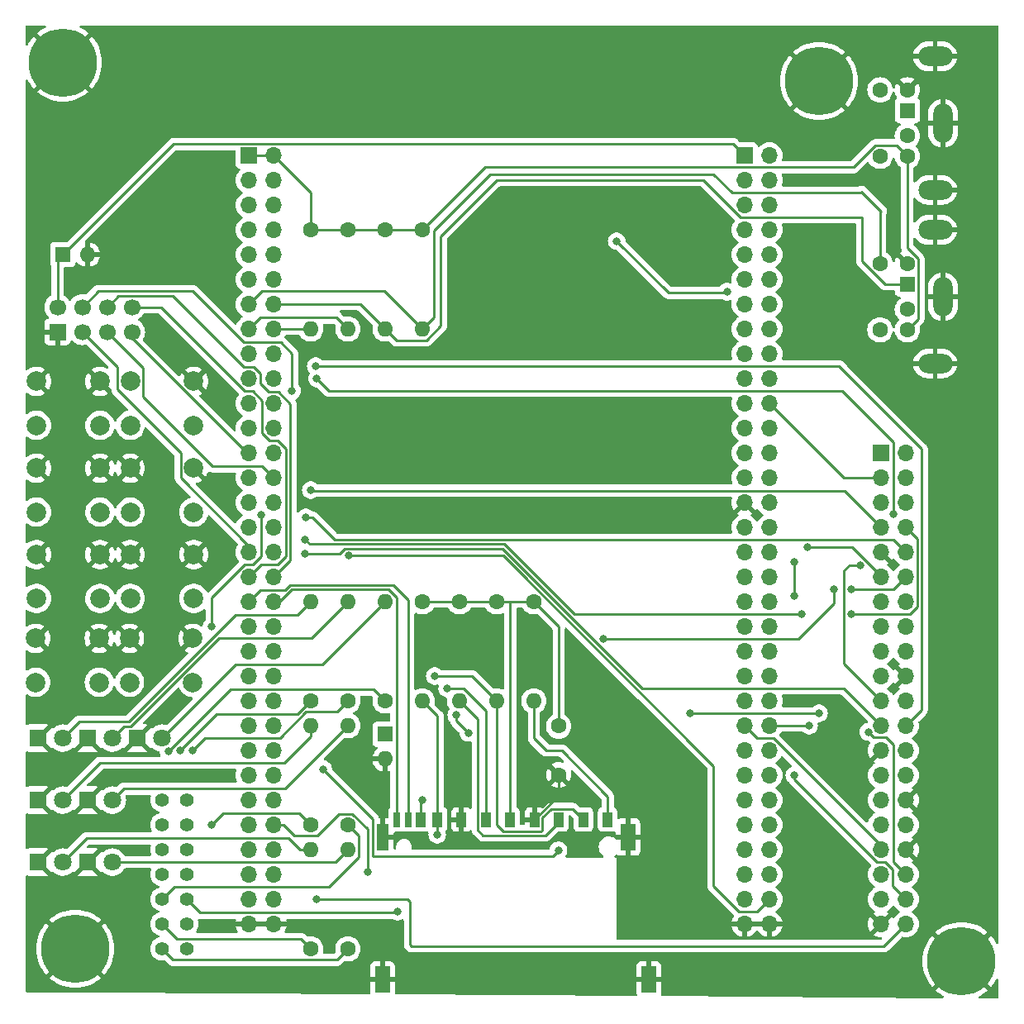
<source format=gbr>
%TF.GenerationSoftware,KiCad,Pcbnew,7.0.1*%
%TF.CreationDate,2023-10-15T10:25:06+02:00*%
%TF.ProjectId,oberon_station,6f626572-6f6e-45f7-9374-6174696f6e2e,rev?*%
%TF.SameCoordinates,Original*%
%TF.FileFunction,Copper,L1,Top*%
%TF.FilePolarity,Positive*%
%FSLAX46Y46*%
G04 Gerber Fmt 4.6, Leading zero omitted, Abs format (unit mm)*
G04 Created by KiCad (PCBNEW 7.0.1) date 2023-10-15 10:25:06*
%MOMM*%
%LPD*%
G01*
G04 APERTURE LIST*
%TA.AperFunction,ComponentPad*%
%ADD10C,1.600000*%
%TD*%
%TA.AperFunction,ComponentPad*%
%ADD11O,1.600000X1.600000*%
%TD*%
%TA.AperFunction,ComponentPad*%
%ADD12C,1.400000*%
%TD*%
%TA.AperFunction,ComponentPad*%
%ADD13C,2.000000*%
%TD*%
%TA.AperFunction,ComponentPad*%
%ADD14R,1.700000X1.700000*%
%TD*%
%TA.AperFunction,ComponentPad*%
%ADD15O,1.700000X1.700000*%
%TD*%
%TA.AperFunction,ComponentPad*%
%ADD16R,1.800000X1.800000*%
%TD*%
%TA.AperFunction,ComponentPad*%
%ADD17C,1.800000*%
%TD*%
%TA.AperFunction,ComponentPad*%
%ADD18C,7.000000*%
%TD*%
%TA.AperFunction,ComponentPad*%
%ADD19R,1.600000X1.600000*%
%TD*%
%TA.AperFunction,ComponentPad*%
%ADD20O,3.500000X2.000000*%
%TD*%
%TA.AperFunction,ComponentPad*%
%ADD21O,2.000000X4.000000*%
%TD*%
%TA.AperFunction,SMDPad,CuDef*%
%ADD22R,1.000000X1.500000*%
%TD*%
%TA.AperFunction,SMDPad,CuDef*%
%ADD23R,0.700000X1.500000*%
%TD*%
%TA.AperFunction,SMDPad,CuDef*%
%ADD24R,1.500000X2.800000*%
%TD*%
%TA.AperFunction,SMDPad,CuDef*%
%ADD25R,1.200000X2.800000*%
%TD*%
%TA.AperFunction,ComponentPad*%
%ADD26C,1.700000*%
%TD*%
%TA.AperFunction,ViaPad*%
%ADD27C,0.800000*%
%TD*%
%TA.AperFunction,Conductor*%
%ADD28C,0.250000*%
%TD*%
G04 APERTURE END LIST*
D10*
%TO.P,R10,1*%
%TO.N,Net-(JP6-A)*%
X129540000Y-144780000D03*
D11*
%TO.P,R10,2*%
%TO.N,Net-(D6-A)*%
X129540000Y-134620000D03*
%TD*%
D12*
%TO.P,JP2,1,A*%
%TO.N,Net-(JP2-A)*%
X114300000Y-132080000D03*
%TO.P,JP2,2,B*%
%TO.N,/LED2*%
X116840000Y-132080000D03*
%TD*%
D13*
%TO.P,SW6,1,1*%
%TO.N,GND*%
X111050000Y-104375000D03*
X117550000Y-104375000D03*
%TO.P,SW6,2,2*%
%TO.N,/PB6*%
X111050000Y-108875000D03*
X117550000Y-108875000D03*
%TD*%
D10*
%TO.P,R12,1*%
%TO.N,+5V*%
X140970000Y-71120000D03*
D11*
%TO.P,R12,2*%
%TO.N,/CLOCK2*%
X140970000Y-81280000D03*
%TD*%
D14*
%TO.P,J1,1,3V3*%
%TO.N,unconnected-(J1-3V3-Pad1)*%
X187960000Y-93980000D03*
D15*
%TO.P,J1,2,5V*%
%TO.N,unconnected-(J1-5V-Pad2)*%
X190500000Y-93980000D03*
%TO.P,J1,3,V_SYNCH*%
%TO.N,/V_SYNC*%
X187960000Y-96520000D03*
%TO.P,J1,4,5V*%
%TO.N,unconnected-(J1-5V-Pad4)*%
X190500000Y-96520000D03*
%TO.P,J1,5,H_SYNC*%
%TO.N,/H_SYNC*%
X187960000Y-99060000D03*
%TO.P,J1,6,GND*%
%TO.N,GND*%
X190500000Y-99060000D03*
%TO.P,J1,7,B2*%
%TO.N,/B3*%
X187960000Y-101600000D03*
%TO.P,J1,8,G6*%
%TO.N,/G6*%
X190500000Y-101600000D03*
%TO.P,J1,9,GND*%
%TO.N,GND*%
X187960000Y-104140000D03*
%TO.P,J1,10,G7*%
%TO.N,/G7*%
X190500000Y-104140000D03*
%TO.P,J1,11,R3*%
%TO.N,/R3*%
X187960000Y-106680000D03*
%TO.P,J1,12,R4*%
%TO.N,/R4*%
X190500000Y-106680000D03*
%TO.P,J1,13,NC*%
%TO.N,unconnected-(J1-NC-Pad13)*%
X187960000Y-109220000D03*
%TO.P,J1,14,GND*%
%TO.N,GND*%
X190500000Y-109220000D03*
%TO.P,J1,15,NC*%
%TO.N,unconnected-(J1-NC-Pad15)*%
X187960000Y-111760000D03*
%TO.P,J1,16,NC*%
%TO.N,unconnected-(J1-NC-Pad16)*%
X190500000Y-111760000D03*
%TO.P,J1,17,3V3*%
%TO.N,unconnected-(J1-3V3-Pad17)*%
X187960000Y-114300000D03*
%TO.P,J1,18,NC*%
%TO.N,unconnected-(J1-NC-Pad18)*%
X190500000Y-114300000D03*
%TO.P,J1,19,G2*%
%TO.N,/G2*%
X187960000Y-116840000D03*
%TO.P,J1,20,GND*%
%TO.N,GND*%
X190500000Y-116840000D03*
%TO.P,J1,21,B7*%
%TO.N,/B7*%
X187960000Y-119380000D03*
%TO.P,J1,22,NC*%
%TO.N,unconnected-(J1-NC-Pad22)*%
X190500000Y-119380000D03*
%TO.P,J1,23,G3*%
%TO.N,/G3*%
X187960000Y-121920000D03*
%TO.P,J1,24,B6*%
%TO.N,/B6*%
X190500000Y-121920000D03*
%TO.P,J1,25,GND*%
%TO.N,GND*%
X187960000Y-124460000D03*
%TO.P,J1,26,B5*%
%TO.N,/B5*%
X190500000Y-124460000D03*
%TO.P,J1,27,IDD*%
%TO.N,unconnected-(J1-IDD-Pad27)*%
X187960000Y-127000000D03*
%TO.P,J1,28,IDC*%
%TO.N,unconnected-(J1-IDC-Pad28)*%
X190500000Y-127000000D03*
%TO.P,J1,29,B3*%
%TO.N,/B3*%
X187960000Y-129540000D03*
%TO.P,J1,30,GND*%
%TO.N,GND*%
X190500000Y-129540000D03*
%TO.P,J1,31,B4*%
%TO.N,/B4*%
X187960000Y-132080000D03*
%TO.P,J1,32,G4*%
%TO.N,/G4*%
X190500000Y-132080000D03*
%TO.P,J1,33,G5*%
%TO.N,/G5*%
X187960000Y-134620000D03*
%TO.P,J1,34,GND*%
%TO.N,GND*%
X190500000Y-134620000D03*
%TO.P,J1,35,R5*%
%TO.N,/R5*%
X187960000Y-137160000D03*
%TO.P,J1,36,R2*%
%TO.N,/R3*%
X190500000Y-137160000D03*
%TO.P,J1,37,NC*%
%TO.N,unconnected-(J1-NC-Pad37)*%
X187960000Y-139700000D03*
%TO.P,J1,38,R6*%
%TO.N,/R6*%
X190500000Y-139700000D03*
%TO.P,J1,39,GND*%
%TO.N,GND*%
X187960000Y-142240000D03*
%TO.P,J1,40,R7*%
%TO.N,/R7*%
X190500000Y-142240000D03*
%TD*%
D12*
%TO.P,JP6,1,A*%
%TO.N,Net-(JP6-A)*%
X114300000Y-142240000D03*
%TO.P,JP6,2,B*%
%TO.N,/LED6*%
X116840000Y-142240000D03*
%TD*%
D16*
%TO.P,D5,1,K*%
%TO.N,GND*%
X106680000Y-129540000D03*
D17*
%TO.P,D5,2,A*%
%TO.N,Net-(D5-A)*%
X109220000Y-129540000D03*
%TD*%
D16*
%TO.P,D7,1,K*%
%TO.N,GND*%
X106680000Y-135890000D03*
D17*
%TO.P,D7,2,A*%
%TO.N,Net-(D7-A)*%
X109220000Y-135890000D03*
%TD*%
D13*
%TO.P,SW1,1,1*%
%TO.N,GND*%
X101450000Y-86650000D03*
X107950000Y-86650000D03*
%TO.P,SW1,2,2*%
%TO.N,/PB1*%
X101450000Y-91150000D03*
X107950000Y-91150000D03*
%TD*%
D18*
%TO.P,H2,1,1*%
%TO.N,GND*%
X181610000Y-55880000D03*
%TD*%
D19*
%TO.P,P2,1,1*%
%TO.N,/DATA2*%
X190660000Y-76670000D03*
D10*
%TO.P,P2,2,2*%
%TO.N,unconnected-(P2-Pad2)*%
X190660000Y-79270000D03*
%TO.P,P2,3,3*%
%TO.N,GND*%
X190660000Y-74570000D03*
%TO.P,P2,4,4*%
%TO.N,+5V*%
X190660000Y-81370000D03*
%TO.P,P2,5,5*%
%TO.N,/CLOCK2*%
X187860000Y-74570000D03*
%TO.P,P2,6*%
%TO.N,unconnected-(P2-Pad6)*%
X187860000Y-81370000D03*
D20*
%TO.P,P2,7,Shell*%
%TO.N,GND*%
X193510000Y-84820000D03*
D21*
X194310000Y-77970000D03*
D20*
X193510000Y-71120000D03*
%TD*%
D13*
%TO.P,SW8,1,1*%
%TO.N,GND*%
X110975000Y-112975000D03*
X117475000Y-112975000D03*
%TO.P,SW8,2,2*%
%TO.N,/PB8*%
X110975000Y-117475000D03*
X117475000Y-117475000D03*
%TD*%
D22*
%TO.P,J2,1,CD/DAT3*%
%TO.N,/SDIO_D3*%
X157460000Y-131535000D03*
%TO.P,J2,2,CMD*%
%TO.N,/SDIO_CMD*%
X154960000Y-131535000D03*
%TO.P,J2,3,VSS*%
%TO.N,GND*%
X152460000Y-131535000D03*
%TO.P,J2,4,VDD*%
%TO.N,+3V0*%
X149960000Y-131535000D03*
%TO.P,J2,5,CLK*%
%TO.N,/SDIO_CK*%
X147460000Y-131535000D03*
%TO.P,J2,6,VSS*%
%TO.N,GND*%
X144960000Y-131535000D03*
%TO.P,J2,7,DAT0*%
%TO.N,/SDIO_D0*%
X142530000Y-131535000D03*
%TO.P,J2,8,DAT1*%
%TO.N,/SDIO_D1*%
X140830000Y-131535000D03*
%TO.P,J2,9,DAT2*%
%TO.N,/SDIO_D2*%
X159960000Y-131535000D03*
D23*
%TO.P,J2,10,CARD_DETECT*%
%TO.N,/CARD_DETECT*%
X139530000Y-131535000D03*
%TO.P,J2,11,WRITE_PROTECT*%
%TO.N,/WRITE_PROTECT*%
X138330000Y-131535000D03*
D24*
%TO.P,J2,12,SHELL1*%
%TO.N,GND*%
X136885000Y-147935000D03*
D25*
X136935000Y-133335000D03*
D24*
%TO.P,J2,13,SHELL2*%
X162035000Y-133335000D03*
X164185000Y-147935000D03*
%TD*%
D10*
%TO.P,R4,1*%
%TO.N,+3V0*%
X144780000Y-109220000D03*
D11*
%TO.P,R4,2*%
%TO.N,/SDIO_CMD*%
X144780000Y-119380000D03*
%TD*%
D16*
%TO.P,D1,1,K*%
%TO.N,GND*%
X101600000Y-123190000D03*
D17*
%TO.P,D1,2,A*%
%TO.N,Net-(D1-A)*%
X104140000Y-123190000D03*
%TD*%
D13*
%TO.P,SW2,1,1*%
%TO.N,GND*%
X111050000Y-86650000D03*
X117550000Y-86650000D03*
%TO.P,SW2,2,2*%
%TO.N,/PB2*%
X111050000Y-91150000D03*
X117550000Y-91150000D03*
%TD*%
D10*
%TO.P,R9,1*%
%TO.N,Net-(JP5-A)*%
X133350000Y-132080000D03*
D11*
%TO.P,R9,2*%
%TO.N,Net-(D5-A)*%
X133350000Y-121920000D03*
%TD*%
D14*
%TO.P,B1,1,5V*%
%TO.N,+5V*%
X123190000Y-63500000D03*
D15*
%TO.P,B1,2,5V*%
X125730000Y-63500000D03*
%TO.P,B1,3,PF4*%
%TO.N,unconnected-(B1-PF4-Pad3)*%
X123190000Y-66040000D03*
%TO.P,B1,4,PF5*%
%TO.N,unconnected-(B1-PF5-Pad4)*%
X125730000Y-66040000D03*
%TO.P,B1,5,PF2*%
%TO.N,unconnected-(B1-PF2-Pad5)*%
X123190000Y-68580000D03*
%TO.P,B1,6,PF3*%
%TO.N,unconnected-(B1-PF3-Pad6)*%
X125730000Y-68580000D03*
%TO.P,B1,7,PF0*%
%TO.N,unconnected-(B1-PF0-Pad7)*%
X123190000Y-71120000D03*
%TO.P,B1,8,PF1*%
%TO.N,unconnected-(B1-PF1-Pad8)*%
X125730000Y-71120000D03*
%TO.P,B1,9,PC14*%
%TO.N,/PB1*%
X123190000Y-73660000D03*
%TO.P,B1,10,PC15*%
%TO.N,/PB2*%
X125730000Y-73660000D03*
%TO.P,B1,11,PE6*%
%TO.N,/PB3*%
X123190000Y-76200000D03*
%TO.P,B1,12,PC13*%
%TO.N,/PB4*%
X125730000Y-76200000D03*
%TO.P,B1,13,PE4*%
%TO.N,/CLOCK2*%
X123190000Y-78740000D03*
%TO.P,B1,14,PE5*%
%TO.N,/DATA2*%
X125730000Y-78740000D03*
%TO.P,B1,15,PE2*%
%TO.N,/CLOCK1*%
X123190000Y-81280000D03*
%TO.P,B1,16,PE3*%
%TO.N,/DATA1*%
X125730000Y-81280000D03*
%TO.P,B1,17,PE0*%
%TO.N,unconnected-(B1-PE0-Pad17)*%
X123190000Y-83820000D03*
%TO.P,B1,18,PE1*%
%TO.N,unconnected-(B1-PE1-Pad18)*%
X125730000Y-83820000D03*
%TO.P,B1,19,PB8*%
%TO.N,/B6*%
X123190000Y-86360000D03*
%TO.P,B1,20,PB9*%
%TO.N,/B7*%
X125730000Y-86360000D03*
%TO.P,B1,21,BOOT0*%
%TO.N,unconnected-(B1-BOOT0-Pad21)*%
X123190000Y-88900000D03*
%TO.P,B1,22,VDD*%
%TO.N,unconnected-(B1-VDD-Pad22)*%
X125730000Y-88900000D03*
%TO.P,B1,23,PB6*%
%TO.N,unconnected-(B1-PB6-Pad23)*%
X123190000Y-91440000D03*
%TO.P,B1,24,PB7*%
%TO.N,/CS*%
X125730000Y-91440000D03*
%TO.P,B1,25,PB4*%
%TO.N,/MISO*%
X123190000Y-93980000D03*
%TO.P,B1,26,PB5*%
%TO.N,unconnected-(B1-PB5-Pad26)*%
X125730000Y-93980000D03*
%TO.P,B1,27,PG15*%
%TO.N,unconnected-(B1-PG15-Pad27)*%
X123190000Y-96520000D03*
%TO.P,B1,28,PB3*%
%TO.N,/SCK*%
X125730000Y-96520000D03*
%TO.P,B1,29,PG13*%
%TO.N,unconnected-(B1-PG13-Pad29)*%
X123190000Y-99060000D03*
%TO.P,B1,30,PG14*%
%TO.N,unconnected-(B1-PG14-Pad30)*%
X125730000Y-99060000D03*
%TO.P,B1,31,PG11*%
%TO.N,/B3*%
X123190000Y-101600000D03*
%TO.P,B1,32,PG12*%
%TO.N,/B4*%
X125730000Y-101600000D03*
%TO.P,B1,33,PG9*%
%TO.N,/CE*%
X123190000Y-104140000D03*
%TO.P,B1,34,PG10*%
%TO.N,/G3*%
X125730000Y-104140000D03*
%TO.P,B1,35,PD7*%
%TO.N,/IRQ*%
X123190000Y-106680000D03*
%TO.P,B1,36,PD6*%
%TO.N,/MOSI*%
X125730000Y-106680000D03*
%TO.P,B1,37,PD5*%
%TO.N,/CARD_DETECT*%
X123190000Y-109220000D03*
%TO.P,B1,38,PD4*%
%TO.N,/WRITE_PROTECT*%
X125730000Y-109220000D03*
%TO.P,B1,39,PD3*%
%TO.N,/G7*%
X123190000Y-111760000D03*
%TO.P,B1,40,PD2*%
%TO.N,/SDIO_CMD*%
X125730000Y-111760000D03*
%TO.P,B1,41,PD1*%
%TO.N,unconnected-(B1-PD1-Pad41)*%
X123190000Y-114300000D03*
%TO.P,B1,42,PD0*%
%TO.N,unconnected-(B1-PD0-Pad42)*%
X125730000Y-114300000D03*
%TO.P,B1,43,PC12*%
%TO.N,/SDIO_CK*%
X123190000Y-116840000D03*
%TO.P,B1,44,PC11*%
%TO.N,/SDIO_D3*%
X125730000Y-116840000D03*
%TO.P,B1,45,PC10*%
%TO.N,/SDIO_D2*%
X123190000Y-119380000D03*
%TO.P,B1,46,PA15*%
%TO.N,unconnected-(B1-PA15-Pad46)*%
X125730000Y-119380000D03*
%TO.P,B1,47,PA14*%
%TO.N,unconnected-(B1-PA14-Pad47)*%
X123190000Y-121920000D03*
%TO.P,B1,48,PA13*%
%TO.N,unconnected-(B1-PA13-Pad48)*%
X125730000Y-121920000D03*
%TO.P,B1,49,PA12*%
%TO.N,/R5*%
X123190000Y-124460000D03*
%TO.P,B1,50,PA11*%
%TO.N,/R4*%
X125730000Y-124460000D03*
%TO.P,B1,51,PA10*%
%TO.N,unconnected-(B1-PA10-Pad51)*%
X123190000Y-127000000D03*
%TO.P,B1,52,PA9*%
%TO.N,unconnected-(B1-PA9-Pad52)*%
X125730000Y-127000000D03*
%TO.P,B1,53,PA8*%
%TO.N,unconnected-(B1-PA8-Pad53)*%
X123190000Y-129540000D03*
%TO.P,B1,54,PC9*%
%TO.N,/SDIO_D1*%
X125730000Y-129540000D03*
%TO.P,B1,55,PC8*%
%TO.N,/SDIO_D0*%
X123190000Y-132080000D03*
%TO.P,B1,56,PC7*%
%TO.N,/G6*%
X125730000Y-132080000D03*
%TO.P,B1,57,PC6*%
%TO.N,/H_SYNC*%
X123190000Y-134620000D03*
%TO.P,B1,58,PG8*%
%TO.N,unconnected-(B1-PG8-Pad58)*%
X125730000Y-134620000D03*
%TO.P,B1,59,PG7*%
%TO.N,unconnected-(B1-PG7-Pad59)*%
X123190000Y-137160000D03*
%TO.P,B1,60,PG6*%
%TO.N,/R7*%
X125730000Y-137160000D03*
%TO.P,B1,61,PG5*%
%TO.N,unconnected-(B1-PG5-Pad61)*%
X123190000Y-139700000D03*
%TO.P,B1,62,PG4*%
%TO.N,unconnected-(B1-PG4-Pad62)*%
X125730000Y-139700000D03*
%TO.P,B1,63,GND*%
%TO.N,GND*%
X123190000Y-142240000D03*
%TO.P,B1,64,GND*%
X125730000Y-142240000D03*
D14*
%TO.P,B1,101,3V*%
%TO.N,+3V0*%
X173990000Y-63500000D03*
D15*
%TO.P,B1,102,3V*%
X176530000Y-63500000D03*
%TO.P,B1,103,PF6*%
%TO.N,/PB6*%
X173990000Y-66040000D03*
%TO.P,B1,104,NC*%
%TO.N,unconnected-(B1-NC-Pad104)*%
X176530000Y-66040000D03*
%TO.P,B1,105,PF8*%
%TO.N,/PB7*%
X173990000Y-68580000D03*
%TO.P,B1,106,PF7*%
%TO.N,/PB8*%
X176530000Y-68580000D03*
%TO.P,B1,107,PF10*%
%TO.N,unconnected-(B1-PF10-Pad107)*%
X173990000Y-71120000D03*
%TO.P,B1,108,PF9*%
%TO.N,/LED1*%
X176530000Y-71120000D03*
%TO.P,B1,109,PH1*%
%TO.N,unconnected-(B1-PH1-Pad109)*%
X173990000Y-73660000D03*
%TO.P,B1,110,PH0*%
%TO.N,unconnected-(B1-PH0-Pad110)*%
X176530000Y-73660000D03*
%TO.P,B1,111,GND*%
%TO.N,unconnected-(B1-GND-Pad111)*%
X173990000Y-76200000D03*
%TO.P,B1,112,NRST*%
%TO.N,unconnected-(B1-NRST-Pad112)*%
X176530000Y-76200000D03*
%TO.P,B1,113,PC1*%
%TO.N,unconnected-(B1-PC1-Pad113)*%
X173990000Y-78740000D03*
%TO.P,B1,114,PC0*%
%TO.N,unconnected-(B1-PC0-Pad114)*%
X176530000Y-78740000D03*
%TO.P,B1,115,PC3*%
%TO.N,/LED2*%
X173990000Y-81280000D03*
%TO.P,B1,116,PC2*%
%TO.N,unconnected-(B1-PC2-Pad116)*%
X176530000Y-81280000D03*
%TO.P,B1,117,PA1*%
%TO.N,unconnected-(B1-PA1-Pad117)*%
X173990000Y-83820000D03*
%TO.P,B1,118,PA0*%
%TO.N,unconnected-(B1-PA0-Pad118)*%
X176530000Y-83820000D03*
%TO.P,B1,119,PA3*%
%TO.N,/B5*%
X173990000Y-86360000D03*
%TO.P,B1,120,PA2*%
%TO.N,unconnected-(B1-PA2-Pad120)*%
X176530000Y-86360000D03*
%TO.P,B1,121,PA5*%
%TO.N,/LED3*%
X173990000Y-88900000D03*
%TO.P,B1,122,PA4*%
%TO.N,/V_SYNC*%
X176530000Y-88900000D03*
%TO.P,B1,123,PA7*%
%TO.N,/LED4*%
X173990000Y-91440000D03*
%TO.P,B1,124,PA6*%
%TO.N,/G2*%
X176530000Y-91440000D03*
%TO.P,B1,125,PC5*%
%TO.N,unconnected-(B1-PC5-Pad125)*%
X173990000Y-93980000D03*
%TO.P,B1,126,PC4*%
%TO.N,unconnected-(B1-PC4-Pad126)*%
X176530000Y-93980000D03*
%TO.P,B1,127,PB1*%
%TO.N,/R6*%
X173990000Y-96520000D03*
%TO.P,B1,128,PB0*%
%TO.N,/R3*%
X176530000Y-96520000D03*
%TO.P,B1,129,GND*%
%TO.N,GND*%
X173990000Y-99060000D03*
%TO.P,B1,130,PB2*%
%TO.N,unconnected-(B1-PB2-Pad130)*%
X176530000Y-99060000D03*
%TO.P,B1,131,PF12*%
%TO.N,unconnected-(B1-PF12-Pad131)*%
X173990000Y-101600000D03*
%TO.P,B1,132,PF11*%
%TO.N,unconnected-(B1-PF11-Pad132)*%
X176530000Y-101600000D03*
%TO.P,B1,133,PF14*%
%TO.N,unconnected-(B1-PF14-Pad133)*%
X173990000Y-104140000D03*
%TO.P,B1,134,PF13*%
%TO.N,unconnected-(B1-PF13-Pad134)*%
X176530000Y-104140000D03*
%TO.P,B1,135,PG0*%
%TO.N,unconnected-(B1-PG0-Pad135)*%
X173990000Y-106680000D03*
%TO.P,B1,136,PF15*%
%TO.N,unconnected-(B1-PF15-Pad136)*%
X176530000Y-106680000D03*
%TO.P,B1,137,PE7*%
%TO.N,unconnected-(B1-PE7-Pad137)*%
X173990000Y-109220000D03*
%TO.P,B1,138,PG1*%
%TO.N,unconnected-(B1-PG1-Pad138)*%
X176530000Y-109220000D03*
%TO.P,B1,139,PE9*%
%TO.N,unconnected-(B1-PE9-Pad139)*%
X173990000Y-111760000D03*
%TO.P,B1,140,PE8*%
%TO.N,unconnected-(B1-PE8-Pad140)*%
X176530000Y-111760000D03*
%TO.P,B1,141,PE11*%
%TO.N,unconnected-(B1-PE11-Pad141)*%
X173990000Y-114300000D03*
%TO.P,B1,142,PE10*%
%TO.N,unconnected-(B1-PE10-Pad142)*%
X176530000Y-114300000D03*
%TO.P,B1,143,PE13*%
%TO.N,unconnected-(B1-PE13-Pad143)*%
X173990000Y-116840000D03*
%TO.P,B1,144,PE12*%
%TO.N,unconnected-(B1-PE12-Pad144)*%
X176530000Y-116840000D03*
%TO.P,B1,145,PE15*%
%TO.N,unconnected-(B1-PE15-Pad145)*%
X173990000Y-119380000D03*
%TO.P,B1,146,PE14*%
%TO.N,unconnected-(B1-PE14-Pad146)*%
X176530000Y-119380000D03*
%TO.P,B1,147,PB11*%
%TO.N,/G5*%
X173990000Y-121920000D03*
%TO.P,B1,148,PB10*%
%TO.N,/G4*%
X176530000Y-121920000D03*
%TO.P,B1,149,PB13*%
%TO.N,unconnected-(B1-PB13-Pad149)*%
X173990000Y-124460000D03*
%TO.P,B1,150,PB12*%
%TO.N,unconnected-(B1-PB12-Pad150)*%
X176530000Y-124460000D03*
%TO.P,B1,151,PB15*%
%TO.N,unconnected-(B1-PB15-Pad151)*%
X173990000Y-127000000D03*
%TO.P,B1,152,PB14*%
%TO.N,unconnected-(B1-PB14-Pad152)*%
X176530000Y-127000000D03*
%TO.P,B1,153,PD9*%
%TO.N,unconnected-(B1-PD9-Pad153)*%
X173990000Y-129540000D03*
%TO.P,B1,154,PD8*%
%TO.N,unconnected-(B1-PD8-Pad154)*%
X176530000Y-129540000D03*
%TO.P,B1,155,PD11*%
%TO.N,unconnected-(B1-PD11-Pad155)*%
X173990000Y-132080000D03*
%TO.P,B1,156,PD10*%
%TO.N,unconnected-(B1-PD10-Pad156)*%
X176530000Y-132080000D03*
%TO.P,B1,157,PD13*%
%TO.N,/LED5*%
X173990000Y-134620000D03*
%TO.P,B1,158,PD12*%
%TO.N,/LED6*%
X176530000Y-134620000D03*
%TO.P,B1,159,PD15*%
%TO.N,unconnected-(B1-PD15-Pad159)*%
X173990000Y-137160000D03*
%TO.P,B1,160,PD14*%
%TO.N,unconnected-(B1-PD14-Pad160)*%
X176530000Y-137160000D03*
%TO.P,B1,161,PG3*%
%TO.N,/LED7*%
X173990000Y-139700000D03*
%TO.P,B1,162,PG2*%
%TO.N,/PB5*%
X176530000Y-139700000D03*
%TO.P,B1,163,GND*%
%TO.N,GND*%
X173990000Y-142240000D03*
%TO.P,B1,164,GND*%
X176530000Y-142240000D03*
%TD*%
D12*
%TO.P,JP3,1,A*%
%TO.N,Net-(JP3-A)*%
X114300000Y-134620000D03*
%TO.P,JP3,2,B*%
%TO.N,/LED3*%
X116840000Y-134620000D03*
%TD*%
D19*
%TO.P,P1,1,1*%
%TO.N,/DATA1*%
X190660000Y-58890000D03*
D10*
%TO.P,P1,2,2*%
%TO.N,unconnected-(P1-Pad2)*%
X190660000Y-61490000D03*
%TO.P,P1,3,3*%
%TO.N,GND*%
X190660000Y-56790000D03*
%TO.P,P1,4,4*%
%TO.N,+5V*%
X190660000Y-63590000D03*
%TO.P,P1,5,5*%
%TO.N,/CLOCK1*%
X187860000Y-56790000D03*
%TO.P,P1,6*%
%TO.N,unconnected-(P1-Pad6)*%
X187860000Y-63590000D03*
D20*
%TO.P,P1,7,Shell*%
%TO.N,GND*%
X193510000Y-67040000D03*
D21*
X194310000Y-60190000D03*
D20*
X193510000Y-53340000D03*
%TD*%
D13*
%TO.P,SW4,1,1*%
%TO.N,GND*%
X111050000Y-95540000D03*
X117550000Y-95540000D03*
%TO.P,SW4,2,2*%
%TO.N,/PB4*%
X111050000Y-100040000D03*
X117550000Y-100040000D03*
%TD*%
D10*
%TO.P,R2,1*%
%TO.N,+3V0*%
X152400000Y-109220000D03*
D11*
%TO.P,R2,2*%
%TO.N,/SDIO_D2*%
X152400000Y-119380000D03*
%TD*%
D10*
%TO.P,R11,1*%
%TO.N,Net-(JP7-A)*%
X133350000Y-144780000D03*
D11*
%TO.P,R11,2*%
%TO.N,Net-(D7-A)*%
X133350000Y-134620000D03*
%TD*%
D18*
%TO.P,H1,1,1*%
%TO.N,GND*%
X104140000Y-53975000D03*
%TD*%
D16*
%TO.P,D4,1,K*%
%TO.N,GND*%
X101600000Y-129540000D03*
D17*
%TO.P,D4,2,A*%
%TO.N,Net-(D4-A)*%
X104140000Y-129540000D03*
%TD*%
D19*
%TO.P,C3,1*%
%TO.N,+3V0*%
X137150000Y-122797500D03*
D11*
%TO.P,C3,2*%
%TO.N,GND*%
X137150000Y-125337500D03*
%TD*%
D18*
%TO.P,H3,1,1*%
%TO.N,GND*%
X105410000Y-144780000D03*
%TD*%
D10*
%TO.P,C1,1*%
%TO.N,+3V0*%
X154940000Y-121960000D03*
%TO.P,C1,2*%
%TO.N,GND*%
X154940000Y-126960000D03*
%TD*%
%TO.P,R8,1*%
%TO.N,Net-(JP4-A)*%
X129540000Y-132080000D03*
D11*
%TO.P,R8,2*%
%TO.N,Net-(D4-A)*%
X129540000Y-121920000D03*
%TD*%
D16*
%TO.P,D3,1,K*%
%TO.N,GND*%
X111760000Y-123190000D03*
D17*
%TO.P,D3,2,A*%
%TO.N,Net-(D3-A)*%
X114300000Y-123190000D03*
%TD*%
D12*
%TO.P,JP5,1,A*%
%TO.N,Net-(JP5-A)*%
X114300000Y-139700000D03*
%TO.P,JP5,2,B*%
%TO.N,/LED5*%
X116840000Y-139700000D03*
%TD*%
D10*
%TO.P,R3,1*%
%TO.N,+3V0*%
X148590000Y-109220000D03*
D11*
%TO.P,R3,2*%
%TO.N,/SDIO_D3*%
X148590000Y-119380000D03*
%TD*%
D10*
%TO.P,R6,1*%
%TO.N,Net-(JP2-A)*%
X133350000Y-119380000D03*
D11*
%TO.P,R6,2*%
%TO.N,Net-(D2-A)*%
X133350000Y-109220000D03*
%TD*%
D19*
%TO.P,C2,1*%
%TO.N,+3V0*%
X104140000Y-73660000D03*
D11*
%TO.P,C2,2*%
%TO.N,GND*%
X106680000Y-73660000D03*
%TD*%
D18*
%TO.P,H4,1,1*%
%TO.N,GND*%
X196215000Y-146050000D03*
%TD*%
D12*
%TO.P,JP1,1,A*%
%TO.N,Net-(JP1-A)*%
X114300000Y-129540000D03*
%TO.P,JP1,2,B*%
%TO.N,/LED1*%
X116840000Y-129540000D03*
%TD*%
D10*
%TO.P,R15,1*%
%TO.N,+5V*%
X129540000Y-71120000D03*
D11*
%TO.P,R15,2*%
%TO.N,/DATA1*%
X129540000Y-81280000D03*
%TD*%
D12*
%TO.P,JP7,1,A*%
%TO.N,Net-(JP7-A)*%
X114300000Y-144780000D03*
%TO.P,JP7,2,B*%
%TO.N,/LED7*%
X116840000Y-144780000D03*
%TD*%
D13*
%TO.P,SW7,1,1*%
%TO.N,GND*%
X101375000Y-112975000D03*
X107875000Y-112975000D03*
%TO.P,SW7,2,2*%
%TO.N,/PB7*%
X101375000Y-117475000D03*
X107875000Y-117475000D03*
%TD*%
D10*
%TO.P,R13,1*%
%TO.N,+5V*%
X137160000Y-71120000D03*
D11*
%TO.P,R13,2*%
%TO.N,/DATA2*%
X137160000Y-81280000D03*
%TD*%
D10*
%TO.P,R1,1*%
%TO.N,+3V0*%
X140970000Y-109220000D03*
D11*
%TO.P,R1,2*%
%TO.N,/SDIO_D0*%
X140970000Y-119380000D03*
%TD*%
D14*
%TO.P,U1,1,GND*%
%TO.N,GND*%
X103595000Y-81580000D03*
D26*
%TO.P,U1,2,VCC*%
%TO.N,+3V0*%
X103595000Y-79040000D03*
%TO.P,U1,3,CE*%
%TO.N,/CE*%
X106135000Y-81580000D03*
%TO.P,U1,4,~{CSN}*%
%TO.N,/CS*%
X106135000Y-79040000D03*
%TO.P,U1,5,SCK*%
%TO.N,/SCK*%
X108675000Y-81580000D03*
%TO.P,U1,6,MOSI*%
%TO.N,/MOSI*%
X108675000Y-79040000D03*
%TO.P,U1,7,MISO*%
%TO.N,/MISO*%
X111215000Y-81580000D03*
%TO.P,U1,8,IRQ*%
%TO.N,/IRQ*%
X111215000Y-79040000D03*
%TD*%
D16*
%TO.P,D2,1,K*%
%TO.N,GND*%
X106680000Y-123190000D03*
D17*
%TO.P,D2,2,A*%
%TO.N,Net-(D2-A)*%
X109220000Y-123190000D03*
%TD*%
D12*
%TO.P,JP4,1,A*%
%TO.N,Net-(JP4-A)*%
X114300000Y-137160000D03*
%TO.P,JP4,2,B*%
%TO.N,/LED4*%
X116840000Y-137160000D03*
%TD*%
D13*
%TO.P,SW3,1,1*%
%TO.N,GND*%
X101450000Y-95540000D03*
X107950000Y-95540000D03*
%TO.P,SW3,2,2*%
%TO.N,/PB3*%
X101450000Y-100040000D03*
X107950000Y-100040000D03*
%TD*%
D10*
%TO.P,R7,1*%
%TO.N,Net-(JP3-A)*%
X137160000Y-119380000D03*
D11*
%TO.P,R7,2*%
%TO.N,Net-(D3-A)*%
X137160000Y-109220000D03*
%TD*%
D13*
%TO.P,SW5,1,1*%
%TO.N,GND*%
X101450000Y-104375000D03*
X107950000Y-104375000D03*
%TO.P,SW5,2,2*%
%TO.N,/PB5*%
X101450000Y-108875000D03*
X107950000Y-108875000D03*
%TD*%
D10*
%TO.P,R14,1*%
%TO.N,+5V*%
X133350000Y-71120000D03*
D11*
%TO.P,R14,2*%
%TO.N,/CLOCK1*%
X133350000Y-81280000D03*
%TD*%
D16*
%TO.P,D6,1,K*%
%TO.N,GND*%
X101600000Y-135890000D03*
D17*
%TO.P,D6,2,A*%
%TO.N,Net-(D6-A)*%
X104140000Y-135890000D03*
%TD*%
D10*
%TO.P,R5,1*%
%TO.N,Net-(JP1-A)*%
X129540000Y-119380000D03*
D11*
%TO.P,R5,2*%
%TO.N,Net-(D1-A)*%
X129540000Y-109220000D03*
%TD*%
D27*
%TO.N,/B6*%
X130048000Y-85090000D03*
%TO.N,/B7*%
X185845117Y-105492884D03*
X189230000Y-100225344D03*
X130175000Y-86360000D03*
%TO.N,/CS*%
X127635000Y-87630000D03*
%TO.N,/B3*%
X129540000Y-97790000D03*
%TO.N,/B4*%
X179794500Y-110490000D03*
X128956999Y-102833974D03*
%TO.N,/G3*%
X128928243Y-104282974D03*
%TO.N,/G7*%
X124460000Y-100330000D03*
X119380000Y-111760000D03*
X129032000Y-100584000D03*
%TO.N,/SDIO_CK*%
X143510000Y-118110000D03*
%TO.N,/SDIO_D3*%
X142240000Y-116840000D03*
%TO.N,/SDIO_D2*%
X145670147Y-122649156D03*
X144442171Y-120839401D03*
%TO.N,/R5*%
X130810000Y-126365000D03*
X154924219Y-134680822D03*
%TO.N,/R4*%
X159512000Y-113030000D03*
X184912000Y-107950000D03*
X183134000Y-107950000D03*
%TO.N,/SDIO_D1*%
X140970000Y-129540000D03*
%TO.N,/SDIO_D0*%
X142494000Y-133096000D03*
%TO.N,/G6*%
X184912000Y-110490000D03*
X181610000Y-120650000D03*
X168402000Y-120650000D03*
X135382000Y-136906000D03*
%TO.N,/R7*%
X130175000Y-139700000D03*
%TO.N,/LED3*%
X160883600Y-72288400D03*
X172174500Y-77470000D03*
%TO.N,/R6*%
X179070000Y-108585000D03*
X179070000Y-127000000D03*
X179070000Y-105156000D03*
%TO.N,/R3*%
X186652000Y-122555000D03*
X180390800Y-103632000D03*
%TO.N,/G4*%
X180594000Y-121920000D03*
%TO.N,/LED5*%
X138430000Y-140970000D03*
%TO.N,/PB5*%
X133450736Y-104493502D03*
%TO.N,Net-(JP1-A)*%
X116205000Y-124460000D03*
%TO.N,Net-(JP2-A)*%
X117475000Y-124460000D03*
%TO.N,Net-(JP3-A)*%
X114970598Y-124531196D03*
%TO.N,Net-(JP4-A)*%
X119380000Y-132080000D03*
%TD*%
D28*
%TO.N,+5V*%
X133350000Y-71120000D02*
X137160000Y-71120000D01*
X125730000Y-63500000D02*
X123190000Y-63500000D01*
X140970000Y-71120000D02*
X147382005Y-64707995D01*
X190660000Y-63590000D02*
X190660000Y-72979009D01*
X185151014Y-64707995D02*
X187394009Y-62465000D01*
X189535000Y-62465000D02*
X190660000Y-63590000D01*
X191785000Y-80245000D02*
X190660000Y-81370000D01*
X129540000Y-71120000D02*
X133350000Y-71120000D01*
X187394009Y-62465000D02*
X189535000Y-62465000D01*
X191785000Y-74104009D02*
X191785000Y-80245000D01*
X190660000Y-72979009D02*
X191785000Y-74104009D01*
X129540000Y-67310000D02*
X129540000Y-71120000D01*
X147382005Y-64707995D02*
X185151014Y-64707995D01*
X125730000Y-63500000D02*
X129540000Y-67310000D01*
X137160000Y-71120000D02*
X140970000Y-71120000D01*
%TO.N,/CLOCK2*%
X142145000Y-71215000D02*
X147955000Y-65405000D01*
X187960000Y-69215000D02*
X187860000Y-69315000D01*
X137065000Y-77375000D02*
X124555000Y-77375000D01*
X172720000Y-67310000D02*
X186055000Y-67310000D01*
X140970000Y-81280000D02*
X142145000Y-80105000D01*
X140970000Y-81280000D02*
X137065000Y-77375000D01*
X185960000Y-67215000D02*
X187960000Y-69215000D01*
X124555000Y-77375000D02*
X123190000Y-78740000D01*
X147955000Y-65405000D02*
X170815000Y-65405000D01*
X142145000Y-80105000D02*
X142145000Y-71215000D01*
X170815000Y-65405000D02*
X172720000Y-67310000D01*
X187860000Y-69315000D02*
X187860000Y-74570000D01*
%TO.N,/DATA2*%
X141385991Y-82455000D02*
X142875000Y-80965991D01*
X137160000Y-81280000D02*
X138335000Y-82455000D01*
X169788300Y-66040000D02*
X173598299Y-69850000D01*
X148590000Y-66040000D02*
X169788300Y-66040000D01*
X137160000Y-81280000D02*
X134620000Y-78740000D01*
X134620000Y-78740000D02*
X125730000Y-78740000D01*
X138335000Y-82455000D02*
X141385991Y-82455000D01*
X186055000Y-74355991D02*
X188369009Y-76670000D01*
X186055000Y-69850000D02*
X186055000Y-74355991D01*
X142875000Y-80965991D02*
X142875000Y-71755000D01*
X142875000Y-71755000D02*
X148590000Y-66040000D01*
X188369009Y-76670000D02*
X190660000Y-76670000D01*
X173598299Y-69850000D02*
X186055000Y-69850000D01*
%TO.N,/CLOCK1*%
X124365000Y-80105000D02*
X123190000Y-81280000D01*
X132175000Y-80105000D02*
X124365000Y-80105000D01*
X133350000Y-81280000D02*
X132175000Y-80105000D01*
%TO.N,/DATA1*%
X125730000Y-81280000D02*
X129540000Y-81280000D01*
%TO.N,/B6*%
X183642000Y-85090000D02*
X130048000Y-85090000D01*
X192124501Y-93572501D02*
X183642000Y-85090000D01*
X190500000Y-121920000D02*
X192124501Y-120295499D01*
X192124501Y-120295499D02*
X192124501Y-93572501D01*
%TO.N,/B7*%
X184702116Y-105492884D02*
X185845117Y-105492884D01*
X189230000Y-100120688D02*
X189125344Y-100225344D01*
X131445000Y-87630000D02*
X183960000Y-87630000D01*
X189230000Y-92900000D02*
X189230000Y-100120688D01*
X183960000Y-87630000D02*
X189230000Y-92900000D01*
X130175000Y-86360000D02*
X131445000Y-87630000D01*
X184187500Y-115607500D02*
X184187500Y-106007500D01*
X187960000Y-119380000D02*
X184187500Y-115607500D01*
X184187500Y-106007500D02*
X184702116Y-105492884D01*
%TO.N,/CS*%
X117473798Y-77415499D02*
X122703299Y-82645000D01*
X122703299Y-82645000D02*
X126460000Y-82645000D01*
X126460000Y-82645000D02*
X127635000Y-83820000D01*
X127635000Y-83820000D02*
X127635000Y-87630000D01*
X107759501Y-77415499D02*
X117473798Y-77415499D01*
X106135000Y-79040000D02*
X107759501Y-77415499D01*
%TO.N,/MISO*%
X123006167Y-93980000D02*
X123190000Y-93980000D01*
X111215000Y-82188833D02*
X123006167Y-93980000D01*
X111215000Y-81580000D02*
X111215000Y-82188833D01*
%TO.N,/SCK*%
X108675000Y-81580000D02*
X112375000Y-85280000D01*
X124555000Y-95345000D02*
X125730000Y-96520000D01*
X112375000Y-88245000D02*
X119475000Y-95345000D01*
X119475000Y-95345000D02*
X124555000Y-95345000D01*
X112375000Y-85280000D02*
X112375000Y-88245000D01*
%TO.N,/B3*%
X129607811Y-97848499D02*
X129598499Y-97848499D01*
X184208499Y-97848499D02*
X129607811Y-97848499D01*
X129598499Y-97848499D02*
X129540000Y-97790000D01*
X187960000Y-101600000D02*
X184208499Y-97848499D01*
%TO.N,/B4*%
X149361872Y-103319501D02*
X129442526Y-103319501D01*
X179794500Y-110490000D02*
X156532371Y-110490000D01*
X129442526Y-103319501D02*
X128956999Y-102833974D01*
X156532371Y-110490000D02*
X149361872Y-103319501D01*
%TO.N,/CE*%
X116225000Y-96540000D02*
X123190000Y-103505000D01*
X109725000Y-85170000D02*
X109725000Y-87500000D01*
X123190000Y-103505000D02*
X123190000Y-104140000D01*
X106135000Y-81580000D02*
X109725000Y-85170000D01*
X116225000Y-94000000D02*
X116225000Y-96540000D01*
X109725000Y-87500000D02*
X116225000Y-94000000D01*
%TO.N,/G3*%
X132977622Y-103769002D02*
X132463650Y-104282974D01*
X149175683Y-103769002D02*
X132977622Y-103769002D01*
X163516681Y-118110000D02*
X149175683Y-103769002D01*
X187960000Y-121920000D02*
X184150000Y-118110000D01*
X184150000Y-118110000D02*
X163516681Y-118110000D01*
X132463650Y-104282974D02*
X128928243Y-104282974D01*
%TO.N,/IRQ*%
X126121701Y-92710000D02*
X127000000Y-93588299D01*
X127000000Y-93588299D02*
X127000000Y-104531701D01*
X124555000Y-91926701D02*
X125338299Y-92710000D01*
X127000000Y-104531701D02*
X126121701Y-105410000D01*
X122798299Y-87630000D02*
X123581701Y-87630000D01*
X126121701Y-105410000D02*
X124460000Y-105410000D01*
X123581701Y-87630000D02*
X124555000Y-88603299D01*
X124460000Y-105410000D02*
X123190000Y-106680000D01*
X124555000Y-88603299D02*
X124555000Y-91926701D01*
X111215000Y-79040000D02*
X114208299Y-79040000D01*
X114208299Y-79040000D02*
X122798299Y-87630000D01*
X125338299Y-92710000D02*
X126121701Y-92710000D01*
%TO.N,/MOSI*%
X109850000Y-77865000D02*
X115383299Y-77865000D01*
X125243299Y-87725000D02*
X126216701Y-87725000D01*
X127450000Y-88958299D02*
X127450000Y-104960000D01*
X124365000Y-86846701D02*
X125243299Y-87725000D01*
X123676701Y-85185000D02*
X124365000Y-85873299D01*
X127450000Y-104960000D02*
X125730000Y-106680000D01*
X126216701Y-87725000D02*
X127450000Y-88958299D01*
X108675000Y-79040000D02*
X109850000Y-77865000D01*
X115383299Y-77865000D02*
X122703299Y-85185000D01*
X124365000Y-85873299D02*
X124365000Y-86846701D01*
X122703299Y-85185000D02*
X123676701Y-85185000D01*
%TO.N,/CARD_DETECT*%
X139530000Y-131535000D02*
X139530000Y-109049310D01*
X127449517Y-107500499D02*
X126905016Y-108045000D01*
X124365000Y-108045000D02*
X123190000Y-109220000D01*
X126905016Y-108045000D02*
X124365000Y-108045000D01*
X137981189Y-107500499D02*
X127449517Y-107500499D01*
X139530000Y-109049310D02*
X137981189Y-107500499D01*
%TO.N,/WRITE_PROTECT*%
X138330000Y-131535000D02*
X138330000Y-108799009D01*
X137480991Y-107950000D02*
X127635706Y-107950000D01*
X138330000Y-108799009D02*
X137480991Y-107950000D01*
X127635706Y-107950000D02*
X126365706Y-109220000D01*
X126365706Y-109220000D02*
X125730000Y-109220000D01*
%TO.N,/G7*%
X124460000Y-100330000D02*
X124460000Y-104531701D01*
X129678000Y-100584000D02*
X129032000Y-100584000D01*
X122798299Y-105410000D02*
X119380000Y-108828299D01*
X131964000Y-102870000D02*
X129678000Y-100584000D01*
X119380000Y-108828299D02*
X119380000Y-111760000D01*
X124460000Y-104531701D02*
X123581701Y-105410000D01*
X189230000Y-102870000D02*
X131964000Y-102870000D01*
X190500000Y-104140000D02*
X189230000Y-102870000D01*
X123581701Y-105410000D02*
X122798299Y-105410000D01*
%TO.N,/SDIO_CMD*%
X147189501Y-133164501D02*
X146635000Y-132610000D01*
X153580499Y-133164501D02*
X147189501Y-133164501D01*
X154960000Y-131785000D02*
X153580499Y-133164501D01*
X154960000Y-131535000D02*
X154960000Y-131785000D01*
X146635000Y-132610000D02*
X146635000Y-121235000D01*
X146635000Y-121235000D02*
X144780000Y-119380000D01*
%TO.N,/SDIO_CK*%
X147460000Y-120367201D02*
X145202799Y-118110000D01*
X145202799Y-118110000D02*
X143510000Y-118110000D01*
X147460000Y-131535000D02*
X147460000Y-120367201D01*
%TO.N,/SDIO_D3*%
X156385000Y-130460000D02*
X154171396Y-130460000D01*
X153285000Y-131346396D02*
X153285000Y-132610000D01*
X148590000Y-132065000D02*
X148590000Y-119380000D01*
X153180000Y-132715000D02*
X149240000Y-132715000D01*
X154171396Y-130460000D02*
X153285000Y-131346396D01*
X146050000Y-116840000D02*
X148590000Y-119380000D01*
X157460000Y-131535000D02*
X156385000Y-130460000D01*
X153285000Y-132610000D02*
X153180000Y-132715000D01*
X142240000Y-116840000D02*
X146050000Y-116840000D01*
X149240000Y-132715000D02*
X148590000Y-132065000D01*
%TO.N,/SDIO_D2*%
X155260991Y-124460000D02*
X153670000Y-124460000D01*
X144442171Y-121421180D02*
X144442171Y-120839401D01*
X145670147Y-122649156D02*
X144442171Y-121421180D01*
X152400000Y-123190000D02*
X152400000Y-119380000D01*
X159960000Y-131535000D02*
X159960000Y-129159009D01*
X159960000Y-129159009D02*
X155260991Y-124460000D01*
X153670000Y-124460000D02*
X152400000Y-123190000D01*
%TO.N,/R5*%
X135895000Y-131450000D02*
X135895000Y-135260000D01*
X135895000Y-135260000D02*
X154345041Y-135260000D01*
X130810000Y-126365000D02*
X135895000Y-131450000D01*
X154345041Y-135260000D02*
X154924219Y-134680822D01*
%TO.N,/R4*%
X183134000Y-107950000D02*
X183134000Y-109357701D01*
X189230000Y-107950000D02*
X184912000Y-107950000D01*
X179461701Y-113030000D02*
X159512000Y-113030000D01*
X190500000Y-106680000D02*
X189230000Y-107950000D01*
X183134000Y-109357701D02*
X179461701Y-113030000D01*
%TO.N,/SDIO_D1*%
X140830000Y-129680000D02*
X140970000Y-129540000D01*
X140830000Y-131535000D02*
X140830000Y-129680000D01*
%TO.N,/SDIO_D0*%
X142494000Y-131571000D02*
X142530000Y-131535000D01*
X142530000Y-131535000D02*
X142530000Y-120940000D01*
X142530000Y-120940000D02*
X140970000Y-119380000D01*
X142494000Y-133096000D02*
X142494000Y-131571000D01*
%TO.N,/G6*%
X168402000Y-120650000D02*
X181610000Y-120650000D01*
X130193000Y-133205000D02*
X127871000Y-133205000D01*
X135382000Y-132521009D02*
X133815991Y-130955000D01*
X126746000Y-132080000D02*
X125730000Y-132080000D01*
X191675000Y-109706701D02*
X190891701Y-110490000D01*
X190500000Y-101600000D02*
X191675000Y-102775000D01*
X135382000Y-136906000D02*
X135382000Y-132521009D01*
X132443000Y-130955000D02*
X130193000Y-133205000D01*
X127871000Y-133205000D02*
X126746000Y-132080000D01*
X190891701Y-110490000D02*
X184912000Y-110490000D01*
X133815991Y-130955000D02*
X132443000Y-130955000D01*
X191675000Y-102775000D02*
X191675000Y-109706701D01*
%TO.N,/R7*%
X139879222Y-144526000D02*
X160920778Y-144526000D01*
X139446000Y-139700000D02*
X139700000Y-139954000D01*
X139700000Y-139954000D02*
X139700000Y-144346778D01*
X130175000Y-139700000D02*
X139446000Y-139700000D01*
X139700000Y-144346778D02*
X139879222Y-144526000D01*
X160920778Y-144526000D02*
X160936778Y-144510000D01*
X160936778Y-144510000D02*
X188230000Y-144510000D01*
X188230000Y-144510000D02*
X190500000Y-142240000D01*
%TO.N,GND*%
X137160000Y-126960000D02*
X137160000Y-125142621D01*
X154940000Y-129055000D02*
X152460000Y-131535000D01*
X136935000Y-133335000D02*
X136935000Y-127185000D01*
X136935000Y-127185000D02*
X137160000Y-126960000D01*
X154940000Y-129055000D02*
X154940000Y-126960000D01*
%TO.N,+3V0*%
X149860000Y-109220000D02*
X152400000Y-109220000D01*
X103595000Y-79040000D02*
X103595000Y-74245000D01*
X154940000Y-121960000D02*
X154940000Y-111760000D01*
X115515000Y-62325000D02*
X172815000Y-62325000D01*
X149960000Y-131535000D02*
X149960000Y-109320000D01*
X154940000Y-111760000D02*
X152400000Y-109220000D01*
X149960000Y-109320000D02*
X149860000Y-109220000D01*
X149860000Y-109220000D02*
X148590000Y-109220000D01*
X172815000Y-62325000D02*
X173990000Y-63500000D01*
X104180000Y-73660000D02*
X115515000Y-62325000D01*
X148590000Y-109220000D02*
X144780000Y-109220000D01*
X144780000Y-109220000D02*
X140970000Y-109220000D01*
X103595000Y-74245000D02*
X104180000Y-73660000D01*
%TO.N,/LED3*%
X166166800Y-77571600D02*
X172072900Y-77571600D01*
X160883600Y-72288400D02*
X166166800Y-77571600D01*
X172072900Y-77571600D02*
X172174500Y-77470000D01*
%TO.N,/V_SYNC*%
X184150000Y-96520000D02*
X176530000Y-88900000D01*
X187960000Y-96520000D02*
X184150000Y-96520000D01*
%TO.N,/R6*%
X179070000Y-108585000D02*
X179070000Y-105156000D01*
X189135000Y-138335000D02*
X189135000Y-136673299D01*
X179070000Y-127391701D02*
X179070000Y-127000000D01*
X190500000Y-139700000D02*
X189135000Y-138335000D01*
X189135000Y-136673299D02*
X188351701Y-135890000D01*
X188351701Y-135890000D02*
X187568299Y-135890000D01*
X187568299Y-135890000D02*
X179070000Y-127391701D01*
%TO.N,/R3*%
X190500000Y-137160000D02*
X189230000Y-135890000D01*
X187192000Y-123095000D02*
X186652000Y-122555000D01*
X187960000Y-106582462D02*
X185009538Y-103632000D01*
X187960000Y-106680000D02*
X187960000Y-106582462D01*
X189230000Y-135890000D02*
X189230000Y-123878299D01*
X187960000Y-106680000D02*
X187960000Y-106583169D01*
X188446701Y-123095000D02*
X187192000Y-123095000D01*
X189230000Y-123878299D02*
X188446701Y-123095000D01*
X185009538Y-103632000D02*
X180390800Y-103632000D01*
%TO.N,/G5*%
X176921701Y-123190000D02*
X175260000Y-123190000D01*
X187960000Y-134620000D02*
X187960000Y-134228299D01*
X187960000Y-134228299D02*
X176921701Y-123190000D01*
X175260000Y-123190000D02*
X173990000Y-121920000D01*
%TO.N,/G4*%
X180594000Y-121920000D02*
X176530000Y-121920000D01*
%TO.N,/LED5*%
X116840000Y-139700000D02*
X118205000Y-141065000D01*
X118205000Y-141065000D02*
X138335000Y-141065000D01*
X138335000Y-141065000D02*
X138430000Y-140970000D01*
%TO.N,/PB5*%
X149264493Y-104493502D02*
X133450736Y-104493502D01*
X173408299Y-140970000D02*
X170815000Y-138376701D01*
X176530000Y-139700000D02*
X175260000Y-140970000D01*
X170815000Y-126044009D02*
X149264493Y-104493502D01*
X175260000Y-140970000D02*
X173408299Y-140970000D01*
X170815000Y-138376701D02*
X170815000Y-126044009D01*
%TO.N,Net-(D1-A)*%
X105814501Y-121515499D02*
X110894501Y-121515499D01*
X121825000Y-110585000D02*
X128175000Y-110585000D01*
X128175000Y-110585000D02*
X129540000Y-109220000D01*
X104140000Y-123190000D02*
X105814501Y-121515499D01*
X110894501Y-121515499D02*
X121825000Y-110585000D01*
%TO.N,Net-(D2-A)*%
X133350000Y-109220000D02*
X129635000Y-112935000D01*
X120111396Y-112935000D02*
X111081396Y-121965000D01*
X111081396Y-121965000D02*
X110445000Y-121965000D01*
X110445000Y-121965000D02*
X109220000Y-123190000D01*
X129635000Y-112935000D02*
X120111396Y-112935000D01*
%TO.N,Net-(D3-A)*%
X137160000Y-109220000D02*
X130715000Y-115665000D01*
X130715000Y-115665000D02*
X121825000Y-115665000D01*
X121825000Y-115665000D02*
X114300000Y-123190000D01*
%TO.N,Net-(D4-A)*%
X126861370Y-125730000D02*
X107950000Y-125730000D01*
X129540000Y-123051370D02*
X126861370Y-125730000D01*
X129540000Y-121920000D02*
X129540000Y-123051370D01*
X107950000Y-125730000D02*
X104140000Y-129540000D01*
%TO.N,Net-(D5-A)*%
X110395000Y-128365000D02*
X109220000Y-129540000D01*
X133350000Y-121920000D02*
X126905000Y-128365000D01*
X126905000Y-128365000D02*
X110395000Y-128365000D01*
%TO.N,Net-(D6-A)*%
X106585000Y-133445000D02*
X104140000Y-135890000D01*
X129540000Y-134620000D02*
X128408630Y-134620000D01*
X127233630Y-133445000D02*
X106585000Y-133445000D01*
X128408630Y-134620000D02*
X127233630Y-133445000D01*
%TO.N,Net-(D7-A)*%
X132080000Y-135890000D02*
X109220000Y-135890000D01*
X133350000Y-134620000D02*
X132080000Y-135890000D01*
%TO.N,Net-(JP1-A)*%
X128175000Y-120745000D02*
X119920000Y-120745000D01*
X129540000Y-119380000D02*
X128175000Y-120745000D01*
X119920000Y-120745000D02*
X116205000Y-124460000D01*
%TO.N,Net-(JP2-A)*%
X133350000Y-119380000D02*
X132225000Y-120505000D01*
X118745000Y-123190000D02*
X117475000Y-124460000D01*
X129074009Y-120505000D02*
X126389009Y-123190000D01*
X126389009Y-123190000D02*
X118745000Y-123190000D01*
X132225000Y-120505000D02*
X129074009Y-120505000D01*
%TO.N,Net-(JP3-A)*%
X135985000Y-118205000D02*
X121296794Y-118205000D01*
X121296794Y-118205000D02*
X114970598Y-124531196D01*
X137160000Y-119380000D02*
X135985000Y-118205000D01*
%TO.N,Net-(JP4-A)*%
X129540000Y-132080000D02*
X128365000Y-130905000D01*
X128365000Y-130905000D02*
X120555000Y-130905000D01*
X120555000Y-130905000D02*
X119380000Y-132080000D01*
%TO.N,Net-(JP5-A)*%
X131445000Y-138430000D02*
X115570000Y-138430000D01*
X115570000Y-138430000D02*
X114300000Y-139700000D01*
X134475000Y-135400000D02*
X131445000Y-138430000D01*
X134475000Y-133205000D02*
X134475000Y-135400000D01*
X133350000Y-132080000D02*
X134475000Y-133205000D01*
%TO.N,Net-(JP6-A)*%
X129540000Y-144780000D02*
X128515000Y-143755000D01*
X115815000Y-143755000D02*
X114300000Y-142240000D01*
X128515000Y-143755000D02*
X115815000Y-143755000D01*
%TO.N,Net-(JP7-A)*%
X133350000Y-144780000D02*
X132225000Y-145905000D01*
X132225000Y-145905000D02*
X115425000Y-145905000D01*
X115425000Y-145905000D02*
X114300000Y-144780000D01*
%TD*%
%TA.AperFunction,Conductor*%
%TO.N,GND*%
G36*
X143623069Y-109859511D02*
G01*
X143667387Y-109898377D01*
X143779953Y-110059140D01*
X143940859Y-110220046D01*
X144127264Y-110350567D01*
X144127265Y-110350567D01*
X144127266Y-110350568D01*
X144333504Y-110446739D01*
X144553308Y-110505635D01*
X144780000Y-110525468D01*
X145006692Y-110505635D01*
X145226496Y-110446739D01*
X145432734Y-110350568D01*
X145619139Y-110220047D01*
X145780047Y-110059139D01*
X145847861Y-109962290D01*
X145892613Y-109898377D01*
X145936931Y-109859511D01*
X145994188Y-109845500D01*
X147375812Y-109845500D01*
X147433069Y-109859511D01*
X147477387Y-109898377D01*
X147589953Y-110059140D01*
X147750859Y-110220046D01*
X147937264Y-110350567D01*
X147937265Y-110350567D01*
X147937266Y-110350568D01*
X148143504Y-110446739D01*
X148363308Y-110505635D01*
X148590000Y-110525468D01*
X148816692Y-110505635D01*
X149036496Y-110446739D01*
X149158095Y-110390035D01*
X149218610Y-110378683D01*
X149277125Y-110397837D01*
X149319214Y-110442775D01*
X149334500Y-110502418D01*
X149334500Y-118097582D01*
X149319214Y-118157225D01*
X149277125Y-118202163D01*
X149218610Y-118221317D01*
X149158095Y-118209964D01*
X149036497Y-118153261D01*
X148816689Y-118094364D01*
X148590000Y-118074531D01*
X148363307Y-118094364D01*
X148294950Y-118112680D01*
X148230764Y-118112680D01*
X148175177Y-118080586D01*
X146550802Y-116456211D01*
X146537906Y-116440113D01*
X146486775Y-116392098D01*
X146483978Y-116389387D01*
X146464470Y-116369879D01*
X146461290Y-116367412D01*
X146452424Y-116359839D01*
X146420582Y-116329938D01*
X146403024Y-116320285D01*
X146386764Y-116309604D01*
X146370936Y-116297327D01*
X146330851Y-116279980D01*
X146320361Y-116274841D01*
X146282091Y-116253802D01*
X146262691Y-116248821D01*
X146244284Y-116242519D01*
X146225897Y-116234562D01*
X146182758Y-116227729D01*
X146171324Y-116225361D01*
X146129019Y-116214500D01*
X146108984Y-116214500D01*
X146089586Y-116212973D01*
X146082162Y-116211797D01*
X146069805Y-116209840D01*
X146069804Y-116209840D01*
X146036751Y-116212964D01*
X146026325Y-116213950D01*
X146014656Y-116214500D01*
X142943747Y-116214500D01*
X142893312Y-116203780D01*
X142851598Y-116173473D01*
X142845871Y-116167112D01*
X142692730Y-116055849D01*
X142692729Y-116055848D01*
X142692727Y-116055847D01*
X142519802Y-115978855D01*
X142334648Y-115939500D01*
X142334646Y-115939500D01*
X142145354Y-115939500D01*
X142145352Y-115939500D01*
X141960197Y-115978855D01*
X141787269Y-116055848D01*
X141634129Y-116167110D01*
X141507466Y-116307783D01*
X141412820Y-116471715D01*
X141354326Y-116651742D01*
X141334540Y-116839999D01*
X141354326Y-117028257D01*
X141412820Y-117208284D01*
X141507466Y-117372216D01*
X141634129Y-117512889D01*
X141787269Y-117624151D01*
X141960197Y-117701144D01*
X142145352Y-117740500D01*
X142145354Y-117740500D01*
X142334646Y-117740500D01*
X142334648Y-117740500D01*
X142498994Y-117705567D01*
X142563093Y-117708926D01*
X142616925Y-117743884D01*
X142646065Y-117801075D01*
X142642706Y-117865174D01*
X142624326Y-117921740D01*
X142608453Y-118072765D01*
X142604540Y-118110000D01*
X142609087Y-118153261D01*
X142624326Y-118298257D01*
X142682820Y-118478284D01*
X142777466Y-118642216D01*
X142904129Y-118782889D01*
X143057269Y-118894151D01*
X143230197Y-118971144D01*
X143398496Y-119006917D01*
X143457274Y-119037511D01*
X143491905Y-119094005D01*
X143492337Y-119142239D01*
X143495310Y-119142500D01*
X143474531Y-119379999D01*
X143494364Y-119606689D01*
X143553261Y-119826497D01*
X143572014Y-119866712D01*
X143649432Y-120032734D01*
X143670012Y-120062125D01*
X143727300Y-120143943D01*
X143748082Y-120194954D01*
X143744720Y-120249934D01*
X143717877Y-120298034D01*
X143709638Y-120307184D01*
X143614991Y-120471116D01*
X143556497Y-120651143D01*
X143536711Y-120839401D01*
X143556497Y-121027658D01*
X143614991Y-121207685D01*
X143709637Y-121371617D01*
X143789212Y-121459993D01*
X143816137Y-121508367D01*
X143825049Y-121539039D01*
X143828996Y-121558096D01*
X143831506Y-121577972D01*
X143847585Y-121618584D01*
X143851368Y-121629631D01*
X143863553Y-121671571D01*
X143873751Y-121688815D01*
X143882307Y-121706280D01*
X143889685Y-121724912D01*
X143899837Y-121738885D01*
X143915351Y-121760239D01*
X143921764Y-121770002D01*
X143943997Y-121807596D01*
X143944000Y-121807599D01*
X143944001Y-121807600D01*
X143958166Y-121821765D01*
X143970798Y-121836555D01*
X143982577Y-121852767D01*
X144016229Y-121880606D01*
X144024870Y-121888469D01*
X144731185Y-122594785D01*
X144755424Y-122629082D01*
X144766825Y-122669504D01*
X144784473Y-122837413D01*
X144842967Y-123017440D01*
X144937613Y-123181372D01*
X145064276Y-123322045D01*
X145217416Y-123433307D01*
X145390344Y-123510300D01*
X145575499Y-123549656D01*
X145575501Y-123549656D01*
X145764793Y-123549656D01*
X145764796Y-123549656D01*
X145859720Y-123529480D01*
X145914448Y-123530196D01*
X145963536Y-123554404D01*
X145997421Y-123597387D01*
X146009500Y-123650770D01*
X146009500Y-130324052D01*
X145990995Y-130389219D01*
X145941004Y-130434936D01*
X145874448Y-130447558D01*
X145811190Y-130423319D01*
X145702091Y-130341648D01*
X145567375Y-130291402D01*
X145507824Y-130285000D01*
X145210000Y-130285000D01*
X145210000Y-132785000D01*
X145507824Y-132785000D01*
X145567375Y-132778597D01*
X145702088Y-132728352D01*
X145818175Y-132641450D01*
X145872737Y-132618300D01*
X145931810Y-132623118D01*
X145981900Y-132654803D01*
X146011561Y-132706117D01*
X146017878Y-132727857D01*
X146021825Y-132746916D01*
X146024335Y-132766792D01*
X146040414Y-132807404D01*
X146044197Y-132818451D01*
X146056382Y-132860391D01*
X146066580Y-132877635D01*
X146075136Y-132895100D01*
X146082514Y-132913732D01*
X146093066Y-132928256D01*
X146108180Y-132949059D01*
X146114593Y-132958822D01*
X146136826Y-132996416D01*
X146136829Y-132996419D01*
X146136830Y-132996420D01*
X146150995Y-133010585D01*
X146163627Y-133025375D01*
X146175406Y-133041587D01*
X146209058Y-133069426D01*
X146217699Y-133077289D01*
X146688697Y-133548288D01*
X146701597Y-133564389D01*
X146752724Y-133612401D01*
X146755521Y-133615112D01*
X146775030Y-133634621D01*
X146778212Y-133637089D01*
X146787072Y-133644656D01*
X146818919Y-133674563D01*
X146836473Y-133684213D01*
X146852737Y-133694897D01*
X146863403Y-133703170D01*
X146868565Y-133707174D01*
X146893410Y-133717925D01*
X146908653Y-133724522D01*
X146919132Y-133729655D01*
X146957409Y-133750698D01*
X146976807Y-133755678D01*
X146995209Y-133761978D01*
X147013605Y-133769939D01*
X147056762Y-133776774D01*
X147068165Y-133779135D01*
X147110482Y-133790001D01*
X147130517Y-133790001D01*
X147149914Y-133791527D01*
X147169697Y-133794661D01*
X147213175Y-133790551D01*
X147224845Y-133790001D01*
X153497755Y-133790001D01*
X153518261Y-133792265D01*
X153521164Y-133792173D01*
X153521166Y-133792174D01*
X153588371Y-133790062D01*
X153592267Y-133790001D01*
X153619848Y-133790001D01*
X153619849Y-133790001D01*
X153623818Y-133789499D01*
X153635464Y-133788581D01*
X153679126Y-133787210D01*
X153698358Y-133781621D01*
X153717417Y-133777675D01*
X153724590Y-133776769D01*
X153737291Y-133775165D01*
X153777906Y-133759083D01*
X153788943Y-133755304D01*
X153830889Y-133743119D01*
X153848128Y-133732923D01*
X153865601Y-133724363D01*
X153884231Y-133716987D01*
X153919563Y-133691315D01*
X153929329Y-133684901D01*
X153963667Y-133664594D01*
X153966919Y-133662671D01*
X153981084Y-133648505D01*
X153995872Y-133635874D01*
X154012086Y-133624095D01*
X154039937Y-133590427D01*
X154047778Y-133581810D01*
X154807770Y-132821818D01*
X154847999Y-132794938D01*
X154895452Y-132785499D01*
X155507870Y-132785499D01*
X155507872Y-132785499D01*
X155567483Y-132779091D01*
X155702331Y-132728796D01*
X155817546Y-132642546D01*
X155903796Y-132527331D01*
X155954091Y-132392483D01*
X155960500Y-132332873D01*
X155960499Y-131219450D01*
X155974014Y-131163156D01*
X156011614Y-131119133D01*
X156065101Y-131096978D01*
X156122817Y-131101520D01*
X156172180Y-131131770D01*
X156423181Y-131382771D01*
X156450061Y-131422999D01*
X156459500Y-131470452D01*
X156459500Y-132332869D01*
X156465909Y-132392484D01*
X156485263Y-132444375D01*
X156516204Y-132527331D01*
X156602454Y-132642546D01*
X156717669Y-132728796D01*
X156852517Y-132779091D01*
X156912127Y-132785500D01*
X158007872Y-132785499D01*
X158067483Y-132779091D01*
X158202331Y-132728796D01*
X158317546Y-132642546D01*
X158403796Y-132527331D01*
X158454091Y-132392483D01*
X158460500Y-132332873D01*
X158460499Y-130737128D01*
X158454091Y-130677517D01*
X158403796Y-130542669D01*
X158317546Y-130427454D01*
X158202331Y-130341204D01*
X158067483Y-130290909D01*
X158007873Y-130284500D01*
X158007869Y-130284500D01*
X157145453Y-130284500D01*
X157098000Y-130275061D01*
X157057772Y-130248181D01*
X156885802Y-130076211D01*
X156872906Y-130060113D01*
X156821775Y-130012098D01*
X156818978Y-130009387D01*
X156799470Y-129989879D01*
X156796290Y-129987412D01*
X156787424Y-129979839D01*
X156755582Y-129949938D01*
X156738024Y-129940285D01*
X156721764Y-129929604D01*
X156705936Y-129917327D01*
X156665851Y-129899980D01*
X156655361Y-129894841D01*
X156617091Y-129873802D01*
X156597691Y-129868821D01*
X156579284Y-129862519D01*
X156560897Y-129854562D01*
X156517758Y-129847729D01*
X156506324Y-129845361D01*
X156464019Y-129834500D01*
X156443984Y-129834500D01*
X156424586Y-129832973D01*
X156417162Y-129831797D01*
X156404805Y-129829840D01*
X156404804Y-129829840D01*
X156378484Y-129832328D01*
X156361325Y-129833950D01*
X156349656Y-129834500D01*
X154254136Y-129834500D01*
X154233632Y-129832236D01*
X154163540Y-129834439D01*
X154159646Y-129834500D01*
X154132044Y-129834500D01*
X154128049Y-129835004D01*
X154116425Y-129835918D01*
X154072764Y-129837290D01*
X154053524Y-129842880D01*
X154034477Y-129846825D01*
X154014605Y-129849335D01*
X153973995Y-129865413D01*
X153962950Y-129869194D01*
X153921007Y-129881380D01*
X153903765Y-129891578D01*
X153886293Y-129900138D01*
X153867662Y-129907514D01*
X153832334Y-129933181D01*
X153822576Y-129939591D01*
X153784975Y-129961829D01*
X153770806Y-129975998D01*
X153756018Y-129988628D01*
X153739809Y-130000405D01*
X153711968Y-130034058D01*
X153704107Y-130042696D01*
X153394196Y-130352606D01*
X153344271Y-130383037D01*
X153285951Y-130387208D01*
X153232204Y-130364192D01*
X153202088Y-130341647D01*
X153067375Y-130291402D01*
X153007824Y-130285000D01*
X152710000Y-130285000D01*
X152710000Y-131062098D01*
X152700627Y-131098603D01*
X152702698Y-131099135D01*
X152693821Y-131133705D01*
X152687520Y-131152107D01*
X152679561Y-131170498D01*
X152672728Y-131213638D01*
X152670360Y-131225070D01*
X152659500Y-131267374D01*
X152659500Y-131287412D01*
X152657973Y-131306811D01*
X152654840Y-131326590D01*
X152658950Y-131370071D01*
X152659500Y-131381740D01*
X152659500Y-131661000D01*
X152642887Y-131723000D01*
X152597500Y-131768387D01*
X152535500Y-131785000D01*
X151460000Y-131785000D01*
X151460000Y-131965500D01*
X151443387Y-132027500D01*
X151398000Y-132072887D01*
X151336000Y-132089500D01*
X151084500Y-132089500D01*
X151022500Y-132072887D01*
X150977113Y-132027500D01*
X150960500Y-131965500D01*
X150960499Y-131285000D01*
X151460000Y-131285000D01*
X152210000Y-131285000D01*
X152210000Y-130285000D01*
X151912176Y-130285000D01*
X151852624Y-130291402D01*
X151717910Y-130341647D01*
X151602811Y-130427811D01*
X151516647Y-130542910D01*
X151466402Y-130677624D01*
X151460000Y-130737176D01*
X151460000Y-131285000D01*
X150960499Y-131285000D01*
X150960499Y-130737130D01*
X150958278Y-130716468D01*
X150954091Y-130677517D01*
X150903796Y-130542669D01*
X150817546Y-130427454D01*
X150702331Y-130341204D01*
X150666165Y-130327715D01*
X150623930Y-130301277D01*
X150595512Y-130260347D01*
X150585500Y-130211534D01*
X150585500Y-128039026D01*
X154214526Y-128039026D01*
X154287515Y-128090133D01*
X154493673Y-128186266D01*
X154713397Y-128245141D01*
X154940000Y-128264966D01*
X155166602Y-128245141D01*
X155386326Y-128186266D01*
X155592480Y-128090134D01*
X155665472Y-128039025D01*
X154940001Y-127313553D01*
X154940000Y-127313553D01*
X154214526Y-128039025D01*
X154214526Y-128039026D01*
X150585500Y-128039026D01*
X150585500Y-126960000D01*
X153635033Y-126960000D01*
X153654858Y-127186602D01*
X153713733Y-127406326D01*
X153809866Y-127612484D01*
X153860972Y-127685471D01*
X153860974Y-127685472D01*
X154586446Y-126960001D01*
X154586446Y-126960000D01*
X153860973Y-126234526D01*
X153860973Y-126234527D01*
X153809865Y-126307516D01*
X153713733Y-126513672D01*
X153654858Y-126733397D01*
X153635033Y-126960000D01*
X150585500Y-126960000D01*
X150585500Y-119379999D01*
X151094531Y-119379999D01*
X151114364Y-119606689D01*
X151173261Y-119826497D01*
X151269432Y-120032735D01*
X151399953Y-120219140D01*
X151560859Y-120380046D01*
X151721623Y-120492613D01*
X151760489Y-120536931D01*
X151774500Y-120594188D01*
X151774500Y-123107256D01*
X151772235Y-123127762D01*
X151774439Y-123197873D01*
X151774500Y-123201768D01*
X151774500Y-123229349D01*
X151775003Y-123233334D01*
X151775918Y-123244967D01*
X151777290Y-123288626D01*
X151782879Y-123307860D01*
X151786825Y-123326916D01*
X151789335Y-123346792D01*
X151805414Y-123387404D01*
X151809197Y-123398451D01*
X151821382Y-123440391D01*
X151831580Y-123457635D01*
X151840136Y-123475100D01*
X151847514Y-123493732D01*
X151847515Y-123493733D01*
X151873180Y-123529059D01*
X151879593Y-123538822D01*
X151901826Y-123576416D01*
X151901829Y-123576419D01*
X151901830Y-123576420D01*
X151915995Y-123590585D01*
X151928627Y-123605375D01*
X151940406Y-123621587D01*
X151974058Y-123649426D01*
X151982699Y-123657289D01*
X153169196Y-124843787D01*
X153182096Y-124859888D01*
X153184213Y-124861876D01*
X153184214Y-124861877D01*
X153224257Y-124899480D01*
X153233223Y-124907900D01*
X153236020Y-124910611D01*
X153255529Y-124930120D01*
X153258711Y-124932588D01*
X153267571Y-124940155D01*
X153274067Y-124946256D01*
X153299418Y-124970062D01*
X153316970Y-124979711D01*
X153333238Y-124990397D01*
X153349064Y-125002673D01*
X153389146Y-125020017D01*
X153399633Y-125025155D01*
X153437907Y-125046197D01*
X153441522Y-125047125D01*
X153457308Y-125051178D01*
X153475713Y-125057478D01*
X153494104Y-125065437D01*
X153537250Y-125072270D01*
X153548668Y-125074635D01*
X153590981Y-125085500D01*
X153611016Y-125085500D01*
X153630415Y-125087027D01*
X153650196Y-125090160D01*
X153693674Y-125086050D01*
X153705344Y-125085500D01*
X154950539Y-125085500D01*
X154997992Y-125094939D01*
X155038220Y-125121819D01*
X155419463Y-125503062D01*
X155451557Y-125558649D01*
X155451557Y-125622836D01*
X155419463Y-125678424D01*
X155363876Y-125710518D01*
X155299689Y-125710518D01*
X155166604Y-125674858D01*
X154940000Y-125655033D01*
X154713397Y-125674858D01*
X154493672Y-125733733D01*
X154287516Y-125829865D01*
X154214526Y-125880973D01*
X156019025Y-127685472D01*
X156070134Y-127612480D01*
X156166266Y-127406326D01*
X156225141Y-127186602D01*
X156244966Y-126960000D01*
X156225141Y-126733397D01*
X156189481Y-126600311D01*
X156189481Y-126536124D01*
X156221575Y-126480536D01*
X156277162Y-126448442D01*
X156341350Y-126448442D01*
X156396936Y-126480535D01*
X157855458Y-127939058D01*
X159298181Y-129381781D01*
X159325061Y-129422009D01*
X159334500Y-129469462D01*
X159334500Y-130211534D01*
X159324488Y-130260347D01*
X159296070Y-130301277D01*
X159253834Y-130327715D01*
X159226581Y-130337880D01*
X159217669Y-130341204D01*
X159102454Y-130427454D01*
X159016204Y-130542668D01*
X158965909Y-130677516D01*
X158959500Y-130737130D01*
X158959500Y-132332869D01*
X158965909Y-132392484D01*
X158985263Y-132444375D01*
X159016204Y-132527331D01*
X159102454Y-132642546D01*
X159217669Y-132728796D01*
X159352517Y-132779091D01*
X159412127Y-132785500D01*
X160507872Y-132785499D01*
X160567483Y-132779091D01*
X160603008Y-132765841D01*
X160617667Y-132760374D01*
X160676454Y-132753523D01*
X160731720Y-132774700D01*
X160770876Y-132819081D01*
X160785000Y-132876556D01*
X160785000Y-133085000D01*
X161785000Y-133085000D01*
X161785000Y-131435000D01*
X162285000Y-131435000D01*
X162285000Y-133085000D01*
X163285000Y-133085000D01*
X163285000Y-131887176D01*
X163278597Y-131827624D01*
X163228352Y-131692910D01*
X163142188Y-131577811D01*
X163027089Y-131491647D01*
X162892375Y-131441402D01*
X162832824Y-131435000D01*
X162285000Y-131435000D01*
X161785000Y-131435000D01*
X161237176Y-131435000D01*
X161177622Y-131441402D01*
X161127832Y-131459973D01*
X161069045Y-131466824D01*
X161013779Y-131445647D01*
X160974623Y-131401266D01*
X160960499Y-131343791D01*
X160960499Y-130737130D01*
X160958278Y-130716468D01*
X160954091Y-130677517D01*
X160903796Y-130542669D01*
X160817546Y-130427454D01*
X160702331Y-130341204D01*
X160666165Y-130327715D01*
X160623930Y-130301277D01*
X160595512Y-130260347D01*
X160585500Y-130211534D01*
X160585500Y-129241749D01*
X160587763Y-129221245D01*
X160585561Y-129151153D01*
X160585500Y-129147259D01*
X160585500Y-129119666D01*
X160585500Y-129119659D01*
X160584995Y-129115662D01*
X160584080Y-129104032D01*
X160582709Y-129060382D01*
X160577120Y-129041149D01*
X160573174Y-129022091D01*
X160570664Y-129002217D01*
X160556526Y-128966509D01*
X160554585Y-128961606D01*
X160550804Y-128950561D01*
X160538619Y-128908622D01*
X160538618Y-128908621D01*
X160538618Y-128908619D01*
X160528417Y-128891370D01*
X160519860Y-128873904D01*
X160512486Y-128855277D01*
X160486813Y-128819941D01*
X160480402Y-128810181D01*
X160463912Y-128782298D01*
X160458170Y-128772588D01*
X160444006Y-128758424D01*
X160431369Y-128743629D01*
X160419595Y-128727423D01*
X160419594Y-128727422D01*
X160385935Y-128699577D01*
X160377305Y-128691723D01*
X155761793Y-124076211D01*
X155748897Y-124060113D01*
X155697766Y-124012098D01*
X155694969Y-124009387D01*
X155675461Y-123989879D01*
X155672281Y-123987412D01*
X155663415Y-123979839D01*
X155631573Y-123949938D01*
X155614015Y-123940285D01*
X155597755Y-123929604D01*
X155581927Y-123917327D01*
X155541842Y-123899980D01*
X155531352Y-123894841D01*
X155493082Y-123873802D01*
X155473682Y-123868821D01*
X155455275Y-123862519D01*
X155436888Y-123854562D01*
X155393749Y-123847729D01*
X155382315Y-123845361D01*
X155340010Y-123834500D01*
X155319975Y-123834500D01*
X155300577Y-123832973D01*
X155293153Y-123831797D01*
X155280796Y-123829840D01*
X155280795Y-123829840D01*
X155247742Y-123832964D01*
X155237316Y-123833950D01*
X155225647Y-123834500D01*
X153980453Y-123834500D01*
X153933000Y-123825061D01*
X153892772Y-123798181D01*
X153061819Y-122967228D01*
X153034939Y-122927000D01*
X153025500Y-122879547D01*
X153025500Y-120594188D01*
X153039511Y-120536931D01*
X153078377Y-120492613D01*
X153184235Y-120418491D01*
X153239139Y-120380047D01*
X153400047Y-120219139D01*
X153530568Y-120032734D01*
X153626739Y-119826496D01*
X153685635Y-119606692D01*
X153705468Y-119380000D01*
X153685635Y-119153308D01*
X153626739Y-118933504D01*
X153530568Y-118727266D01*
X153524691Y-118718873D01*
X153400046Y-118540859D01*
X153239140Y-118379953D01*
X153052735Y-118249432D01*
X152846497Y-118153261D01*
X152626689Y-118094364D01*
X152400000Y-118074531D01*
X152173310Y-118094364D01*
X151953502Y-118153261D01*
X151747264Y-118249432D01*
X151560859Y-118379953D01*
X151399953Y-118540859D01*
X151269432Y-118727264D01*
X151173261Y-118933502D01*
X151114364Y-119153310D01*
X151094531Y-119379999D01*
X150585500Y-119379999D01*
X150585500Y-109969500D01*
X150602113Y-109907500D01*
X150647500Y-109862113D01*
X150709500Y-109845500D01*
X151185812Y-109845500D01*
X151243069Y-109859511D01*
X151287387Y-109898377D01*
X151399953Y-110059140D01*
X151560859Y-110220046D01*
X151747264Y-110350567D01*
X151747265Y-110350567D01*
X151747266Y-110350568D01*
X151953504Y-110446739D01*
X152173308Y-110505635D01*
X152400000Y-110525468D01*
X152626692Y-110505635D01*
X152695048Y-110487319D01*
X152759234Y-110487319D01*
X152814822Y-110519413D01*
X154278181Y-111982772D01*
X154305061Y-112023000D01*
X154314500Y-112070453D01*
X154314500Y-120745812D01*
X154300489Y-120803069D01*
X154261623Y-120847387D01*
X154100859Y-120959953D01*
X153939953Y-121120859D01*
X153809432Y-121307264D01*
X153713261Y-121513502D01*
X153654364Y-121733310D01*
X153634531Y-121960000D01*
X153654364Y-122186689D01*
X153713261Y-122406497D01*
X153809432Y-122612735D01*
X153939953Y-122799140D01*
X154100859Y-122960046D01*
X154287264Y-123090567D01*
X154287265Y-123090567D01*
X154287266Y-123090568D01*
X154493504Y-123186739D01*
X154713308Y-123245635D01*
X154940000Y-123265468D01*
X155166692Y-123245635D01*
X155386496Y-123186739D01*
X155592734Y-123090568D01*
X155779139Y-122960047D01*
X155940047Y-122799139D01*
X156070568Y-122612734D01*
X156166739Y-122406496D01*
X156225635Y-122186692D01*
X156245468Y-121960000D01*
X156225635Y-121733308D01*
X156166739Y-121513504D01*
X156070568Y-121307266D01*
X156070315Y-121306905D01*
X155940046Y-121120859D01*
X155779140Y-120959953D01*
X155618377Y-120847387D01*
X155579511Y-120803069D01*
X155565500Y-120745812D01*
X155565500Y-111978461D01*
X155579015Y-111922166D01*
X155616615Y-111878143D01*
X155670102Y-111855988D01*
X155727818Y-111860530D01*
X155777180Y-111890779D01*
X162971350Y-119084950D01*
X170153181Y-126266781D01*
X170180061Y-126307009D01*
X170189500Y-126354462D01*
X170189500Y-138293957D01*
X170187235Y-138314463D01*
X170189439Y-138384574D01*
X170189500Y-138388469D01*
X170189500Y-138416050D01*
X170190003Y-138420035D01*
X170190918Y-138431668D01*
X170192290Y-138475327D01*
X170197879Y-138494561D01*
X170201825Y-138513617D01*
X170204335Y-138533493D01*
X170220414Y-138574105D01*
X170224197Y-138585152D01*
X170236382Y-138627092D01*
X170246580Y-138644336D01*
X170255136Y-138661801D01*
X170262514Y-138680433D01*
X170262515Y-138680434D01*
X170288180Y-138715760D01*
X170294593Y-138725523D01*
X170316826Y-138763117D01*
X170316829Y-138763120D01*
X170316830Y-138763121D01*
X170330995Y-138777286D01*
X170343627Y-138792076D01*
X170355406Y-138808288D01*
X170389058Y-138836127D01*
X170397699Y-138843990D01*
X172866266Y-141312557D01*
X172896291Y-141361234D01*
X172901276Y-141418209D01*
X172880161Y-141471360D01*
X172816400Y-141562421D01*
X172716569Y-141776507D01*
X172659364Y-141989999D01*
X172659364Y-141990000D01*
X177860636Y-141990000D01*
X177860635Y-141989999D01*
X177803430Y-141776507D01*
X177703599Y-141562421D01*
X177568109Y-141368921D01*
X177401081Y-141201893D01*
X177215404Y-141071880D01*
X177176539Y-141027562D01*
X177162528Y-140970305D01*
X177176539Y-140913048D01*
X177215402Y-140868732D01*
X177401401Y-140738495D01*
X177568495Y-140571401D01*
X177704035Y-140377830D01*
X177803903Y-140163663D01*
X177865063Y-139935408D01*
X177885659Y-139700000D01*
X177865063Y-139464592D01*
X177803903Y-139236337D01*
X177704035Y-139022171D01*
X177568495Y-138828599D01*
X177401401Y-138661505D01*
X177215839Y-138531573D01*
X177176974Y-138487255D01*
X177162964Y-138429999D01*
X177176975Y-138372742D01*
X177215837Y-138328428D01*
X177401401Y-138198495D01*
X177568495Y-138031401D01*
X177704035Y-137837830D01*
X177803903Y-137623663D01*
X177865063Y-137395408D01*
X177885659Y-137160000D01*
X177866276Y-136938462D01*
X177865063Y-136924592D01*
X177859429Y-136903564D01*
X177803903Y-136696337D01*
X177704035Y-136482171D01*
X177568495Y-136288599D01*
X177401401Y-136121505D01*
X177215839Y-135991573D01*
X177176975Y-135947257D01*
X177162964Y-135890000D01*
X177176975Y-135832743D01*
X177215839Y-135788426D01*
X177401401Y-135658495D01*
X177568495Y-135491401D01*
X177704035Y-135297830D01*
X177803903Y-135083663D01*
X177865063Y-134855408D01*
X177885659Y-134620000D01*
X177865063Y-134384592D01*
X177803903Y-134156337D01*
X177704035Y-133942171D01*
X177568495Y-133748599D01*
X177401401Y-133581505D01*
X177215839Y-133451573D01*
X177176975Y-133407257D01*
X177162964Y-133350000D01*
X177176975Y-133292743D01*
X177215839Y-133248426D01*
X177401401Y-133118495D01*
X177568495Y-132951401D01*
X177704035Y-132757830D01*
X177803903Y-132543663D01*
X177865063Y-132315408D01*
X177885659Y-132080000D01*
X177866276Y-131858462D01*
X177865063Y-131844592D01*
X177859429Y-131823564D01*
X177803903Y-131616337D01*
X177704035Y-131402171D01*
X177568495Y-131208599D01*
X177401401Y-131041505D01*
X177215839Y-130911573D01*
X177176976Y-130867257D01*
X177162965Y-130810000D01*
X177176976Y-130752743D01*
X177215839Y-130708426D01*
X177401401Y-130578495D01*
X177568495Y-130411401D01*
X177704035Y-130217830D01*
X177803903Y-130003663D01*
X177865063Y-129775408D01*
X177885659Y-129540000D01*
X177865063Y-129304592D01*
X177803903Y-129076337D01*
X177704035Y-128862171D01*
X177568495Y-128668599D01*
X177401401Y-128501505D01*
X177215839Y-128371573D01*
X177176976Y-128327257D01*
X177162965Y-128270000D01*
X177176976Y-128212743D01*
X177215839Y-128168426D01*
X177401401Y-128038495D01*
X177568495Y-127871401D01*
X177704035Y-127677830D01*
X177803903Y-127463663D01*
X177865063Y-127235408D01*
X177885659Y-127000000D01*
X177865063Y-126764592D01*
X177803903Y-126536337D01*
X177704035Y-126322171D01*
X177568495Y-126128599D01*
X177401401Y-125961505D01*
X177215839Y-125831573D01*
X177176975Y-125787257D01*
X177162964Y-125730000D01*
X177176975Y-125672743D01*
X177215839Y-125628426D01*
X177401401Y-125498495D01*
X177568495Y-125331401D01*
X177704035Y-125137830D01*
X177718526Y-125106753D01*
X177755419Y-125060784D01*
X177809373Y-125037042D01*
X177868194Y-125040897D01*
X177918588Y-125071477D01*
X178798079Y-125950968D01*
X178828820Y-126001878D01*
X178832322Y-126061246D01*
X178807778Y-126115416D01*
X178760834Y-126151928D01*
X178617269Y-126215848D01*
X178464129Y-126327110D01*
X178337466Y-126467783D01*
X178242820Y-126631715D01*
X178184326Y-126811742D01*
X178184325Y-126811744D01*
X178184326Y-126811744D01*
X178164540Y-127000000D01*
X178168522Y-127037888D01*
X178184326Y-127188257D01*
X178242820Y-127368284D01*
X178337466Y-127532216D01*
X178464128Y-127672887D01*
X178464129Y-127672888D01*
X178523072Y-127715713D01*
X178556919Y-127752908D01*
X178569507Y-127774194D01*
X178571830Y-127778121D01*
X178585995Y-127792286D01*
X178598627Y-127807076D01*
X178610406Y-127823288D01*
X178644058Y-127851127D01*
X178652699Y-127858990D01*
X186914224Y-136120515D01*
X186946290Y-136176001D01*
X186946372Y-136240086D01*
X186924788Y-136277654D01*
X186927727Y-136279712D01*
X186785965Y-136482170D01*
X186686097Y-136696336D01*
X186624936Y-136924592D01*
X186604340Y-137159999D01*
X186624936Y-137395407D01*
X186653598Y-137502374D01*
X186686097Y-137623663D01*
X186785965Y-137837830D01*
X186921505Y-138031401D01*
X187088599Y-138198495D01*
X187274160Y-138328426D01*
X187313024Y-138372743D01*
X187327035Y-138430000D01*
X187313024Y-138487257D01*
X187274160Y-138531574D01*
X187137748Y-138627091D01*
X187088595Y-138661508D01*
X186921505Y-138828598D01*
X186785965Y-139022170D01*
X186686097Y-139236336D01*
X186624936Y-139464592D01*
X186604340Y-139700000D01*
X186624936Y-139935407D01*
X186669709Y-140102502D01*
X186686097Y-140163663D01*
X186785965Y-140377830D01*
X186921505Y-140571401D01*
X187088599Y-140738495D01*
X187274597Y-140868732D01*
X187313460Y-140913048D01*
X187327471Y-140970306D01*
X187313460Y-141027563D01*
X187274594Y-141071881D01*
X187198626Y-141125073D01*
X187960000Y-141886447D01*
X187960001Y-141886447D01*
X188721373Y-141125073D01*
X188721373Y-141125072D01*
X188645405Y-141071880D01*
X188606539Y-141027562D01*
X188592528Y-140970305D01*
X188606539Y-140913048D01*
X188645402Y-140868732D01*
X188831401Y-140738495D01*
X188998495Y-140571401D01*
X189128426Y-140385839D01*
X189172743Y-140346975D01*
X189230000Y-140332964D01*
X189287257Y-140346975D01*
X189331573Y-140385839D01*
X189461505Y-140571401D01*
X189628599Y-140738495D01*
X189814160Y-140868426D01*
X189853024Y-140912743D01*
X189867035Y-140970000D01*
X189853024Y-141027257D01*
X189814159Y-141071575D01*
X189628595Y-141201508D01*
X189461508Y-141368595D01*
X189461505Y-141368598D01*
X189461505Y-141368599D01*
X189346074Y-141533453D01*
X189331270Y-141554595D01*
X189286952Y-141593460D01*
X189229695Y-141607471D01*
X189172438Y-141593460D01*
X189128120Y-141554595D01*
X189074925Y-141478626D01*
X189074925Y-141478625D01*
X187960000Y-142593553D01*
X187198625Y-143354925D01*
X187282420Y-143413599D01*
X187496507Y-143513430D01*
X187724681Y-143574569D01*
X187970807Y-143596103D01*
X187970520Y-143599373D01*
X188008867Y-143605432D01*
X188056801Y-143641531D01*
X188082173Y-143695909D01*
X188079040Y-143755834D01*
X188048137Y-143807271D01*
X188007229Y-143848180D01*
X187967000Y-143875061D01*
X187919547Y-143884500D01*
X161019518Y-143884500D01*
X160992469Y-143881514D01*
X160981951Y-143879163D01*
X160931978Y-143855327D01*
X160897361Y-143812118D01*
X160885000Y-143758149D01*
X160885000Y-142490000D01*
X172659364Y-142490000D01*
X172716569Y-142703492D01*
X172816399Y-142917576D01*
X172951893Y-143111081D01*
X173118918Y-143278106D01*
X173312423Y-143413600D01*
X173526507Y-143513430D01*
X173739999Y-143570635D01*
X173740000Y-143570636D01*
X173740000Y-142490000D01*
X174240000Y-142490000D01*
X174240000Y-143570635D01*
X174453492Y-143513430D01*
X174667576Y-143413600D01*
X174861081Y-143278106D01*
X175028106Y-143111081D01*
X175158425Y-142924968D01*
X175202743Y-142886103D01*
X175260000Y-142872092D01*
X175317257Y-142886103D01*
X175361575Y-142924968D01*
X175491893Y-143111081D01*
X175658918Y-143278106D01*
X175852423Y-143413600D01*
X176066507Y-143513430D01*
X176279999Y-143570635D01*
X176280000Y-143570636D01*
X176280000Y-142490000D01*
X176780000Y-142490000D01*
X176780000Y-143570635D01*
X176993492Y-143513430D01*
X177207576Y-143413600D01*
X177401081Y-143278106D01*
X177568106Y-143111081D01*
X177703600Y-142917576D01*
X177803430Y-142703492D01*
X177860636Y-142490000D01*
X176780000Y-142490000D01*
X176280000Y-142490000D01*
X174240000Y-142490000D01*
X173740000Y-142490000D01*
X172659364Y-142490000D01*
X160885000Y-142490000D01*
X160885000Y-142240000D01*
X186604842Y-142240000D01*
X186625430Y-142475318D01*
X186686569Y-142703492D01*
X186786400Y-142917580D01*
X186845073Y-143001373D01*
X187606447Y-142240001D01*
X187606447Y-142239999D01*
X186845073Y-141478625D01*
X186845072Y-141478625D01*
X186786399Y-141562422D01*
X186686569Y-141776507D01*
X186625430Y-142004681D01*
X186604842Y-142240000D01*
X160885000Y-142240000D01*
X160885000Y-135435000D01*
X160747115Y-135435000D01*
X160688662Y-135420358D01*
X160644013Y-135379891D01*
X160623712Y-135323154D01*
X160632554Y-135263548D01*
X160668450Y-135215147D01*
X160672140Y-135212119D01*
X160795381Y-135110977D01*
X160844091Y-135086504D01*
X160898595Y-135085288D01*
X160948353Y-135107566D01*
X161042911Y-135178352D01*
X161177624Y-135228597D01*
X161237176Y-135235000D01*
X161785000Y-135235000D01*
X161785000Y-133585000D01*
X162285000Y-133585000D01*
X162285000Y-135235000D01*
X162832824Y-135235000D01*
X162892375Y-135228597D01*
X163027089Y-135178352D01*
X163142188Y-135092188D01*
X163228352Y-134977089D01*
X163278597Y-134842375D01*
X163285000Y-134782824D01*
X163285000Y-133585000D01*
X162285000Y-133585000D01*
X161785000Y-133585000D01*
X160871404Y-133585000D01*
X160829630Y-133577752D01*
X160792740Y-133556854D01*
X160710585Y-133489432D01*
X160671450Y-133457315D01*
X160488954Y-133359768D01*
X160386832Y-133328790D01*
X160290932Y-133299699D01*
X160153467Y-133286160D01*
X160136608Y-133284500D01*
X160033392Y-133284500D01*
X160018193Y-133285996D01*
X159879067Y-133299699D01*
X159681043Y-133359769D01*
X159498551Y-133457314D01*
X159338589Y-133588589D01*
X159207314Y-133748551D01*
X159109769Y-133931043D01*
X159109768Y-133931045D01*
X159109768Y-133931046D01*
X159102898Y-133953692D01*
X159049699Y-134129067D01*
X159029417Y-134335000D01*
X159049699Y-134540932D01*
X159073684Y-134619999D01*
X159109768Y-134738954D01*
X159207315Y-134921450D01*
X159254737Y-134979234D01*
X159338589Y-135081410D01*
X159469478Y-135188826D01*
X159497860Y-135212119D01*
X159501549Y-135215146D01*
X159537446Y-135263547D01*
X159546288Y-135323154D01*
X159525987Y-135379890D01*
X159481338Y-135420358D01*
X159422885Y-135435000D01*
X155735405Y-135435000D01*
X155680270Y-135422068D01*
X155636635Y-135385970D01*
X155613601Y-135334234D01*
X155615973Y-135277653D01*
X155643256Y-135228027D01*
X155649447Y-135221151D01*
X155656752Y-135213038D01*
X155751398Y-135049106D01*
X155809893Y-134869078D01*
X155829679Y-134680822D01*
X155809893Y-134492566D01*
X155763437Y-134349589D01*
X155751398Y-134312537D01*
X155656752Y-134148605D01*
X155530089Y-134007932D01*
X155376949Y-133896670D01*
X155204021Y-133819677D01*
X155018867Y-133780322D01*
X155018865Y-133780322D01*
X154829573Y-133780322D01*
X154829571Y-133780322D01*
X154644416Y-133819677D01*
X154471488Y-133896670D01*
X154318348Y-134007932D01*
X154191685Y-134148605D01*
X154097039Y-134312537D01*
X154038544Y-134492564D01*
X154035298Y-134523460D01*
X154014778Y-134579839D01*
X153970192Y-134619985D01*
X153911977Y-134634500D01*
X139995576Y-134634500D01*
X139929604Y-134615494D01*
X139883856Y-134564302D01*
X139872356Y-134496616D01*
X139890565Y-134335000D01*
X139878558Y-134228434D01*
X139870368Y-134155745D01*
X139810789Y-133985478D01*
X139714816Y-133832738D01*
X139714815Y-133832737D01*
X139714814Y-133832735D01*
X139587264Y-133705185D01*
X139484579Y-133640664D01*
X139434522Y-133609211D01*
X139264255Y-133549632D01*
X139264253Y-133549631D01*
X139264251Y-133549631D01*
X139129957Y-133534500D01*
X139129954Y-133534500D01*
X139040046Y-133534500D01*
X139040043Y-133534500D01*
X138905748Y-133549631D01*
X138905745Y-133549631D01*
X138905745Y-133549632D01*
X138735478Y-133609211D01*
X138735476Y-133609211D01*
X138735476Y-133609212D01*
X138582735Y-133705185D01*
X138455185Y-133832735D01*
X138359212Y-133985476D01*
X138359211Y-133985478D01*
X138329461Y-134070500D01*
X138299631Y-134155748D01*
X138282220Y-134310277D01*
X138272782Y-134334999D01*
X138282220Y-134359724D01*
X138297644Y-134496617D01*
X138286144Y-134564302D01*
X138240396Y-134615494D01*
X138174424Y-134634500D01*
X138159000Y-134634500D01*
X138097000Y-134617887D01*
X138051613Y-134572500D01*
X138035000Y-134510500D01*
X138035000Y-134373607D01*
X138044958Y-134335000D01*
X138035000Y-134296393D01*
X138035000Y-133585000D01*
X136809000Y-133585000D01*
X136747000Y-133568387D01*
X136701613Y-133523000D01*
X136685000Y-133461000D01*
X136685000Y-131435000D01*
X136635106Y-131435000D01*
X136583488Y-131423746D01*
X136541240Y-131392025D01*
X136516031Y-131345599D01*
X136512119Y-131332136D01*
X136508174Y-131313082D01*
X136505664Y-131293206D01*
X136489588Y-131252604D01*
X136485804Y-131241553D01*
X136479382Y-131219451D01*
X136473618Y-131199610D01*
X136463414Y-131182355D01*
X136454861Y-131164895D01*
X136447486Y-131146268D01*
X136421808Y-131110925D01*
X136415401Y-131101171D01*
X136393169Y-131063579D01*
X136379006Y-131049416D01*
X136366367Y-131034617D01*
X136354595Y-131018413D01*
X136320941Y-130990573D01*
X136312299Y-130982709D01*
X131748960Y-126419369D01*
X131724720Y-126385071D01*
X131713321Y-126344655D01*
X131695674Y-126176744D01*
X131639760Y-126004659D01*
X131637179Y-125996715D01*
X131542533Y-125832783D01*
X131415870Y-125692110D01*
X131271886Y-125587500D01*
X135871128Y-125587500D01*
X135923733Y-125783826D01*
X136019865Y-125989980D01*
X136150341Y-126176319D01*
X136311180Y-126337158D01*
X136497519Y-126467634D01*
X136703673Y-126563766D01*
X136899999Y-126616371D01*
X136900000Y-126616372D01*
X136900000Y-125587500D01*
X135871128Y-125587500D01*
X131271886Y-125587500D01*
X131262730Y-125580848D01*
X131089802Y-125503855D01*
X130951089Y-125474371D01*
X130892699Y-125444137D01*
X130857976Y-125388299D01*
X130856685Y-125322558D01*
X130889187Y-125265402D01*
X132935178Y-123219411D01*
X132990763Y-123187319D01*
X133054951Y-123187319D01*
X133123308Y-123205635D01*
X133350000Y-123225468D01*
X133576692Y-123205635D01*
X133796496Y-123146739D01*
X134002734Y-123050568D01*
X134189139Y-122920047D01*
X134350047Y-122759139D01*
X134480568Y-122572734D01*
X134576739Y-122366496D01*
X134635635Y-122146692D01*
X134655468Y-121920000D01*
X134635635Y-121693308D01*
X134576739Y-121473504D01*
X134480568Y-121267266D01*
X134462996Y-121242171D01*
X134350046Y-121080859D01*
X134189140Y-120919953D01*
X134002733Y-120789431D01*
X133944725Y-120762382D01*
X133892549Y-120716625D01*
X133873129Y-120650000D01*
X133892549Y-120583375D01*
X133944725Y-120537618D01*
X134002734Y-120510568D01*
X134189139Y-120380047D01*
X134350047Y-120219139D01*
X134480568Y-120032734D01*
X134576739Y-119826496D01*
X134635635Y-119606692D01*
X134655468Y-119380000D01*
X134635635Y-119153308D01*
X134590963Y-118986592D01*
X134589122Y-118930309D01*
X134612363Y-118879014D01*
X134655895Y-118843288D01*
X134710739Y-118830500D01*
X135674548Y-118830500D01*
X135722001Y-118839939D01*
X135762226Y-118866816D01*
X135860587Y-118965178D01*
X135892680Y-119020764D01*
X135892680Y-119084950D01*
X135874364Y-119153307D01*
X135854531Y-119380000D01*
X135874364Y-119606689D01*
X135933261Y-119826497D01*
X136029432Y-120032735D01*
X136159953Y-120219140D01*
X136320859Y-120380046D01*
X136507264Y-120510567D01*
X136507265Y-120510567D01*
X136507266Y-120510568D01*
X136713504Y-120606739D01*
X136933308Y-120665635D01*
X137160000Y-120685468D01*
X137386692Y-120665635D01*
X137548406Y-120622303D01*
X137604691Y-120620462D01*
X137655986Y-120643703D01*
X137691712Y-120687235D01*
X137704500Y-120742079D01*
X137704500Y-121373000D01*
X137687887Y-121435000D01*
X137642500Y-121480387D01*
X137580500Y-121497000D01*
X136302130Y-121497000D01*
X136242515Y-121503409D01*
X136107669Y-121553704D01*
X135992454Y-121639954D01*
X135906204Y-121755168D01*
X135866499Y-121861622D01*
X135855909Y-121890017D01*
X135852686Y-121919999D01*
X135849500Y-121949630D01*
X135849500Y-123645369D01*
X135855909Y-123704984D01*
X135867653Y-123736471D01*
X135906204Y-123839831D01*
X135992454Y-123955046D01*
X136107669Y-124041296D01*
X136242517Y-124091591D01*
X136278352Y-124095443D01*
X136334272Y-124115822D01*
X136374256Y-124159910D01*
X136389090Y-124217551D01*
X136375357Y-124275464D01*
X136336221Y-124320307D01*
X136311182Y-124337839D01*
X136150341Y-124498680D01*
X136019865Y-124685019D01*
X135923733Y-124891173D01*
X135871128Y-125087499D01*
X135871128Y-125087500D01*
X137276000Y-125087500D01*
X137338000Y-125104113D01*
X137383387Y-125149500D01*
X137400000Y-125211500D01*
X137400000Y-126616372D01*
X137548407Y-126576607D01*
X137604691Y-126574765D01*
X137655986Y-126598006D01*
X137691712Y-126641538D01*
X137704500Y-126696382D01*
X137704500Y-130303965D01*
X137691384Y-130359470D01*
X137654810Y-130403232D01*
X137622455Y-130427452D01*
X137536204Y-130542668D01*
X137485909Y-130677516D01*
X137479500Y-130737131D01*
X137479500Y-131311000D01*
X137462887Y-131373000D01*
X137417500Y-131418387D01*
X137355500Y-131435000D01*
X137185000Y-131435000D01*
X137185000Y-133085000D01*
X138035000Y-133085000D01*
X138035000Y-132909500D01*
X138051613Y-132847500D01*
X138097000Y-132802113D01*
X138159000Y-132785500D01*
X138727861Y-132785499D01*
X138727872Y-132785499D01*
X138787483Y-132779091D01*
X138886666Y-132742097D01*
X138929999Y-132734280D01*
X138973332Y-132742098D01*
X139072514Y-132779090D01*
X139072517Y-132779091D01*
X139132127Y-132785500D01*
X139927872Y-132785499D01*
X139987483Y-132779091D01*
X140061669Y-132751421D01*
X140104999Y-132743604D01*
X140148332Y-132751422D01*
X140222514Y-132779090D01*
X140222517Y-132779091D01*
X140282127Y-132785500D01*
X141377872Y-132785499D01*
X141437483Y-132779091D01*
X141441787Y-132777485D01*
X141503786Y-132771079D01*
X141561073Y-132795649D01*
X141599167Y-132844987D01*
X141608443Y-132906627D01*
X141588540Y-133095999D01*
X141608326Y-133284257D01*
X141666820Y-133464284D01*
X141761466Y-133628216D01*
X141888129Y-133768889D01*
X142041269Y-133880151D01*
X142214197Y-133957144D01*
X142399352Y-133996500D01*
X142399354Y-133996500D01*
X142588646Y-133996500D01*
X142588648Y-133996500D01*
X142726192Y-133967264D01*
X142773803Y-133957144D01*
X142946730Y-133880151D01*
X142976358Y-133858625D01*
X143099870Y-133768889D01*
X143118183Y-133748551D01*
X143226533Y-133628216D01*
X143321179Y-133464284D01*
X143379674Y-133284256D01*
X143399460Y-133096000D01*
X143379674Y-132907744D01*
X143339328Y-132783572D01*
X143333878Y-132732878D01*
X143349288Y-132684277D01*
X143382952Y-132645985D01*
X143387546Y-132642546D01*
X143473796Y-132527331D01*
X143524091Y-132392483D01*
X143530500Y-132332873D01*
X143530499Y-131785000D01*
X143960000Y-131785000D01*
X143960000Y-132332824D01*
X143966402Y-132392375D01*
X144016647Y-132527089D01*
X144102811Y-132642188D01*
X144217910Y-132728352D01*
X144352624Y-132778597D01*
X144412176Y-132785000D01*
X144710000Y-132785000D01*
X144710000Y-131785000D01*
X143960000Y-131785000D01*
X143530499Y-131785000D01*
X143530499Y-131285000D01*
X143960000Y-131285000D01*
X144710000Y-131285000D01*
X144710000Y-130285000D01*
X144412176Y-130285000D01*
X144352624Y-130291402D01*
X144217910Y-130341647D01*
X144102811Y-130427811D01*
X144016647Y-130542910D01*
X143966402Y-130677624D01*
X143960000Y-130737176D01*
X143960000Y-131285000D01*
X143530499Y-131285000D01*
X143530499Y-130737128D01*
X143524091Y-130677517D01*
X143473796Y-130542669D01*
X143387546Y-130427454D01*
X143272331Y-130341204D01*
X143236165Y-130327715D01*
X143193930Y-130301277D01*
X143165512Y-130260347D01*
X143155500Y-130211534D01*
X143155500Y-121022741D01*
X143157763Y-121002237D01*
X143155561Y-120932145D01*
X143155500Y-120928251D01*
X143155500Y-120900657D01*
X143155500Y-120900650D01*
X143154995Y-120896653D01*
X143154080Y-120885023D01*
X143153970Y-120881508D01*
X143152709Y-120841373D01*
X143147120Y-120822140D01*
X143143174Y-120803082D01*
X143140664Y-120783208D01*
X143132418Y-120762382D01*
X143124585Y-120742597D01*
X143120804Y-120731552D01*
X143108619Y-120689613D01*
X143108618Y-120689612D01*
X143108618Y-120689610D01*
X143098417Y-120672361D01*
X143089860Y-120654895D01*
X143082486Y-120636268D01*
X143056813Y-120600932D01*
X143050402Y-120591172D01*
X143035430Y-120565855D01*
X143028170Y-120553579D01*
X143014006Y-120539415D01*
X143001369Y-120524620D01*
X142989595Y-120508414D01*
X142989594Y-120508413D01*
X142955935Y-120480568D01*
X142947305Y-120472714D01*
X142269413Y-119794822D01*
X142237319Y-119739234D01*
X142237319Y-119675047D01*
X142255635Y-119606692D01*
X142275468Y-119380000D01*
X142255635Y-119153308D01*
X142196739Y-118933504D01*
X142100568Y-118727266D01*
X142094691Y-118718873D01*
X141970046Y-118540859D01*
X141809140Y-118379953D01*
X141622735Y-118249432D01*
X141416497Y-118153261D01*
X141196689Y-118094364D01*
X140970000Y-118074531D01*
X140743310Y-118094364D01*
X140523502Y-118153261D01*
X140401905Y-118209964D01*
X140331903Y-118242606D01*
X140271390Y-118253959D01*
X140212875Y-118234805D01*
X140170786Y-118189867D01*
X140155500Y-118130224D01*
X140155500Y-110469776D01*
X140170786Y-110410133D01*
X140212875Y-110365195D01*
X140271390Y-110346041D01*
X140331903Y-110357393D01*
X140523504Y-110446739D01*
X140743308Y-110505635D01*
X140970000Y-110525468D01*
X141196692Y-110505635D01*
X141416496Y-110446739D01*
X141622734Y-110350568D01*
X141809139Y-110220047D01*
X141970047Y-110059139D01*
X142037861Y-109962290D01*
X142082613Y-109898377D01*
X142126931Y-109859511D01*
X142184188Y-109845500D01*
X143565812Y-109845500D01*
X143623069Y-109859511D01*
G37*
%TD.AperFunction*%
%TA.AperFunction,Conductor*%
G36*
X183887001Y-118744939D02*
G01*
X183927229Y-118771819D01*
X186604149Y-121448739D01*
X186636653Y-121505897D01*
X186635362Y-121571638D01*
X186600639Y-121627476D01*
X186542249Y-121657710D01*
X186372197Y-121693855D01*
X186199269Y-121770848D01*
X186046129Y-121882110D01*
X185919466Y-122022783D01*
X185824820Y-122186715D01*
X185766326Y-122366742D01*
X185749330Y-122528453D01*
X185746540Y-122555000D01*
X185751099Y-122598376D01*
X185766326Y-122743257D01*
X185824820Y-122923284D01*
X185919466Y-123087216D01*
X186046129Y-123227889D01*
X186199269Y-123339151D01*
X186372197Y-123416144D01*
X186557352Y-123455500D01*
X186557354Y-123455500D01*
X186613057Y-123455500D01*
X186658705Y-123464208D01*
X186697941Y-123489108D01*
X186755223Y-123542900D01*
X186758020Y-123545611D01*
X186777529Y-123565120D01*
X186780711Y-123567588D01*
X186789572Y-123575157D01*
X186792245Y-123577667D01*
X186796916Y-123582053D01*
X186828895Y-123630985D01*
X186834903Y-123689130D01*
X186813606Y-123743567D01*
X186786400Y-123782420D01*
X186686569Y-123996507D01*
X186625430Y-124224681D01*
X186604842Y-124459999D01*
X186625430Y-124695318D01*
X186686569Y-124923492D01*
X186786400Y-125137580D01*
X186845073Y-125221373D01*
X187872319Y-124194128D01*
X187927906Y-124162034D01*
X187992094Y-124162034D01*
X188047681Y-124194128D01*
X188225871Y-124372318D01*
X188257965Y-124427905D01*
X188257965Y-124492093D01*
X188225871Y-124547680D01*
X187198625Y-125574925D01*
X187274594Y-125628119D01*
X187313460Y-125672437D01*
X187327471Y-125729694D01*
X187313461Y-125786950D01*
X187274595Y-125831269D01*
X187152480Y-125916775D01*
X187103648Y-125950968D01*
X187088595Y-125961508D01*
X186921505Y-126128598D01*
X186785965Y-126322170D01*
X186686097Y-126536336D01*
X186624936Y-126764592D01*
X186604340Y-127000000D01*
X186624936Y-127235407D01*
X186669709Y-127402501D01*
X186686097Y-127463663D01*
X186785965Y-127677830D01*
X186921505Y-127871401D01*
X187088599Y-128038495D01*
X187274160Y-128168426D01*
X187313024Y-128212743D01*
X187327035Y-128270000D01*
X187313024Y-128327257D01*
X187274159Y-128371575D01*
X187088595Y-128501508D01*
X186921505Y-128668598D01*
X186785965Y-128862170D01*
X186686097Y-129076336D01*
X186624936Y-129304592D01*
X186604340Y-129540000D01*
X186624936Y-129775407D01*
X186662964Y-129917327D01*
X186686097Y-130003663D01*
X186785965Y-130217830D01*
X186921505Y-130411401D01*
X187088599Y-130578495D01*
X187274160Y-130708426D01*
X187313024Y-130752743D01*
X187327035Y-130810000D01*
X187313024Y-130867257D01*
X187274159Y-130911575D01*
X187261581Y-130920382D01*
X187127541Y-131014238D01*
X187088595Y-131041508D01*
X186921505Y-131208598D01*
X186785965Y-131402170D01*
X186686097Y-131616335D01*
X186645855Y-131766520D01*
X186613761Y-131822108D01*
X186558173Y-131854201D01*
X186493986Y-131854201D01*
X186438399Y-131822107D01*
X177575775Y-122959483D01*
X177543681Y-122903896D01*
X177543681Y-122839708D01*
X177565241Y-122802365D01*
X177562272Y-122800287D01*
X177568491Y-122791404D01*
X177568495Y-122791401D01*
X177703653Y-122598374D01*
X177747970Y-122559511D01*
X177805227Y-122545500D01*
X179890253Y-122545500D01*
X179940688Y-122556220D01*
X179982401Y-122586526D01*
X179988129Y-122592888D01*
X180141270Y-122704151D01*
X180141271Y-122704151D01*
X180141272Y-122704152D01*
X180314197Y-122781144D01*
X180499352Y-122820500D01*
X180499354Y-122820500D01*
X180688646Y-122820500D01*
X180688648Y-122820500D01*
X180825547Y-122791401D01*
X180873803Y-122781144D01*
X181046730Y-122704151D01*
X181094418Y-122669504D01*
X181199870Y-122592889D01*
X181200065Y-122592673D01*
X181326533Y-122452216D01*
X181421179Y-122288284D01*
X181479674Y-122108256D01*
X181499460Y-121920000D01*
X181479674Y-121731744D01*
X181473523Y-121712815D01*
X181468982Y-121655103D01*
X181491137Y-121601615D01*
X181535160Y-121564015D01*
X181591455Y-121550500D01*
X181704648Y-121550500D01*
X181871779Y-121514975D01*
X181889803Y-121511144D01*
X182062730Y-121434151D01*
X182083564Y-121419014D01*
X182215870Y-121322889D01*
X182221598Y-121316528D01*
X182342533Y-121182216D01*
X182437179Y-121018284D01*
X182495674Y-120838256D01*
X182515460Y-120650000D01*
X182495674Y-120461744D01*
X182457652Y-120344725D01*
X182437179Y-120281715D01*
X182342533Y-120117783D01*
X182215870Y-119977110D01*
X182062730Y-119865848D01*
X181889802Y-119788855D01*
X181704648Y-119749500D01*
X181704646Y-119749500D01*
X181515354Y-119749500D01*
X181515352Y-119749500D01*
X181330197Y-119788855D01*
X181157272Y-119865847D01*
X181055175Y-119940024D01*
X181004129Y-119977112D01*
X180998401Y-119983473D01*
X180956688Y-120013780D01*
X180906253Y-120024500D01*
X177914218Y-120024500D01*
X177854575Y-120009214D01*
X177809637Y-119967125D01*
X177790483Y-119908609D01*
X177801836Y-119848095D01*
X177803903Y-119843663D01*
X177865063Y-119615408D01*
X177885659Y-119380000D01*
X177865063Y-119144592D01*
X177803903Y-118916337D01*
X177801835Y-118911903D01*
X177790483Y-118851391D01*
X177809637Y-118792875D01*
X177854575Y-118750786D01*
X177914218Y-118735500D01*
X183839548Y-118735500D01*
X183887001Y-118744939D01*
G37*
%TD.AperFunction*%
%TA.AperFunction,Conductor*%
G36*
X189287257Y-114946975D02*
G01*
X189331573Y-114985839D01*
X189461505Y-115171401D01*
X189628599Y-115338495D01*
X189814597Y-115468732D01*
X189853460Y-115513048D01*
X189867471Y-115570306D01*
X189853460Y-115627563D01*
X189814594Y-115671881D01*
X189738626Y-115725073D01*
X190765871Y-116752318D01*
X190797965Y-116807905D01*
X190797965Y-116872093D01*
X190765871Y-116927680D01*
X189738625Y-117954925D01*
X189814594Y-118008119D01*
X189853460Y-118052437D01*
X189867471Y-118109694D01*
X189853461Y-118166950D01*
X189814595Y-118211269D01*
X189628595Y-118341508D01*
X189461505Y-118508598D01*
X189331575Y-118694159D01*
X189287257Y-118733025D01*
X189230000Y-118747036D01*
X189172743Y-118733025D01*
X189128425Y-118694159D01*
X189021085Y-118540861D01*
X188998495Y-118508599D01*
X188831401Y-118341505D01*
X188645839Y-118211573D01*
X188606974Y-118167255D01*
X188592964Y-118109999D01*
X188606975Y-118052742D01*
X188645837Y-118008428D01*
X188831401Y-117878495D01*
X188998495Y-117711401D01*
X189128732Y-117525402D01*
X189173048Y-117486539D01*
X189230305Y-117472528D01*
X189287562Y-117486539D01*
X189331880Y-117525405D01*
X189385073Y-117601373D01*
X190146447Y-116840001D01*
X190146447Y-116839999D01*
X189385073Y-116078626D01*
X189331881Y-116154594D01*
X189287563Y-116193460D01*
X189230306Y-116207471D01*
X189173048Y-116193460D01*
X189128730Y-116154595D01*
X188998495Y-115968599D01*
X188831401Y-115801505D01*
X188645839Y-115671573D01*
X188606975Y-115627257D01*
X188592964Y-115570000D01*
X188606975Y-115512743D01*
X188645839Y-115468426D01*
X188831401Y-115338495D01*
X188998495Y-115171401D01*
X189128426Y-114985839D01*
X189172743Y-114946975D01*
X189230000Y-114932964D01*
X189287257Y-114946975D01*
G37*
%TD.AperFunction*%
%TA.AperFunction,Conductor*%
G36*
X188047680Y-103874128D02*
G01*
X189074925Y-104901373D01*
X189128119Y-104825405D01*
X189172437Y-104786539D01*
X189229694Y-104772528D01*
X189286951Y-104786539D01*
X189331267Y-104825402D01*
X189461505Y-105011401D01*
X189628599Y-105178495D01*
X189814160Y-105308426D01*
X189853024Y-105352743D01*
X189867035Y-105410000D01*
X189853024Y-105467257D01*
X189814158Y-105511575D01*
X189637814Y-105635053D01*
X189628595Y-105641508D01*
X189461505Y-105808598D01*
X189331575Y-105994159D01*
X189287257Y-106033025D01*
X189230000Y-106047036D01*
X189172743Y-106033025D01*
X189128425Y-105994159D01*
X189103297Y-105958273D01*
X188998495Y-105808599D01*
X188831401Y-105641505D01*
X188645402Y-105511267D01*
X188606539Y-105466951D01*
X188592528Y-105409694D01*
X188606539Y-105352437D01*
X188645405Y-105308119D01*
X188721373Y-105254925D01*
X187694128Y-104227680D01*
X187662034Y-104172093D01*
X187662034Y-104107905D01*
X187694128Y-104052318D01*
X187872318Y-103874128D01*
X187927905Y-103842034D01*
X187992093Y-103842034D01*
X188047680Y-103874128D01*
G37*
%TD.AperFunction*%
%TA.AperFunction,Conductor*%
G36*
X169525301Y-66674939D02*
G01*
X169565528Y-66701818D01*
X172944226Y-70080517D01*
X172976305Y-70136052D01*
X172976346Y-70200188D01*
X172954773Y-70237644D01*
X172957727Y-70239712D01*
X172815965Y-70442170D01*
X172716097Y-70656336D01*
X172654936Y-70884592D01*
X172634340Y-71120000D01*
X172654936Y-71355407D01*
X172663643Y-71387900D01*
X172716097Y-71583663D01*
X172815965Y-71797830D01*
X172951505Y-71991401D01*
X173118599Y-72158495D01*
X173304160Y-72288426D01*
X173343024Y-72332743D01*
X173357035Y-72390000D01*
X173343024Y-72447257D01*
X173304158Y-72491575D01*
X173120749Y-72620000D01*
X173118595Y-72621508D01*
X172951505Y-72788598D01*
X172815965Y-72982170D01*
X172716097Y-73196336D01*
X172654936Y-73424592D01*
X172634340Y-73659999D01*
X172654936Y-73895407D01*
X172668819Y-73947217D01*
X172716097Y-74123663D01*
X172815965Y-74337830D01*
X172951505Y-74531401D01*
X173118599Y-74698495D01*
X173304160Y-74828426D01*
X173343024Y-74872743D01*
X173357035Y-74930000D01*
X173343024Y-74987257D01*
X173304158Y-75031575D01*
X173228576Y-75084499D01*
X173118595Y-75161508D01*
X172951505Y-75328598D01*
X172815965Y-75522170D01*
X172716097Y-75736336D01*
X172654936Y-75964592D01*
X172634340Y-76200000D01*
X172654936Y-76435407D01*
X172667599Y-76482666D01*
X172666246Y-76551531D01*
X172628355Y-76609050D01*
X172565617Y-76637476D01*
X172497389Y-76628039D01*
X172454300Y-76608854D01*
X172269148Y-76569500D01*
X172269146Y-76569500D01*
X172079854Y-76569500D01*
X172079852Y-76569500D01*
X171894697Y-76608855D01*
X171721769Y-76685848D01*
X171568629Y-76797110D01*
X171471421Y-76905072D01*
X171429706Y-76935380D01*
X171379271Y-76946100D01*
X166477252Y-76946100D01*
X166429799Y-76936661D01*
X166389571Y-76909781D01*
X161822560Y-72342769D01*
X161798320Y-72308471D01*
X161786921Y-72268055D01*
X161769274Y-72100144D01*
X161723459Y-71959140D01*
X161710779Y-71920115D01*
X161616133Y-71756183D01*
X161489470Y-71615510D01*
X161336330Y-71504248D01*
X161163402Y-71427255D01*
X160978248Y-71387900D01*
X160978246Y-71387900D01*
X160788954Y-71387900D01*
X160788952Y-71387900D01*
X160603797Y-71427255D01*
X160430869Y-71504248D01*
X160277729Y-71615510D01*
X160151066Y-71756183D01*
X160056420Y-71920115D01*
X159997926Y-72100142D01*
X159991793Y-72158494D01*
X159978140Y-72288400D01*
X159981796Y-72323181D01*
X159997926Y-72476657D01*
X160056420Y-72656684D01*
X160151066Y-72820616D01*
X160277729Y-72961289D01*
X160430869Y-73072551D01*
X160603797Y-73149544D01*
X160788952Y-73188900D01*
X160788954Y-73188900D01*
X160848148Y-73188900D01*
X160895601Y-73198339D01*
X160935829Y-73225219D01*
X165665996Y-77955387D01*
X165678896Y-77971488D01*
X165730023Y-78019500D01*
X165732819Y-78022210D01*
X165752329Y-78041720D01*
X165755511Y-78044188D01*
X165764371Y-78051755D01*
X165775461Y-78062170D01*
X165796218Y-78081662D01*
X165813770Y-78091311D01*
X165830038Y-78101997D01*
X165845864Y-78114273D01*
X165885946Y-78131617D01*
X165896433Y-78136755D01*
X165934707Y-78157797D01*
X165943210Y-78159979D01*
X165954108Y-78162778D01*
X165972513Y-78169078D01*
X165990904Y-78177037D01*
X166034050Y-78183870D01*
X166045468Y-78186235D01*
X166087781Y-78197100D01*
X166107816Y-78197100D01*
X166127215Y-78198627D01*
X166146996Y-78201760D01*
X166190474Y-78197650D01*
X166202144Y-78197100D01*
X171602956Y-78197100D01*
X171641275Y-78203169D01*
X171675840Y-78220781D01*
X171688444Y-78229938D01*
X171721772Y-78254153D01*
X171894697Y-78331144D01*
X172079852Y-78370500D01*
X172079854Y-78370500D01*
X172269146Y-78370500D01*
X172269148Y-78370500D01*
X172454300Y-78331145D01*
X172454301Y-78331144D01*
X172454303Y-78331144D01*
X172497388Y-78311960D01*
X172565615Y-78302523D01*
X172628354Y-78330949D01*
X172666246Y-78388468D01*
X172667599Y-78457332D01*
X172654936Y-78504590D01*
X172634340Y-78739999D01*
X172654936Y-78975407D01*
X172673131Y-79043310D01*
X172716097Y-79203663D01*
X172815965Y-79417830D01*
X172951505Y-79611401D01*
X173118599Y-79778495D01*
X173304160Y-79908426D01*
X173343024Y-79952743D01*
X173357035Y-80010000D01*
X173343024Y-80067257D01*
X173304158Y-80111575D01*
X173157831Y-80214035D01*
X173118595Y-80241508D01*
X172951505Y-80408598D01*
X172815965Y-80602170D01*
X172716097Y-80816336D01*
X172654936Y-81044592D01*
X172634340Y-81280000D01*
X172654936Y-81515407D01*
X172689446Y-81644199D01*
X172716097Y-81743663D01*
X172815965Y-81957830D01*
X172951505Y-82151401D01*
X173118599Y-82318495D01*
X173304160Y-82448426D01*
X173343024Y-82492743D01*
X173357035Y-82550000D01*
X173343024Y-82607257D01*
X173304158Y-82651575D01*
X173157831Y-82754035D01*
X173118595Y-82781508D01*
X172951505Y-82948598D01*
X172815965Y-83142170D01*
X172716097Y-83356336D01*
X172654936Y-83584592D01*
X172634340Y-83820000D01*
X172654936Y-84055407D01*
X172716097Y-84283662D01*
X172718164Y-84288095D01*
X172729517Y-84348609D01*
X172710363Y-84407125D01*
X172665425Y-84449214D01*
X172605782Y-84464500D01*
X130751747Y-84464500D01*
X130701312Y-84453780D01*
X130659598Y-84423473D01*
X130653871Y-84417112D01*
X130500730Y-84305849D01*
X130500729Y-84305848D01*
X130500727Y-84305847D01*
X130327802Y-84228855D01*
X130142648Y-84189500D01*
X130142646Y-84189500D01*
X129953354Y-84189500D01*
X129953352Y-84189500D01*
X129768197Y-84228855D01*
X129595269Y-84305848D01*
X129442129Y-84417110D01*
X129315466Y-84557783D01*
X129220820Y-84721715D01*
X129162326Y-84901742D01*
X129142540Y-85090000D01*
X129162326Y-85278257D01*
X129220820Y-85458284D01*
X129315464Y-85622213D01*
X129315467Y-85622216D01*
X129404882Y-85721521D01*
X129430662Y-85766173D01*
X129436052Y-85817453D01*
X129420118Y-85866492D01*
X129347820Y-85991715D01*
X129289326Y-86171742D01*
X129275361Y-86304613D01*
X129269540Y-86360000D01*
X129273982Y-86402267D01*
X129289326Y-86548257D01*
X129347820Y-86728284D01*
X129442466Y-86892216D01*
X129569129Y-87032889D01*
X129722269Y-87144151D01*
X129895197Y-87221144D01*
X130080352Y-87260500D01*
X130080354Y-87260500D01*
X130139548Y-87260500D01*
X130187001Y-87269939D01*
X130227229Y-87296819D01*
X130944196Y-88013787D01*
X130957096Y-88029888D01*
X131008223Y-88077900D01*
X131011020Y-88080611D01*
X131030529Y-88100120D01*
X131033711Y-88102588D01*
X131042571Y-88110155D01*
X131063865Y-88130152D01*
X131074418Y-88140062D01*
X131091970Y-88149711D01*
X131108238Y-88160397D01*
X131124064Y-88172673D01*
X131164146Y-88190017D01*
X131174633Y-88195155D01*
X131212907Y-88216197D01*
X131221410Y-88218379D01*
X131232308Y-88221178D01*
X131250713Y-88227478D01*
X131269104Y-88235437D01*
X131312250Y-88242270D01*
X131323668Y-88244635D01*
X131365981Y-88255500D01*
X131386016Y-88255500D01*
X131405415Y-88257027D01*
X131425196Y-88260160D01*
X131468674Y-88256050D01*
X131480344Y-88255500D01*
X172605782Y-88255500D01*
X172665425Y-88270786D01*
X172710363Y-88312875D01*
X172729517Y-88371391D01*
X172718164Y-88431905D01*
X172716097Y-88436337D01*
X172654936Y-88664592D01*
X172634340Y-88899999D01*
X172654936Y-89135407D01*
X172654937Y-89135409D01*
X172716097Y-89363663D01*
X172815965Y-89577830D01*
X172951505Y-89771401D01*
X173118599Y-89938495D01*
X173304160Y-90068426D01*
X173343024Y-90112743D01*
X173357035Y-90170000D01*
X173343024Y-90227257D01*
X173304158Y-90271575D01*
X173147117Y-90381537D01*
X173118595Y-90401508D01*
X172951505Y-90568598D01*
X172815965Y-90762170D01*
X172716097Y-90976336D01*
X172654936Y-91204592D01*
X172634340Y-91439999D01*
X172654936Y-91675407D01*
X172678430Y-91763086D01*
X172716097Y-91903663D01*
X172815965Y-92117830D01*
X172951505Y-92311401D01*
X173118599Y-92478495D01*
X173304160Y-92608426D01*
X173343024Y-92652743D01*
X173357035Y-92710000D01*
X173343024Y-92767257D01*
X173304159Y-92811575D01*
X173118595Y-92941508D01*
X172951505Y-93108598D01*
X172815965Y-93302170D01*
X172716097Y-93516336D01*
X172654936Y-93744592D01*
X172634340Y-93980000D01*
X172654936Y-94215407D01*
X172696007Y-94368684D01*
X172716097Y-94443663D01*
X172815965Y-94657830D01*
X172951505Y-94851401D01*
X173118599Y-95018495D01*
X173304160Y-95148426D01*
X173343024Y-95192743D01*
X173357035Y-95250000D01*
X173343024Y-95307257D01*
X173304159Y-95351575D01*
X173273738Y-95372875D01*
X173216958Y-95412634D01*
X173118595Y-95481508D01*
X172951505Y-95648598D01*
X172815965Y-95842170D01*
X172716097Y-96056336D01*
X172654936Y-96284592D01*
X172634340Y-96519999D01*
X172654936Y-96755407D01*
X172716097Y-96983665D01*
X172745442Y-97046595D01*
X172756794Y-97107109D01*
X172737640Y-97165624D01*
X172692702Y-97207713D01*
X172633060Y-97222999D01*
X130296420Y-97222999D01*
X130245984Y-97212279D01*
X130204270Y-97181971D01*
X130175627Y-97150160D01*
X130145871Y-97117112D01*
X130145870Y-97117111D01*
X130145869Y-97117110D01*
X129992730Y-97005848D01*
X129819802Y-96928855D01*
X129634648Y-96889500D01*
X129634646Y-96889500D01*
X129445354Y-96889500D01*
X129445352Y-96889500D01*
X129260197Y-96928855D01*
X129087269Y-97005848D01*
X128934129Y-97117110D01*
X128807466Y-97257783D01*
X128712820Y-97421715D01*
X128654326Y-97601742D01*
X128634540Y-97790000D01*
X128654326Y-97978257D01*
X128712820Y-98158284D01*
X128807466Y-98322216D01*
X128934129Y-98462889D01*
X129087269Y-98574151D01*
X129260197Y-98651144D01*
X129445352Y-98690500D01*
X129445354Y-98690500D01*
X129634646Y-98690500D01*
X129634648Y-98690500D01*
X129758084Y-98664262D01*
X129819803Y-98651144D01*
X129992730Y-98574151D01*
X130097983Y-98497680D01*
X130132550Y-98480068D01*
X130170868Y-98473999D01*
X172587795Y-98473999D01*
X172642639Y-98486787D01*
X172686171Y-98522513D01*
X172709412Y-98573808D01*
X172707570Y-98630093D01*
X172655430Y-98824681D01*
X172634842Y-99059999D01*
X172655430Y-99295318D01*
X172716569Y-99523492D01*
X172816400Y-99737580D01*
X172875073Y-99821373D01*
X173902318Y-98794128D01*
X173957905Y-98762034D01*
X174022093Y-98762034D01*
X174077680Y-98794128D01*
X175104925Y-99821373D01*
X175158119Y-99745405D01*
X175202437Y-99706539D01*
X175259694Y-99692528D01*
X175316951Y-99706539D01*
X175361267Y-99745402D01*
X175491505Y-99931401D01*
X175658599Y-100098495D01*
X175844160Y-100228426D01*
X175883024Y-100272743D01*
X175897035Y-100330000D01*
X175883024Y-100387257D01*
X175844159Y-100431575D01*
X175658595Y-100561508D01*
X175491505Y-100728598D01*
X175361575Y-100914159D01*
X175317257Y-100953025D01*
X175260000Y-100967036D01*
X175202743Y-100953025D01*
X175158425Y-100914159D01*
X175028494Y-100728598D01*
X174861404Y-100561508D01*
X174861401Y-100561505D01*
X174675402Y-100431267D01*
X174636539Y-100386951D01*
X174622528Y-100329694D01*
X174636539Y-100272437D01*
X174675405Y-100228119D01*
X174751373Y-100174925D01*
X173990000Y-99413553D01*
X173228625Y-100174925D01*
X173304594Y-100228119D01*
X173343460Y-100272437D01*
X173357471Y-100329694D01*
X173343461Y-100386950D01*
X173304595Y-100431269D01*
X173118595Y-100561508D01*
X172951505Y-100728598D01*
X172815965Y-100922170D01*
X172716097Y-101136336D01*
X172654936Y-101364592D01*
X172634340Y-101600000D01*
X172654936Y-101835407D01*
X172681213Y-101933474D01*
X172712388Y-102049822D01*
X172716097Y-102063662D01*
X172718164Y-102068095D01*
X172729517Y-102128609D01*
X172710363Y-102187125D01*
X172665425Y-102229214D01*
X172605782Y-102244500D01*
X132274453Y-102244500D01*
X132227000Y-102235061D01*
X132186772Y-102208181D01*
X130178802Y-100200211D01*
X130165906Y-100184113D01*
X130114775Y-100136098D01*
X130111978Y-100133387D01*
X130092470Y-100113879D01*
X130089290Y-100111412D01*
X130080424Y-100103839D01*
X130048582Y-100073938D01*
X130031024Y-100064285D01*
X130014764Y-100053604D01*
X129998936Y-100041327D01*
X129958851Y-100023980D01*
X129948361Y-100018841D01*
X129910091Y-99997802D01*
X129890691Y-99992821D01*
X129872284Y-99986519D01*
X129853897Y-99978562D01*
X129810758Y-99971729D01*
X129799324Y-99969361D01*
X129757019Y-99958500D01*
X129736984Y-99958500D01*
X129717549Y-99956967D01*
X129716106Y-99956738D01*
X129676357Y-99943236D01*
X129643392Y-99917244D01*
X129637871Y-99911112D01*
X129484730Y-99799849D01*
X129484729Y-99799848D01*
X129484727Y-99799847D01*
X129311802Y-99722855D01*
X129126648Y-99683500D01*
X129126646Y-99683500D01*
X128937354Y-99683500D01*
X128937352Y-99683500D01*
X128752197Y-99722855D01*
X128579269Y-99799848D01*
X128426129Y-99911110D01*
X128291650Y-100060465D01*
X128242723Y-100093716D01*
X128183959Y-100100515D01*
X128128731Y-100079315D01*
X128089611Y-100034942D01*
X128075500Y-99977493D01*
X128075500Y-89041040D01*
X128077763Y-89020536D01*
X128075561Y-88950444D01*
X128075500Y-88946550D01*
X128075500Y-88918956D01*
X128075500Y-88918949D01*
X128074995Y-88914952D01*
X128074080Y-88903322D01*
X128073976Y-88899999D01*
X128072709Y-88859672D01*
X128067120Y-88840439D01*
X128063174Y-88821381D01*
X128060664Y-88801507D01*
X128044588Y-88760905D01*
X128040804Y-88749851D01*
X128028619Y-88707912D01*
X128028618Y-88707911D01*
X128028618Y-88707909D01*
X128018417Y-88690660D01*
X128009860Y-88673194D01*
X128002486Y-88654567D01*
X127981346Y-88625471D01*
X127959741Y-88575183D01*
X127961890Y-88520492D01*
X127987375Y-88472054D01*
X128031230Y-88439306D01*
X128087730Y-88414151D01*
X128184798Y-88343627D01*
X128240870Y-88302889D01*
X128253976Y-88288334D01*
X128367533Y-88162216D01*
X128462179Y-87998284D01*
X128520674Y-87818256D01*
X128540460Y-87630000D01*
X128520674Y-87441744D01*
X128484863Y-87331530D01*
X128462179Y-87261715D01*
X128367535Y-87097786D01*
X128314442Y-87038821D01*
X128292347Y-87014282D01*
X128268736Y-86975751D01*
X128260500Y-86931313D01*
X128260500Y-83902744D01*
X128262764Y-83882237D01*
X128260561Y-83812127D01*
X128260500Y-83808232D01*
X128260500Y-83780653D01*
X128259997Y-83776672D01*
X128259080Y-83765019D01*
X128257709Y-83721373D01*
X128252120Y-83702140D01*
X128248174Y-83683082D01*
X128245664Y-83663206D01*
X128229588Y-83622604D01*
X128225804Y-83611553D01*
X128219881Y-83591168D01*
X128213618Y-83569610D01*
X128203414Y-83552355D01*
X128194861Y-83534895D01*
X128187486Y-83516269D01*
X128187486Y-83516268D01*
X128161808Y-83480925D01*
X128155401Y-83471171D01*
X128133169Y-83433579D01*
X128119006Y-83419416D01*
X128106367Y-83404617D01*
X128094595Y-83388413D01*
X128060941Y-83360573D01*
X128052299Y-83352709D01*
X126960802Y-82261211D01*
X126947906Y-82245113D01*
X126896775Y-82197098D01*
X126893978Y-82194387D01*
X126876043Y-82176452D01*
X126846018Y-82127774D01*
X126841033Y-82070799D01*
X126862148Y-82017649D01*
X126903653Y-81958374D01*
X126947971Y-81919510D01*
X127005227Y-81905500D01*
X128325812Y-81905500D01*
X128383069Y-81919511D01*
X128427387Y-81958377D01*
X128539953Y-82119140D01*
X128700859Y-82280046D01*
X128887264Y-82410567D01*
X128887265Y-82410567D01*
X128887266Y-82410568D01*
X129093504Y-82506739D01*
X129313308Y-82565635D01*
X129540000Y-82585468D01*
X129766692Y-82565635D01*
X129986496Y-82506739D01*
X130192734Y-82410568D01*
X130379139Y-82280047D01*
X130540047Y-82119139D01*
X130670568Y-81932734D01*
X130766739Y-81726496D01*
X130825635Y-81506692D01*
X130845468Y-81280000D01*
X130825635Y-81053308D01*
X130780963Y-80886592D01*
X130779122Y-80830309D01*
X130802363Y-80779014D01*
X130845895Y-80743288D01*
X130900739Y-80730500D01*
X131864548Y-80730500D01*
X131912001Y-80739939D01*
X131952226Y-80766816D01*
X132050587Y-80865178D01*
X132082680Y-80920764D01*
X132082680Y-80984950D01*
X132064364Y-81053307D01*
X132044531Y-81280000D01*
X132064364Y-81506689D01*
X132123261Y-81726497D01*
X132219432Y-81932735D01*
X132349953Y-82119140D01*
X132510859Y-82280046D01*
X132697264Y-82410567D01*
X132697265Y-82410567D01*
X132697266Y-82410568D01*
X132903504Y-82506739D01*
X133123308Y-82565635D01*
X133350000Y-82585468D01*
X133576692Y-82565635D01*
X133796496Y-82506739D01*
X134002734Y-82410568D01*
X134189139Y-82280047D01*
X134350047Y-82119139D01*
X134480568Y-81932734D01*
X134576739Y-81726496D01*
X134635635Y-81506692D01*
X134655468Y-81280000D01*
X134635635Y-81053308D01*
X134576739Y-80833504D01*
X134480568Y-80627266D01*
X134462996Y-80602171D01*
X134350046Y-80440859D01*
X134189140Y-80279953D01*
X134002735Y-80149432D01*
X133796497Y-80053261D01*
X133576689Y-79994364D01*
X133350000Y-79974531D01*
X133123307Y-79994364D01*
X133054950Y-80012680D01*
X132990764Y-80012680D01*
X132935177Y-79980586D01*
X132675802Y-79721211D01*
X132662906Y-79705113D01*
X132611775Y-79657098D01*
X132608978Y-79654387D01*
X132589470Y-79634879D01*
X132586290Y-79632412D01*
X132577424Y-79624839D01*
X132545582Y-79594938D01*
X132545581Y-79594937D01*
X132534161Y-79584213D01*
X132535490Y-79582796D01*
X132504852Y-79553292D01*
X132487194Y-79491059D01*
X132503281Y-79428403D01*
X132548734Y-79382374D01*
X132611184Y-79365500D01*
X134309548Y-79365500D01*
X134357001Y-79374939D01*
X134397229Y-79401819D01*
X135860586Y-80865177D01*
X135892680Y-80920764D01*
X135892680Y-80984950D01*
X135874364Y-81053307D01*
X135854531Y-81280000D01*
X135874364Y-81506689D01*
X135933261Y-81726497D01*
X136029432Y-81932735D01*
X136159953Y-82119140D01*
X136320859Y-82280046D01*
X136507264Y-82410567D01*
X136507265Y-82410567D01*
X136507266Y-82410568D01*
X136713504Y-82506739D01*
X136933308Y-82565635D01*
X137160000Y-82585468D01*
X137386692Y-82565635D01*
X137455048Y-82547319D01*
X137519234Y-82547319D01*
X137574822Y-82579413D01*
X137834196Y-82838787D01*
X137847096Y-82854888D01*
X137898223Y-82902900D01*
X137901019Y-82905610D01*
X137920529Y-82925120D01*
X137923711Y-82927588D01*
X137932571Y-82935155D01*
X137964418Y-82965062D01*
X137965710Y-82965772D01*
X137981972Y-82974712D01*
X137998236Y-82985396D01*
X138009972Y-82994499D01*
X138014064Y-82997673D01*
X138038909Y-83008424D01*
X138054152Y-83015021D01*
X138064631Y-83020154D01*
X138102908Y-83041197D01*
X138122306Y-83046177D01*
X138140708Y-83052477D01*
X138159104Y-83060438D01*
X138202261Y-83067273D01*
X138213664Y-83069634D01*
X138255981Y-83080500D01*
X138276016Y-83080500D01*
X138295413Y-83082026D01*
X138315196Y-83085160D01*
X138358674Y-83081050D01*
X138370344Y-83080500D01*
X141303247Y-83080500D01*
X141323753Y-83082764D01*
X141326656Y-83082672D01*
X141326658Y-83082673D01*
X141393863Y-83080561D01*
X141397759Y-83080500D01*
X141425340Y-83080500D01*
X141425341Y-83080500D01*
X141429310Y-83079998D01*
X141440956Y-83079080D01*
X141484618Y-83077709D01*
X141503850Y-83072120D01*
X141522909Y-83068174D01*
X141530082Y-83067268D01*
X141542783Y-83065664D01*
X141583398Y-83049582D01*
X141594435Y-83045803D01*
X141636381Y-83033618D01*
X141653620Y-83023422D01*
X141671093Y-83014862D01*
X141689723Y-83007486D01*
X141725055Y-82981814D01*
X141734821Y-82975400D01*
X141736613Y-82974340D01*
X141772411Y-82953170D01*
X141786576Y-82939004D01*
X141801364Y-82926373D01*
X141817578Y-82914594D01*
X141845429Y-82880926D01*
X141853270Y-82872309D01*
X143258786Y-81466793D01*
X143274887Y-81453895D01*
X143276874Y-81451778D01*
X143276877Y-81451777D01*
X143322932Y-81402732D01*
X143325613Y-81399967D01*
X143333580Y-81392000D01*
X143345120Y-81380461D01*
X143347581Y-81377286D01*
X143355152Y-81368422D01*
X143385062Y-81336573D01*
X143394713Y-81319017D01*
X143405393Y-81302758D01*
X143417674Y-81286927D01*
X143435018Y-81246842D01*
X143440160Y-81236347D01*
X143461197Y-81198083D01*
X143466178Y-81178679D01*
X143472480Y-81160274D01*
X143480438Y-81141886D01*
X143487270Y-81098739D01*
X143489639Y-81087307D01*
X143500500Y-81045011D01*
X143500500Y-81024975D01*
X143502027Y-81005576D01*
X143505160Y-80985795D01*
X143501050Y-80942316D01*
X143500500Y-80930647D01*
X143500500Y-72065452D01*
X143509939Y-72017999D01*
X143536819Y-71977771D01*
X148812771Y-66701819D01*
X148852999Y-66674939D01*
X148900452Y-66665500D01*
X169477848Y-66665500D01*
X169525301Y-66674939D01*
G37*
%TD.AperFunction*%
%TA.AperFunction,Conductor*%
G36*
X117637680Y-95274128D02*
G01*
X118773434Y-96409882D01*
X118873730Y-96256369D01*
X118973586Y-96028720D01*
X118987841Y-95972432D01*
X119011691Y-95924824D01*
X119053309Y-95891608D01*
X119105021Y-95878909D01*
X119157290Y-95889069D01*
X119194146Y-95905017D01*
X119204633Y-95910155D01*
X119242907Y-95931197D01*
X119251410Y-95933379D01*
X119262308Y-95936178D01*
X119280713Y-95942478D01*
X119299104Y-95950437D01*
X119342250Y-95957270D01*
X119353668Y-95959635D01*
X119395981Y-95970500D01*
X119416016Y-95970500D01*
X119435415Y-95972027D01*
X119455196Y-95975160D01*
X119498674Y-95971050D01*
X119510344Y-95970500D01*
X121777497Y-95970500D01*
X121832341Y-95983288D01*
X121875873Y-96019014D01*
X121899114Y-96070309D01*
X121897272Y-96126593D01*
X121854936Y-96284592D01*
X121834340Y-96520000D01*
X121854936Y-96755407D01*
X121897289Y-96913469D01*
X121916097Y-96983663D01*
X122015965Y-97197830D01*
X122151505Y-97391401D01*
X122318599Y-97558495D01*
X122504160Y-97688426D01*
X122543024Y-97732743D01*
X122557035Y-97790000D01*
X122543024Y-97847257D01*
X122504159Y-97891575D01*
X122318595Y-98021508D01*
X122151505Y-98188598D01*
X122015965Y-98382170D01*
X121916097Y-98596336D01*
X121854936Y-98824592D01*
X121834340Y-99059999D01*
X121854936Y-99295407D01*
X121886026Y-99411435D01*
X121916097Y-99523663D01*
X122015965Y-99737830D01*
X122151505Y-99931401D01*
X122318599Y-100098495D01*
X122504160Y-100228426D01*
X122543024Y-100272743D01*
X122557035Y-100330000D01*
X122543024Y-100387257D01*
X122504159Y-100431575D01*
X122318595Y-100561508D01*
X122151505Y-100728598D01*
X122015965Y-100922170D01*
X121924101Y-101119171D01*
X121887205Y-101165142D01*
X121833251Y-101188882D01*
X121774431Y-101185027D01*
X121724038Y-101154447D01*
X117789183Y-97219592D01*
X117756350Y-97161107D01*
X117758776Y-97094080D01*
X117795750Y-97038121D01*
X117856456Y-97009602D01*
X117919492Y-96999084D01*
X118154606Y-96918368D01*
X118373233Y-96800053D01*
X118420056Y-96763609D01*
X117284128Y-95627681D01*
X117252034Y-95572094D01*
X117252034Y-95507907D01*
X117284128Y-95452319D01*
X117462318Y-95274128D01*
X117517905Y-95242034D01*
X117582092Y-95242034D01*
X117637680Y-95274128D01*
G37*
%TD.AperFunction*%
%TA.AperFunction,Conductor*%
G36*
X113945300Y-79674939D02*
G01*
X113985528Y-79701819D01*
X122144224Y-87860515D01*
X122176290Y-87916001D01*
X122176372Y-87980086D01*
X122154788Y-88017654D01*
X122157727Y-88019712D01*
X122015965Y-88222170D01*
X121916097Y-88436336D01*
X121854936Y-88664592D01*
X121834340Y-88899999D01*
X121854936Y-89135407D01*
X121854937Y-89135409D01*
X121916097Y-89363663D01*
X122015965Y-89577830D01*
X122151505Y-89771401D01*
X122318599Y-89938495D01*
X122504160Y-90068426D01*
X122543024Y-90112743D01*
X122557035Y-90170000D01*
X122543024Y-90227257D01*
X122504158Y-90271575D01*
X122347117Y-90381537D01*
X122318595Y-90401508D01*
X122151505Y-90568598D01*
X122015965Y-90762170D01*
X121916097Y-90976336D01*
X121854936Y-91204592D01*
X121834340Y-91440000D01*
X121851012Y-91630557D01*
X121841627Y-91689815D01*
X121805520Y-91737730D01*
X121751144Y-91763086D01*
X121691230Y-91759946D01*
X121639803Y-91729045D01*
X118132379Y-88221621D01*
X118102369Y-88172989D01*
X118097356Y-88116062D01*
X118118404Y-88062933D01*
X118161043Y-88024885D01*
X118373233Y-87910053D01*
X118420056Y-87873609D01*
X117550000Y-87003553D01*
X117196448Y-86650001D01*
X117903553Y-86650001D01*
X118773434Y-87519882D01*
X118873730Y-87366369D01*
X118973586Y-87138721D01*
X119034613Y-86897732D01*
X119055141Y-86650000D01*
X119034613Y-86402267D01*
X118973586Y-86161278D01*
X118873730Y-85933630D01*
X118773434Y-85780116D01*
X117903553Y-86650000D01*
X117903553Y-86650001D01*
X117196448Y-86650001D01*
X116326564Y-85780116D01*
X116226266Y-85933634D01*
X116182737Y-86032871D01*
X116146350Y-86080122D01*
X116092114Y-86104922D01*
X116032573Y-86101534D01*
X115981500Y-86070742D01*
X115337148Y-85426390D01*
X116679942Y-85426390D01*
X117550000Y-86296447D01*
X117550001Y-86296447D01*
X118420057Y-85426390D01*
X118420056Y-85426388D01*
X118373235Y-85389947D01*
X118154606Y-85271631D01*
X117919493Y-85190916D01*
X117674293Y-85150000D01*
X117425707Y-85150000D01*
X117180506Y-85190916D01*
X116945393Y-85271631D01*
X116726764Y-85389946D01*
X116679942Y-85426388D01*
X116679942Y-85426390D01*
X115337148Y-85426390D01*
X112371819Y-82461061D01*
X112341794Y-82412383D01*
X112336810Y-82355407D01*
X112357925Y-82302258D01*
X112389035Y-82257830D01*
X112488903Y-82043663D01*
X112550063Y-81815408D01*
X112570659Y-81580000D01*
X112550063Y-81344592D01*
X112488903Y-81116337D01*
X112389035Y-80902171D01*
X112253495Y-80708599D01*
X112086401Y-80541505D01*
X111900839Y-80411573D01*
X111861975Y-80367257D01*
X111847964Y-80310000D01*
X111861975Y-80252743D01*
X111900839Y-80208426D01*
X112086401Y-80078495D01*
X112253495Y-79911401D01*
X112388653Y-79718374D01*
X112432970Y-79679511D01*
X112490227Y-79665500D01*
X113897847Y-79665500D01*
X113945300Y-79674939D01*
G37*
%TD.AperFunction*%
%TA.AperFunction,Conductor*%
G36*
X121777500Y-62967113D02*
G01*
X121822887Y-63012500D01*
X121839500Y-63074500D01*
X121839500Y-64397869D01*
X121845909Y-64457484D01*
X121871056Y-64524906D01*
X121896204Y-64592331D01*
X121982454Y-64707546D01*
X122097669Y-64793796D01*
X122187383Y-64827257D01*
X122229082Y-64842810D01*
X122279462Y-64877789D01*
X122306915Y-64932634D01*
X122304726Y-64993926D01*
X122273431Y-65046673D01*
X122151503Y-65168601D01*
X122015965Y-65362170D01*
X121916097Y-65576336D01*
X121854936Y-65804592D01*
X121834340Y-66039999D01*
X121854936Y-66275407D01*
X121886026Y-66391435D01*
X121916097Y-66503663D01*
X122015965Y-66717830D01*
X122151505Y-66911401D01*
X122318599Y-67078495D01*
X122504160Y-67208426D01*
X122543024Y-67252743D01*
X122557035Y-67310000D01*
X122543024Y-67367257D01*
X122504158Y-67411575D01*
X122331073Y-67532771D01*
X122318595Y-67541508D01*
X122151505Y-67708598D01*
X122015965Y-67902170D01*
X121916097Y-68116336D01*
X121854936Y-68344592D01*
X121834340Y-68579999D01*
X121854936Y-68815407D01*
X121885312Y-68928770D01*
X121916097Y-69043663D01*
X122015965Y-69257830D01*
X122151505Y-69451401D01*
X122318599Y-69618495D01*
X122504160Y-69748426D01*
X122543024Y-69792743D01*
X122557035Y-69850000D01*
X122543024Y-69907257D01*
X122504159Y-69951575D01*
X122318595Y-70081508D01*
X122151505Y-70248598D01*
X122015965Y-70442170D01*
X121916097Y-70656336D01*
X121854936Y-70884592D01*
X121834340Y-71119999D01*
X121854936Y-71355407D01*
X121863643Y-71387900D01*
X121916097Y-71583663D01*
X122015965Y-71797830D01*
X122151505Y-71991401D01*
X122318599Y-72158495D01*
X122504160Y-72288426D01*
X122543024Y-72332743D01*
X122557035Y-72390000D01*
X122543024Y-72447257D01*
X122504158Y-72491575D01*
X122320749Y-72620000D01*
X122318595Y-72621508D01*
X122151505Y-72788598D01*
X122015965Y-72982170D01*
X121916097Y-73196336D01*
X121854936Y-73424592D01*
X121834340Y-73660000D01*
X121854936Y-73895407D01*
X121868819Y-73947217D01*
X121916097Y-74123663D01*
X122015965Y-74337830D01*
X122151505Y-74531401D01*
X122318599Y-74698495D01*
X122504160Y-74828426D01*
X122543024Y-74872743D01*
X122557035Y-74930000D01*
X122543024Y-74987257D01*
X122504158Y-75031575D01*
X122428576Y-75084499D01*
X122318595Y-75161508D01*
X122151505Y-75328598D01*
X122015965Y-75522170D01*
X121916097Y-75736336D01*
X121854936Y-75964592D01*
X121834340Y-76199999D01*
X121854936Y-76435407D01*
X121890866Y-76569500D01*
X121916097Y-76663663D01*
X122015965Y-76877830D01*
X122151505Y-77071401D01*
X122318599Y-77238495D01*
X122504160Y-77368426D01*
X122543024Y-77412743D01*
X122557035Y-77470000D01*
X122543024Y-77527257D01*
X122504159Y-77571575D01*
X122495720Y-77577484D01*
X122343114Y-77684340D01*
X122318595Y-77701508D01*
X122151505Y-77868598D01*
X122015965Y-78062170D01*
X121916097Y-78276336D01*
X121854936Y-78504592D01*
X121834340Y-78740000D01*
X121854936Y-78975407D01*
X121873131Y-79043310D01*
X121916097Y-79203663D01*
X122015965Y-79417830D01*
X122151505Y-79611401D01*
X122318599Y-79778495D01*
X122504160Y-79908426D01*
X122543024Y-79952743D01*
X122557035Y-80010000D01*
X122543024Y-80067257D01*
X122504158Y-80111575D01*
X122357831Y-80214035D01*
X122318595Y-80241508D01*
X122151505Y-80408598D01*
X122015965Y-80602170D01*
X121941051Y-80762822D01*
X121904155Y-80808793D01*
X121850201Y-80832533D01*
X121791381Y-80828678D01*
X121740988Y-80798098D01*
X117974600Y-77031710D01*
X117961704Y-77015612D01*
X117910573Y-76967597D01*
X117907776Y-76964886D01*
X117888268Y-76945378D01*
X117885088Y-76942911D01*
X117876222Y-76935338D01*
X117844380Y-76905437D01*
X117826822Y-76895784D01*
X117810562Y-76885103D01*
X117794734Y-76872826D01*
X117754649Y-76855479D01*
X117744159Y-76850340D01*
X117705889Y-76829301D01*
X117686489Y-76824320D01*
X117668082Y-76818018D01*
X117649695Y-76810061D01*
X117606556Y-76803228D01*
X117595122Y-76800860D01*
X117552817Y-76789999D01*
X117532782Y-76789999D01*
X117513384Y-76788472D01*
X117505960Y-76787296D01*
X117493603Y-76785339D01*
X117493602Y-76785339D01*
X117467282Y-76787827D01*
X117450123Y-76789449D01*
X117438454Y-76789999D01*
X107842241Y-76789999D01*
X107821737Y-76787735D01*
X107751645Y-76789938D01*
X107747751Y-76789999D01*
X107720149Y-76789999D01*
X107716154Y-76790503D01*
X107704530Y-76791417D01*
X107660873Y-76792789D01*
X107641636Y-76798378D01*
X107622595Y-76802321D01*
X107602709Y-76804834D01*
X107562083Y-76820918D01*
X107551038Y-76824699D01*
X107509114Y-76836880D01*
X107491866Y-76847080D01*
X107474404Y-76855634D01*
X107462416Y-76860380D01*
X107455766Y-76863014D01*
X107420427Y-76888688D01*
X107410669Y-76895098D01*
X107373080Y-76917328D01*
X107358911Y-76931497D01*
X107344123Y-76944127D01*
X107327914Y-76955904D01*
X107300073Y-76989557D01*
X107292212Y-76998195D01*
X106590646Y-77699761D01*
X106535059Y-77731855D01*
X106470873Y-77731855D01*
X106370408Y-77704936D01*
X106134999Y-77684340D01*
X105899592Y-77704936D01*
X105671336Y-77766097D01*
X105457170Y-77865965D01*
X105263598Y-78001505D01*
X105096505Y-78168598D01*
X104966575Y-78354159D01*
X104922257Y-78393025D01*
X104865000Y-78407036D01*
X104807743Y-78393025D01*
X104763425Y-78354159D01*
X104727269Y-78302523D01*
X104633495Y-78168599D01*
X104466401Y-78001505D01*
X104273374Y-77866346D01*
X104234511Y-77822030D01*
X104220500Y-77764773D01*
X104220500Y-75084499D01*
X104237113Y-75022499D01*
X104282500Y-74977112D01*
X104344500Y-74960499D01*
X104987870Y-74960499D01*
X104987872Y-74960499D01*
X105047483Y-74954091D01*
X105182331Y-74903796D01*
X105297546Y-74817546D01*
X105383796Y-74702331D01*
X105434091Y-74567483D01*
X105437944Y-74531646D01*
X105458322Y-74475727D01*
X105502411Y-74435743D01*
X105560052Y-74420909D01*
X105617966Y-74434642D01*
X105662808Y-74473780D01*
X105680338Y-74498816D01*
X105841180Y-74659658D01*
X106027519Y-74790134D01*
X106233673Y-74886266D01*
X106429999Y-74938871D01*
X106430000Y-74938872D01*
X106430000Y-73910000D01*
X106930000Y-73910000D01*
X106930000Y-74938871D01*
X107126326Y-74886266D01*
X107332480Y-74790134D01*
X107518819Y-74659658D01*
X107679658Y-74498819D01*
X107810134Y-74312480D01*
X107906266Y-74106326D01*
X107958872Y-73910000D01*
X106930000Y-73910000D01*
X106430000Y-73910000D01*
X106430000Y-72381128D01*
X106930000Y-72381128D01*
X106930000Y-73410000D01*
X107958872Y-73410000D01*
X107958871Y-73409999D01*
X107906266Y-73213673D01*
X107810134Y-73007519D01*
X107679658Y-72821180D01*
X107518819Y-72660341D01*
X107332480Y-72529865D01*
X107126326Y-72433733D01*
X106930000Y-72381128D01*
X106430000Y-72381128D01*
X106430000Y-72345950D01*
X106439439Y-72298497D01*
X106466316Y-72258272D01*
X115737770Y-62986819D01*
X115777999Y-62959939D01*
X115825452Y-62950500D01*
X121715500Y-62950500D01*
X121777500Y-62967113D01*
G37*
%TD.AperFunction*%
%TA.AperFunction,Conductor*%
G36*
X189347681Y-63781295D02*
G01*
X189379775Y-63836883D01*
X189433261Y-64036496D01*
X189529432Y-64242735D01*
X189659953Y-64429140D01*
X189820859Y-64590046D01*
X189981623Y-64702613D01*
X190020489Y-64746931D01*
X190034500Y-64804188D01*
X190034500Y-72896265D01*
X190032235Y-72916771D01*
X190034439Y-72986882D01*
X190034500Y-72990777D01*
X190034500Y-73018358D01*
X190035003Y-73022343D01*
X190035918Y-73033976D01*
X190037290Y-73077635D01*
X190042879Y-73096869D01*
X190046825Y-73115925D01*
X190049335Y-73135801D01*
X190065414Y-73176413D01*
X190069197Y-73187460D01*
X190081382Y-73229400D01*
X190091580Y-73246644D01*
X190100135Y-73264107D01*
X190101424Y-73267362D01*
X190109140Y-73328696D01*
X190086285Y-73386133D01*
X190038541Y-73425399D01*
X190007515Y-73439866D01*
X189934527Y-73490973D01*
X190925872Y-74482318D01*
X190957966Y-74537905D01*
X190957966Y-74602093D01*
X190925872Y-74657680D01*
X190747680Y-74835872D01*
X190692093Y-74867966D01*
X190627905Y-74867966D01*
X190572318Y-74835872D01*
X189580973Y-73844527D01*
X189529865Y-73917516D01*
X189433733Y-74123673D01*
X189380033Y-74324082D01*
X189347939Y-74379670D01*
X189292351Y-74411763D01*
X189228164Y-74411763D01*
X189172576Y-74379669D01*
X189140483Y-74324081D01*
X189137375Y-74312480D01*
X189086739Y-74123504D01*
X188990568Y-73917266D01*
X188985480Y-73910000D01*
X188860046Y-73730859D01*
X188699140Y-73569953D01*
X188538377Y-73457387D01*
X188499511Y-73413069D01*
X188485500Y-73355812D01*
X188485500Y-69600532D01*
X188492183Y-69560373D01*
X188497389Y-69550722D01*
X188496451Y-69550316D01*
X188524706Y-69485020D01*
X188528009Y-69477999D01*
X188553197Y-69428565D01*
X188554978Y-69420595D01*
X188562193Y-69398391D01*
X188565437Y-69390896D01*
X188574120Y-69336068D01*
X188575569Y-69328473D01*
X188587672Y-69274333D01*
X188587415Y-69266168D01*
X188588880Y-69242880D01*
X188590160Y-69234804D01*
X188584938Y-69179562D01*
X188584450Y-69171801D01*
X188584303Y-69167125D01*
X188582709Y-69116373D01*
X188580428Y-69108523D01*
X188576055Y-69085595D01*
X188575287Y-69077467D01*
X188556488Y-69025250D01*
X188554105Y-69017919D01*
X188538618Y-68964610D01*
X188534454Y-68957569D01*
X188524524Y-68936467D01*
X188521754Y-68928772D01*
X188490578Y-68882898D01*
X188486404Y-68876321D01*
X188458169Y-68828578D01*
X188452387Y-68822796D01*
X188437510Y-68804813D01*
X188432922Y-68798062D01*
X188391332Y-68761395D01*
X188385654Y-68756063D01*
X186555802Y-66926211D01*
X186542906Y-66910113D01*
X186491775Y-66862098D01*
X186489009Y-66859418D01*
X186374471Y-66744880D01*
X186280936Y-66672327D01*
X186276733Y-66670508D01*
X186135895Y-66609561D01*
X185979807Y-66584839D01*
X185895578Y-66592801D01*
X185822467Y-66599713D01*
X185822464Y-66599713D01*
X185822463Y-66599714D01*
X185673772Y-66653245D01*
X185659334Y-66663058D01*
X185626097Y-66679018D01*
X185589636Y-66684500D01*
X177914218Y-66684500D01*
X177854575Y-66669214D01*
X177809637Y-66627125D01*
X177790483Y-66568609D01*
X177801836Y-66508095D01*
X177803903Y-66503663D01*
X177865063Y-66275408D01*
X177885659Y-66040000D01*
X177865063Y-65804592D01*
X177803903Y-65576337D01*
X177772923Y-65509900D01*
X177761570Y-65449385D01*
X177780724Y-65390870D01*
X177825662Y-65348781D01*
X177885305Y-65333495D01*
X185068270Y-65333495D01*
X185088776Y-65335759D01*
X185091679Y-65335667D01*
X185091681Y-65335668D01*
X185158886Y-65333556D01*
X185162782Y-65333495D01*
X185190363Y-65333495D01*
X185190364Y-65333495D01*
X185194333Y-65332993D01*
X185205979Y-65332075D01*
X185249641Y-65330704D01*
X185268873Y-65325115D01*
X185287932Y-65321169D01*
X185294210Y-65320376D01*
X185307806Y-65318659D01*
X185348421Y-65302577D01*
X185359458Y-65298798D01*
X185401404Y-65286613D01*
X185418643Y-65276417D01*
X185436116Y-65267857D01*
X185454746Y-65260481D01*
X185490078Y-65234809D01*
X185499844Y-65228395D01*
X185537432Y-65206166D01*
X185537431Y-65206166D01*
X185537434Y-65206165D01*
X185551599Y-65191999D01*
X185566387Y-65179368D01*
X185582601Y-65167589D01*
X185610452Y-65133921D01*
X185618293Y-65125304D01*
X186531524Y-64212074D01*
X186581912Y-64181497D01*
X186640729Y-64177640D01*
X186694682Y-64201375D01*
X186721634Y-64234950D01*
X186723210Y-64233848D01*
X186859953Y-64429140D01*
X187020859Y-64590046D01*
X187207264Y-64720567D01*
X187207265Y-64720567D01*
X187207266Y-64720568D01*
X187413504Y-64816739D01*
X187633308Y-64875635D01*
X187860000Y-64895468D01*
X188086692Y-64875635D01*
X188306496Y-64816739D01*
X188512734Y-64720568D01*
X188699139Y-64590047D01*
X188860047Y-64429139D01*
X188990568Y-64242734D01*
X189086739Y-64036496D01*
X189140224Y-63836883D01*
X189172319Y-63781295D01*
X189227906Y-63749201D01*
X189292094Y-63749201D01*
X189347681Y-63781295D01*
G37*
%TD.AperFunction*%
%TA.AperFunction,Conductor*%
G36*
X102351601Y-50182642D02*
G01*
X102397210Y-50230547D01*
X102411703Y-50295084D01*
X102390954Y-50357891D01*
X102340869Y-50401095D01*
X102252133Y-50443063D01*
X101915043Y-50645107D01*
X101599363Y-50879232D01*
X101493622Y-50975068D01*
X101493622Y-50975069D01*
X104140000Y-53621447D01*
X104140001Y-53621447D01*
X106786376Y-50975069D01*
X106786376Y-50975068D01*
X106680636Y-50879232D01*
X106364956Y-50645107D01*
X106027866Y-50443063D01*
X105939131Y-50401095D01*
X105889046Y-50357891D01*
X105868297Y-50295084D01*
X105882790Y-50230547D01*
X105928399Y-50182642D01*
X105992148Y-50165000D01*
X199875500Y-50165000D01*
X199937500Y-50181613D01*
X199982887Y-50227000D01*
X199999500Y-50289000D01*
X199999500Y-144143937D01*
X199981858Y-144207686D01*
X199933953Y-144253295D01*
X199869416Y-144267788D01*
X199806609Y-144247039D01*
X199763405Y-144196954D01*
X199746936Y-144162134D01*
X199544892Y-143825043D01*
X199310767Y-143509363D01*
X199214930Y-143403622D01*
X199214929Y-143403622D01*
X196568553Y-146050000D01*
X196568553Y-146050001D01*
X199214929Y-148696376D01*
X199310771Y-148590631D01*
X199544892Y-148274956D01*
X199746936Y-147937865D01*
X199763405Y-147903046D01*
X199806609Y-147852961D01*
X199869416Y-147832212D01*
X199933953Y-147846705D01*
X199981858Y-147892314D01*
X199999500Y-147956063D01*
X199999500Y-149735046D01*
X199982755Y-149797274D01*
X199937043Y-149842695D01*
X199874710Y-149859042D01*
X199793066Y-149858522D01*
X198092378Y-149847690D01*
X198028878Y-149829725D01*
X197983587Y-149781728D01*
X197969333Y-149717293D01*
X197990154Y-149654671D01*
X198040151Y-149611598D01*
X198102866Y-149581936D01*
X198439956Y-149379892D01*
X198755631Y-149145771D01*
X198861376Y-149049929D01*
X196215000Y-146403553D01*
X193568622Y-149049929D01*
X193568622Y-149049930D01*
X193674363Y-149145767D01*
X193990043Y-149379892D01*
X194327135Y-149581937D01*
X194338568Y-149587344D01*
X194388742Y-149630678D01*
X194409420Y-149693669D01*
X194394689Y-149758310D01*
X194348761Y-149806121D01*
X194284764Y-149823437D01*
X165532578Y-149640302D01*
X165475369Y-149625905D01*
X165431287Y-149586700D01*
X165410310Y-149531562D01*
X165417187Y-149472971D01*
X165428597Y-149442378D01*
X165435000Y-149382824D01*
X165435000Y-148185000D01*
X162935000Y-148185000D01*
X162935000Y-149382824D01*
X162941402Y-149442376D01*
X162946392Y-149455755D01*
X162953219Y-149514737D01*
X162931840Y-149570132D01*
X162887159Y-149609237D01*
X162829420Y-149623085D01*
X138258210Y-149466581D01*
X138196545Y-149449707D01*
X138151481Y-149404356D01*
X138135000Y-149342584D01*
X138135000Y-148185000D01*
X135635000Y-148185000D01*
X135635000Y-149325080D01*
X135618255Y-149387308D01*
X135572543Y-149432729D01*
X135510210Y-149449077D01*
X107703445Y-149271964D01*
X100453209Y-149225784D01*
X100391545Y-149208911D01*
X100346481Y-149163560D01*
X100330000Y-149101788D01*
X100330000Y-147779930D01*
X102763622Y-147779930D01*
X102869363Y-147875767D01*
X103185043Y-148109892D01*
X103522133Y-148311936D01*
X103877425Y-148479977D01*
X104247458Y-148612377D01*
X104628696Y-148707871D01*
X105017457Y-148765539D01*
X105410000Y-148784824D01*
X105802542Y-148765539D01*
X106191303Y-148707871D01*
X106572541Y-148612377D01*
X106942574Y-148479977D01*
X107297866Y-148311936D01*
X107634956Y-148109892D01*
X107950631Y-147875771D01*
X108056376Y-147779929D01*
X107961447Y-147685000D01*
X135635000Y-147685000D01*
X136635000Y-147685000D01*
X136635000Y-146035000D01*
X137135000Y-146035000D01*
X137135000Y-147685000D01*
X138135000Y-147685000D01*
X162935000Y-147685000D01*
X163935000Y-147685000D01*
X163935000Y-146035000D01*
X164435000Y-146035000D01*
X164435000Y-147685000D01*
X165435000Y-147685000D01*
X165435000Y-146487176D01*
X165428597Y-146427624D01*
X165378352Y-146292910D01*
X165292188Y-146177811D01*
X165177089Y-146091647D01*
X165065425Y-146049999D01*
X192210175Y-146049999D01*
X192229460Y-146442542D01*
X192287128Y-146831303D01*
X192382622Y-147212541D01*
X192515022Y-147582574D01*
X192683063Y-147937866D01*
X192885107Y-148274956D01*
X193119232Y-148590636D01*
X193215068Y-148696376D01*
X193215069Y-148696376D01*
X195861447Y-146050001D01*
X195861447Y-146050000D01*
X193215069Y-143403622D01*
X193215068Y-143403622D01*
X193119232Y-143509363D01*
X192885107Y-143825043D01*
X192683063Y-144162133D01*
X192515022Y-144517425D01*
X192382622Y-144887458D01*
X192287128Y-145268696D01*
X192229460Y-145657457D01*
X192210175Y-146049999D01*
X165065425Y-146049999D01*
X165042375Y-146041402D01*
X164982824Y-146035000D01*
X164435000Y-146035000D01*
X163935000Y-146035000D01*
X163387176Y-146035000D01*
X163327624Y-146041402D01*
X163192910Y-146091647D01*
X163077811Y-146177811D01*
X162991647Y-146292910D01*
X162941402Y-146427624D01*
X162935000Y-146487176D01*
X162935000Y-147685000D01*
X138135000Y-147685000D01*
X138135000Y-146487176D01*
X138128597Y-146427624D01*
X138078352Y-146292910D01*
X137992188Y-146177811D01*
X137877089Y-146091647D01*
X137742375Y-146041402D01*
X137682824Y-146035000D01*
X137135000Y-146035000D01*
X136635000Y-146035000D01*
X136087176Y-146035000D01*
X136027624Y-146041402D01*
X135892910Y-146091647D01*
X135777811Y-146177811D01*
X135691647Y-146292910D01*
X135641402Y-146427624D01*
X135635000Y-146487176D01*
X135635000Y-147685000D01*
X107961447Y-147685000D01*
X105410000Y-145133553D01*
X102763622Y-147779929D01*
X102763622Y-147779930D01*
X100330000Y-147779930D01*
X100330000Y-144780000D01*
X101405175Y-144780000D01*
X101424460Y-145172542D01*
X101482128Y-145561303D01*
X101577622Y-145942541D01*
X101710022Y-146312574D01*
X101878063Y-146667866D01*
X102080107Y-147004956D01*
X102314232Y-147320636D01*
X102410068Y-147426376D01*
X102410069Y-147426376D01*
X105056447Y-144780001D01*
X105056447Y-144780000D01*
X105763553Y-144780000D01*
X108409929Y-147426376D01*
X108505771Y-147320631D01*
X108739892Y-147004956D01*
X108941936Y-146667866D01*
X109109977Y-146312574D01*
X109242377Y-145942541D01*
X109337871Y-145561303D01*
X109395539Y-145172542D01*
X109414824Y-144780000D01*
X109395539Y-144387457D01*
X109337871Y-143998696D01*
X109242377Y-143617458D01*
X109109977Y-143247425D01*
X108941936Y-142892133D01*
X108739892Y-142555043D01*
X108505767Y-142239363D01*
X108409930Y-142133622D01*
X108409929Y-142133622D01*
X105763553Y-144780000D01*
X105056447Y-144780000D01*
X102410069Y-142133622D01*
X102410068Y-142133622D01*
X102314232Y-142239363D01*
X102080107Y-142555043D01*
X101878063Y-142892133D01*
X101710022Y-143247425D01*
X101577622Y-143617458D01*
X101482128Y-143998696D01*
X101424460Y-144387457D01*
X101405175Y-144780000D01*
X100330000Y-144780000D01*
X100330000Y-141780069D01*
X102763622Y-141780069D01*
X105410000Y-144426447D01*
X105410001Y-144426447D01*
X108056376Y-141780069D01*
X108056376Y-141780068D01*
X107950636Y-141684232D01*
X107634956Y-141450107D01*
X107297866Y-141248063D01*
X106942574Y-141080022D01*
X106572541Y-140947622D01*
X106191303Y-140852128D01*
X105802542Y-140794460D01*
X105410000Y-140775175D01*
X105017457Y-140794460D01*
X104628696Y-140852128D01*
X104247458Y-140947622D01*
X103877425Y-141080022D01*
X103522133Y-141248063D01*
X103185043Y-141450107D01*
X102869363Y-141684232D01*
X102763622Y-141780068D01*
X102763622Y-141780069D01*
X100330000Y-141780069D01*
X100330000Y-137364238D01*
X100344124Y-137306763D01*
X100383280Y-137262382D01*
X100438547Y-137241205D01*
X100497334Y-137248056D01*
X100592624Y-137283597D01*
X100652176Y-137290000D01*
X102547824Y-137290000D01*
X102607378Y-137283597D01*
X102631170Y-137274723D01*
X102631170Y-137274722D01*
X101334128Y-135977680D01*
X101302034Y-135922092D01*
X101302034Y-135890000D01*
X101953553Y-135890000D01*
X102984722Y-136921170D01*
X102997888Y-136918306D01*
X103008024Y-136903867D01*
X103064405Y-136876728D01*
X103126860Y-136880575D01*
X103179484Y-136914428D01*
X103182853Y-136918087D01*
X103188216Y-136923913D01*
X103371374Y-137066470D01*
X103575497Y-137176936D01*
X103685257Y-137214616D01*
X103795015Y-137252297D01*
X103795017Y-137252297D01*
X103795019Y-137252298D01*
X104023951Y-137290500D01*
X104256048Y-137290500D01*
X104256049Y-137290500D01*
X104350601Y-137274722D01*
X105648829Y-137274722D01*
X105672624Y-137283597D01*
X105732176Y-137290000D01*
X107627824Y-137290000D01*
X107687378Y-137283597D01*
X107711170Y-137274723D01*
X107711170Y-137274722D01*
X106680000Y-136243553D01*
X105648829Y-137274722D01*
X104350601Y-137274722D01*
X104484981Y-137252298D01*
X104704503Y-137176936D01*
X104908626Y-137066470D01*
X105091784Y-136923913D01*
X105100510Y-136914433D01*
X105153131Y-136880578D01*
X105215587Y-136876729D01*
X105271971Y-136903867D01*
X105282105Y-136918304D01*
X105295276Y-136921170D01*
X107711170Y-134505276D01*
X107687376Y-134496402D01*
X107627823Y-134490000D01*
X106723953Y-134490000D01*
X106667658Y-134476485D01*
X106623635Y-134438885D01*
X106601480Y-134385398D01*
X106606022Y-134327682D01*
X106636272Y-134278319D01*
X106807772Y-134106819D01*
X106848000Y-134079939D01*
X106895453Y-134070500D01*
X113043996Y-134070500D01*
X113099268Y-134083500D01*
X113142950Y-134119773D01*
X113165885Y-134171715D01*
X113163262Y-134228434D01*
X113114885Y-134398462D01*
X113094357Y-134620000D01*
X113114885Y-134841537D01*
X113175769Y-135055525D01*
X113190560Y-135085228D01*
X113203428Y-135146226D01*
X113184987Y-135205777D01*
X113139899Y-135248829D01*
X113079560Y-135264500D01*
X110551350Y-135264500D01*
X110492332Y-135249555D01*
X110447542Y-135208322D01*
X110328979Y-135026847D01*
X110171784Y-134856087D01*
X109988626Y-134713530D01*
X109784503Y-134603064D01*
X109784499Y-134603062D01*
X109784498Y-134603062D01*
X109564984Y-134527702D01*
X109377410Y-134496402D01*
X109336049Y-134489500D01*
X109103951Y-134489500D01*
X109062590Y-134496402D01*
X108875015Y-134527702D01*
X108655501Y-134603062D01*
X108655497Y-134603063D01*
X108655497Y-134603064D01*
X108564901Y-134652092D01*
X108451372Y-134713531D01*
X108268214Y-134856088D01*
X108259485Y-134865571D01*
X108206861Y-134899424D01*
X108144407Y-134903271D01*
X108088026Y-134876132D01*
X108077890Y-134861693D01*
X108064722Y-134858829D01*
X107033553Y-135890000D01*
X108064722Y-136921170D01*
X108077888Y-136918306D01*
X108088024Y-136903867D01*
X108144405Y-136876728D01*
X108206860Y-136880575D01*
X108259484Y-136914428D01*
X108262853Y-136918087D01*
X108268216Y-136923913D01*
X108451374Y-137066470D01*
X108655497Y-137176936D01*
X108765257Y-137214616D01*
X108875015Y-137252297D01*
X108875017Y-137252297D01*
X108875019Y-137252298D01*
X109103951Y-137290500D01*
X109336048Y-137290500D01*
X109336049Y-137290500D01*
X109564981Y-137252298D01*
X109784503Y-137176936D01*
X109988626Y-137066470D01*
X110171784Y-136923913D01*
X110328979Y-136753153D01*
X110447542Y-136571677D01*
X110492332Y-136530445D01*
X110551350Y-136515500D01*
X113079560Y-136515500D01*
X113139899Y-136531171D01*
X113184987Y-136574223D01*
X113203428Y-136633774D01*
X113190560Y-136694772D01*
X113175769Y-136724474D01*
X113114885Y-136938462D01*
X113094357Y-137160000D01*
X113114885Y-137381537D01*
X113175769Y-137595526D01*
X113274941Y-137794688D01*
X113409019Y-137972237D01*
X113573437Y-138122124D01*
X113696779Y-138198493D01*
X113762599Y-138239247D01*
X113956523Y-138314373D01*
X114004893Y-138348169D01*
X114032167Y-138400496D01*
X114032167Y-138459504D01*
X114004893Y-138511831D01*
X113956523Y-138545626D01*
X113883011Y-138574105D01*
X113762596Y-138620754D01*
X113573437Y-138737875D01*
X113409019Y-138887762D01*
X113274941Y-139065311D01*
X113175769Y-139264473D01*
X113114885Y-139478462D01*
X113094357Y-139700000D01*
X113114885Y-139921537D01*
X113175769Y-140135526D01*
X113274941Y-140334688D01*
X113409019Y-140512237D01*
X113573437Y-140662124D01*
X113696780Y-140738494D01*
X113762599Y-140779247D01*
X113956523Y-140854373D01*
X114004893Y-140888169D01*
X114032167Y-140940496D01*
X114032167Y-140999504D01*
X114004893Y-141051831D01*
X113956523Y-141085626D01*
X113825346Y-141136444D01*
X113762596Y-141160754D01*
X113573437Y-141277875D01*
X113409019Y-141427762D01*
X113274941Y-141605311D01*
X113175769Y-141804473D01*
X113114885Y-142018462D01*
X113094357Y-142240000D01*
X113114885Y-142461537D01*
X113175769Y-142675526D01*
X113274941Y-142874688D01*
X113409019Y-143052237D01*
X113573437Y-143202124D01*
X113707094Y-143284880D01*
X113762599Y-143319247D01*
X113956523Y-143394373D01*
X114004893Y-143428169D01*
X114032167Y-143480496D01*
X114032167Y-143539504D01*
X114004893Y-143591831D01*
X113956523Y-143625626D01*
X113825346Y-143676444D01*
X113762596Y-143700754D01*
X113573437Y-143817875D01*
X113409019Y-143967762D01*
X113274941Y-144145311D01*
X113175769Y-144344473D01*
X113114885Y-144558462D01*
X113094357Y-144780000D01*
X113114885Y-145001537D01*
X113175769Y-145215526D01*
X113274941Y-145414688D01*
X113409019Y-145592237D01*
X113573437Y-145742124D01*
X113762595Y-145859245D01*
X113762597Y-145859245D01*
X113762599Y-145859247D01*
X113970060Y-145939618D01*
X114188757Y-145980500D01*
X114411241Y-145980500D01*
X114411243Y-145980500D01*
X114519428Y-145960276D01*
X114578892Y-145963714D01*
X114629893Y-145994484D01*
X114924196Y-146288787D01*
X114937096Y-146304888D01*
X114988223Y-146352900D01*
X114991020Y-146355611D01*
X115010529Y-146375120D01*
X115013711Y-146377588D01*
X115022571Y-146385155D01*
X115042162Y-146403553D01*
X115054418Y-146415062D01*
X115071970Y-146424711D01*
X115088238Y-146435397D01*
X115104064Y-146447673D01*
X115144146Y-146465017D01*
X115154633Y-146470155D01*
X115192907Y-146491197D01*
X115201410Y-146493379D01*
X115212308Y-146496178D01*
X115230713Y-146502478D01*
X115249104Y-146510437D01*
X115292250Y-146517270D01*
X115303668Y-146519635D01*
X115345981Y-146530500D01*
X115366016Y-146530500D01*
X115385415Y-146532027D01*
X115405196Y-146535160D01*
X115448674Y-146531050D01*
X115460344Y-146530500D01*
X132142256Y-146530500D01*
X132162762Y-146532764D01*
X132165665Y-146532672D01*
X132165667Y-146532673D01*
X132232872Y-146530561D01*
X132236768Y-146530500D01*
X132264349Y-146530500D01*
X132264350Y-146530500D01*
X132268319Y-146529998D01*
X132279965Y-146529080D01*
X132323627Y-146527709D01*
X132342859Y-146522120D01*
X132361918Y-146518174D01*
X132369099Y-146517267D01*
X132381792Y-146515664D01*
X132422407Y-146499582D01*
X132433444Y-146495803D01*
X132475390Y-146483618D01*
X132492629Y-146473422D01*
X132510102Y-146464862D01*
X132528732Y-146457486D01*
X132564064Y-146431814D01*
X132573830Y-146425400D01*
X132611418Y-146403171D01*
X132611417Y-146403171D01*
X132611420Y-146403170D01*
X132625585Y-146389004D01*
X132640373Y-146376373D01*
X132656587Y-146364594D01*
X132684438Y-146330926D01*
X132692279Y-146322309D01*
X132935177Y-146079411D01*
X132990764Y-146047319D01*
X133054951Y-146047319D01*
X133123308Y-146065635D01*
X133350000Y-146085468D01*
X133576692Y-146065635D01*
X133796496Y-146006739D01*
X134002734Y-145910568D01*
X134189139Y-145780047D01*
X134350047Y-145619139D01*
X134480568Y-145432734D01*
X134576739Y-145226496D01*
X134635635Y-145006692D01*
X134655468Y-144780000D01*
X134635635Y-144553308D01*
X134576739Y-144333504D01*
X134480568Y-144127266D01*
X134390543Y-143998696D01*
X134350046Y-143940859D01*
X134189140Y-143779953D01*
X134002735Y-143649432D01*
X133796497Y-143553261D01*
X133576689Y-143494364D01*
X133350000Y-143474531D01*
X133123310Y-143494364D01*
X132903502Y-143553261D01*
X132697264Y-143649432D01*
X132510859Y-143779953D01*
X132349953Y-143940859D01*
X132219432Y-144127264D01*
X132123261Y-144333502D01*
X132064364Y-144553310D01*
X132044531Y-144779999D01*
X132064364Y-145006690D01*
X132082680Y-145075047D01*
X132082680Y-145139233D01*
X132050587Y-145194820D01*
X132002228Y-145243180D01*
X131961999Y-145270061D01*
X131914546Y-145279500D01*
X130914137Y-145279500D01*
X130859293Y-145266712D01*
X130815761Y-145230987D01*
X130792520Y-145179691D01*
X130794362Y-145123407D01*
X130819282Y-145030400D01*
X130825635Y-145006692D01*
X130845468Y-144780000D01*
X130825635Y-144553308D01*
X130766739Y-144333504D01*
X130670568Y-144127266D01*
X130580543Y-143998696D01*
X130540046Y-143940859D01*
X130379140Y-143779953D01*
X130192735Y-143649432D01*
X129986497Y-143553261D01*
X129766689Y-143494364D01*
X129540000Y-143474531D01*
X129313307Y-143494364D01*
X129244950Y-143512680D01*
X129180764Y-143512680D01*
X129125177Y-143480586D01*
X129015802Y-143371211D01*
X129002906Y-143355113D01*
X128951775Y-143307098D01*
X128948978Y-143304387D01*
X128929470Y-143284879D01*
X128926290Y-143282412D01*
X128917424Y-143274839D01*
X128885582Y-143244938D01*
X128868024Y-143235285D01*
X128851764Y-143224604D01*
X128835936Y-143212327D01*
X128795851Y-143194980D01*
X128785361Y-143189841D01*
X128747091Y-143168802D01*
X128727691Y-143163821D01*
X128709284Y-143157519D01*
X128690897Y-143149562D01*
X128647758Y-143142729D01*
X128636324Y-143140361D01*
X128594019Y-143129500D01*
X128573984Y-143129500D01*
X128554586Y-143127973D01*
X128547162Y-143126797D01*
X128534805Y-143124840D01*
X128534804Y-143124840D01*
X128501751Y-143127964D01*
X128491325Y-143128950D01*
X128479656Y-143129500D01*
X126993413Y-143129500D01*
X126929085Y-143111509D01*
X126883424Y-143062757D01*
X126869678Y-142997390D01*
X126891838Y-142934377D01*
X126903599Y-142917580D01*
X127003430Y-142703492D01*
X127060636Y-142490000D01*
X121859364Y-142490000D01*
X121916569Y-142703492D01*
X122016400Y-142917580D01*
X122028162Y-142934377D01*
X122050322Y-142997390D01*
X122036576Y-143062757D01*
X121990915Y-143111509D01*
X121926587Y-143129500D01*
X117921660Y-143129500D01*
X117856383Y-143110927D01*
X117810660Y-143060772D01*
X117798189Y-142994059D01*
X117822705Y-142930774D01*
X117851885Y-142892133D01*
X117865058Y-142874689D01*
X117950304Y-142703492D01*
X117964230Y-142675526D01*
X118007619Y-142523028D01*
X118025115Y-142461536D01*
X118045643Y-142240000D01*
X118025115Y-142018464D01*
X117975608Y-141844468D01*
X117974658Y-141780141D01*
X118006069Y-141723994D01*
X118061385Y-141691143D01*
X118110315Y-141690602D01*
X118110315Y-141690500D01*
X118119565Y-141690500D01*
X118125716Y-141690432D01*
X118125981Y-141690500D01*
X118146016Y-141690500D01*
X118165413Y-141692026D01*
X118185196Y-141695160D01*
X118228674Y-141691050D01*
X118240344Y-141690500D01*
X121778015Y-141690500D01*
X121832859Y-141703288D01*
X121876391Y-141739014D01*
X121899632Y-141790309D01*
X121897790Y-141846594D01*
X121859364Y-141989999D01*
X121859364Y-141990000D01*
X127060636Y-141990000D01*
X127060635Y-141989999D01*
X127022210Y-141846594D01*
X127020368Y-141790309D01*
X127043609Y-141739014D01*
X127087141Y-141703288D01*
X127141985Y-141690500D01*
X137849372Y-141690500D01*
X137887690Y-141696569D01*
X137922258Y-141714182D01*
X137977270Y-141754151D01*
X138090294Y-141804473D01*
X138150197Y-141831144D01*
X138335352Y-141870500D01*
X138335354Y-141870500D01*
X138524646Y-141870500D01*
X138524648Y-141870500D01*
X138648084Y-141844262D01*
X138709803Y-141831144D01*
X138801519Y-141790309D01*
X138894636Y-141748851D01*
X138895683Y-141751203D01*
X138940767Y-141734569D01*
X139006793Y-141747700D01*
X139056227Y-141793395D01*
X139074500Y-141858186D01*
X139074500Y-144264034D01*
X139072235Y-144284540D01*
X139074439Y-144354651D01*
X139074500Y-144358546D01*
X139074500Y-144386127D01*
X139075003Y-144390112D01*
X139075918Y-144401745D01*
X139077290Y-144445404D01*
X139082879Y-144464638D01*
X139086825Y-144483694D01*
X139089335Y-144503570D01*
X139105414Y-144544182D01*
X139109197Y-144555229D01*
X139121382Y-144597169D01*
X139131580Y-144614413D01*
X139140136Y-144631878D01*
X139147514Y-144650510D01*
X139147515Y-144650511D01*
X139173180Y-144685837D01*
X139179593Y-144695600D01*
X139201826Y-144733194D01*
X139201829Y-144733197D01*
X139201830Y-144733198D01*
X139215995Y-144747363D01*
X139228627Y-144762153D01*
X139240406Y-144778365D01*
X139242384Y-144780001D01*
X139274051Y-144806198D01*
X139282693Y-144814061D01*
X139378422Y-144909791D01*
X139391318Y-144925888D01*
X139442447Y-144973902D01*
X139445243Y-144976612D01*
X139464751Y-144996120D01*
X139467933Y-144998588D01*
X139476793Y-145006155D01*
X139477361Y-145006689D01*
X139508640Y-145036062D01*
X139526192Y-145045711D01*
X139542460Y-145056397D01*
X139558286Y-145068673D01*
X139598368Y-145086017D01*
X139608855Y-145091155D01*
X139647129Y-145112197D01*
X139655632Y-145114379D01*
X139666530Y-145117178D01*
X139684935Y-145123478D01*
X139703326Y-145131437D01*
X139746472Y-145138270D01*
X139757890Y-145140635D01*
X139800203Y-145151500D01*
X139820238Y-145151500D01*
X139839637Y-145153027D01*
X139859418Y-145156160D01*
X139902896Y-145152050D01*
X139914566Y-145151500D01*
X160838034Y-145151500D01*
X160858540Y-145153764D01*
X160861443Y-145153672D01*
X160861445Y-145153673D01*
X160928650Y-145151561D01*
X160932546Y-145151500D01*
X160960127Y-145151500D01*
X160960128Y-145151500D01*
X160964097Y-145150998D01*
X160975743Y-145150080D01*
X161019405Y-145148709D01*
X161038644Y-145143118D01*
X161057697Y-145139173D01*
X161064877Y-145138267D01*
X161079056Y-145136477D01*
X161094587Y-145135500D01*
X188147256Y-145135500D01*
X188167762Y-145137764D01*
X188170665Y-145137672D01*
X188170667Y-145137673D01*
X188237872Y-145135561D01*
X188241768Y-145135500D01*
X188269349Y-145135500D01*
X188269350Y-145135500D01*
X188273319Y-145134998D01*
X188284965Y-145134080D01*
X188328627Y-145132709D01*
X188347859Y-145127120D01*
X188366918Y-145123174D01*
X188373196Y-145122381D01*
X188386792Y-145120664D01*
X188427407Y-145104582D01*
X188438444Y-145100803D01*
X188480390Y-145088618D01*
X188497629Y-145078422D01*
X188515102Y-145069862D01*
X188518105Y-145068673D01*
X188533732Y-145062486D01*
X188569064Y-145036814D01*
X188578830Y-145030400D01*
X188616418Y-145008171D01*
X188616417Y-145008171D01*
X188616420Y-145008170D01*
X188630585Y-144994004D01*
X188645373Y-144981373D01*
X188661587Y-144969594D01*
X188689438Y-144935926D01*
X188697279Y-144927309D01*
X190044353Y-143580235D01*
X190099939Y-143548143D01*
X190164126Y-143548143D01*
X190264592Y-143575063D01*
X190500000Y-143595659D01*
X190735408Y-143575063D01*
X190963663Y-143513903D01*
X191177830Y-143414035D01*
X191371401Y-143278495D01*
X191538495Y-143111401D01*
X191581440Y-143050069D01*
X193568622Y-143050069D01*
X196215000Y-145696447D01*
X196215001Y-145696447D01*
X198861376Y-143050069D01*
X198861376Y-143050068D01*
X198755636Y-142954232D01*
X198439956Y-142720107D01*
X198102866Y-142518063D01*
X197747574Y-142350022D01*
X197377541Y-142217622D01*
X196996303Y-142122128D01*
X196607542Y-142064460D01*
X196215000Y-142045175D01*
X195822457Y-142064460D01*
X195433696Y-142122128D01*
X195052458Y-142217622D01*
X194682425Y-142350022D01*
X194327133Y-142518063D01*
X193990043Y-142720107D01*
X193674363Y-142954232D01*
X193568622Y-143050068D01*
X193568622Y-143050069D01*
X191581440Y-143050069D01*
X191674035Y-142917830D01*
X191773903Y-142703663D01*
X191835063Y-142475408D01*
X191855659Y-142240000D01*
X191836276Y-142018462D01*
X191835063Y-142004592D01*
X191821019Y-141952179D01*
X191773903Y-141776337D01*
X191674035Y-141562171D01*
X191538495Y-141368599D01*
X191371401Y-141201505D01*
X191185839Y-141071573D01*
X191146975Y-141027257D01*
X191132964Y-140970000D01*
X191146975Y-140912743D01*
X191185839Y-140868426D01*
X191371401Y-140738495D01*
X191538495Y-140571401D01*
X191674035Y-140377830D01*
X191773903Y-140163663D01*
X191835063Y-139935408D01*
X191855659Y-139700000D01*
X191835063Y-139464592D01*
X191773903Y-139236337D01*
X191674035Y-139022171D01*
X191538495Y-138828599D01*
X191371401Y-138661505D01*
X191185839Y-138531573D01*
X191146974Y-138487255D01*
X191132964Y-138429999D01*
X191146975Y-138372742D01*
X191185837Y-138328428D01*
X191371401Y-138198495D01*
X191538495Y-138031401D01*
X191674035Y-137837830D01*
X191773903Y-137623663D01*
X191835063Y-137395408D01*
X191855659Y-137160000D01*
X191836276Y-136938462D01*
X191835063Y-136924592D01*
X191829429Y-136903564D01*
X191773903Y-136696337D01*
X191674035Y-136482171D01*
X191538495Y-136288599D01*
X191371401Y-136121505D01*
X191185402Y-135991267D01*
X191146539Y-135946951D01*
X191132528Y-135889694D01*
X191146539Y-135832437D01*
X191185405Y-135788119D01*
X191261373Y-135734925D01*
X190234128Y-134707680D01*
X190202034Y-134652092D01*
X190202034Y-134620000D01*
X190853553Y-134620000D01*
X191614925Y-135381373D01*
X191673600Y-135297576D01*
X191773430Y-135083492D01*
X191834569Y-134855318D01*
X191855157Y-134620000D01*
X191834569Y-134384681D01*
X191773430Y-134156507D01*
X191673599Y-133942421D01*
X191614926Y-133858626D01*
X191614925Y-133858625D01*
X190853553Y-134620000D01*
X190202034Y-134620000D01*
X190202034Y-134587905D01*
X190234128Y-134532318D01*
X190500000Y-134266447D01*
X191261373Y-133505073D01*
X191261373Y-133505072D01*
X191185405Y-133451880D01*
X191146539Y-133407562D01*
X191132528Y-133350305D01*
X191146539Y-133293048D01*
X191185402Y-133248732D01*
X191371401Y-133118495D01*
X191538495Y-132951401D01*
X191674035Y-132757830D01*
X191773903Y-132543663D01*
X191835063Y-132315408D01*
X191855659Y-132080000D01*
X191836276Y-131858462D01*
X191835063Y-131844592D01*
X191829429Y-131823564D01*
X191773903Y-131616337D01*
X191674035Y-131402171D01*
X191538495Y-131208599D01*
X191371401Y-131041505D01*
X191185402Y-130911267D01*
X191146539Y-130866951D01*
X191132528Y-130809694D01*
X191146539Y-130752437D01*
X191185405Y-130708119D01*
X191261373Y-130654925D01*
X190234128Y-129627680D01*
X190202034Y-129572092D01*
X190202034Y-129540000D01*
X190853553Y-129540000D01*
X191614925Y-130301373D01*
X191673600Y-130217576D01*
X191773430Y-130003492D01*
X191834569Y-129775318D01*
X191855157Y-129540000D01*
X191834569Y-129304681D01*
X191773430Y-129076507D01*
X191673599Y-128862421D01*
X191614926Y-128778626D01*
X191614925Y-128778625D01*
X190853553Y-129540000D01*
X190202034Y-129540000D01*
X190202034Y-129507905D01*
X190234128Y-129452318D01*
X190500000Y-129186447D01*
X191261373Y-128425073D01*
X191261373Y-128425072D01*
X191185405Y-128371880D01*
X191146539Y-128327562D01*
X191132528Y-128270305D01*
X191146539Y-128213048D01*
X191185402Y-128168732D01*
X191371401Y-128038495D01*
X191538495Y-127871401D01*
X191674035Y-127677830D01*
X191773903Y-127463663D01*
X191835063Y-127235408D01*
X191855659Y-127000000D01*
X191835063Y-126764592D01*
X191773903Y-126536337D01*
X191674035Y-126322171D01*
X191538495Y-126128599D01*
X191371401Y-125961505D01*
X191185839Y-125831573D01*
X191146975Y-125787257D01*
X191132964Y-125730000D01*
X191146975Y-125672743D01*
X191185839Y-125628426D01*
X191371401Y-125498495D01*
X191538495Y-125331401D01*
X191674035Y-125137830D01*
X191773903Y-124923663D01*
X191835063Y-124695408D01*
X191855659Y-124460000D01*
X191854693Y-124448964D01*
X191835063Y-124224592D01*
X191826900Y-124194128D01*
X191773903Y-123996337D01*
X191674035Y-123782171D01*
X191538495Y-123588599D01*
X191371401Y-123421505D01*
X191185839Y-123291573D01*
X191146975Y-123247257D01*
X191132964Y-123190000D01*
X191146975Y-123132743D01*
X191185839Y-123088426D01*
X191371401Y-122958495D01*
X191538495Y-122791401D01*
X191674035Y-122597830D01*
X191773903Y-122383663D01*
X191835063Y-122155408D01*
X191855659Y-121920000D01*
X191835063Y-121684592D01*
X191808143Y-121584126D01*
X191808143Y-121519939D01*
X191840235Y-121464353D01*
X192508289Y-120796300D01*
X192524386Y-120783405D01*
X192526374Y-120781286D01*
X192526378Y-120781285D01*
X192572449Y-120732222D01*
X192575067Y-120729522D01*
X192594621Y-120709970D01*
X192597082Y-120706797D01*
X192604657Y-120697926D01*
X192634563Y-120666081D01*
X192644218Y-120648517D01*
X192654895Y-120632263D01*
X192667174Y-120616435D01*
X192684519Y-120576351D01*
X192689661Y-120565855D01*
X192692309Y-120561039D01*
X192710698Y-120527591D01*
X192715680Y-120508183D01*
X192721982Y-120489779D01*
X192729938Y-120471395D01*
X192736770Y-120428251D01*
X192739134Y-120416837D01*
X192750001Y-120374518D01*
X192750001Y-120354483D01*
X192751528Y-120335084D01*
X192751569Y-120334820D01*
X192754661Y-120315303D01*
X192750551Y-120271824D01*
X192750001Y-120260155D01*
X192750001Y-93655245D01*
X192752265Y-93634738D01*
X192750062Y-93564628D01*
X192750001Y-93560733D01*
X192750001Y-93533154D01*
X192749498Y-93529173D01*
X192748581Y-93517520D01*
X192748281Y-93507967D01*
X192747210Y-93473874D01*
X192741621Y-93454641D01*
X192737675Y-93435583D01*
X192735165Y-93415707D01*
X192719089Y-93375105D01*
X192715305Y-93364054D01*
X192709382Y-93343669D01*
X192703119Y-93322111D01*
X192692915Y-93304856D01*
X192684362Y-93287396D01*
X192676987Y-93268770D01*
X192676987Y-93268769D01*
X192651309Y-93233426D01*
X192644902Y-93223672D01*
X192622670Y-93186080D01*
X192608507Y-93171917D01*
X192595868Y-93157118D01*
X192584096Y-93140914D01*
X192550442Y-93113074D01*
X192541800Y-93105210D01*
X184506591Y-85070000D01*
X191280977Y-85070000D01*
X191300916Y-85189491D01*
X191381631Y-85424606D01*
X191499946Y-85643233D01*
X191652631Y-85839403D01*
X191835522Y-86007766D01*
X192043634Y-86143733D01*
X192271278Y-86243586D01*
X192512267Y-86304613D01*
X192697951Y-86320000D01*
X193260000Y-86320000D01*
X193260000Y-85070000D01*
X193760000Y-85070000D01*
X193760000Y-86320000D01*
X194322049Y-86320000D01*
X194507732Y-86304613D01*
X194748721Y-86243586D01*
X194976365Y-86143733D01*
X195184477Y-86007766D01*
X195367368Y-85839403D01*
X195520053Y-85643233D01*
X195638368Y-85424606D01*
X195719083Y-85189491D01*
X195739023Y-85070000D01*
X193760000Y-85070000D01*
X193260000Y-85070000D01*
X191280977Y-85070000D01*
X184506591Y-85070000D01*
X184142802Y-84706211D01*
X184129906Y-84690113D01*
X184078775Y-84642098D01*
X184075978Y-84639387D01*
X184056470Y-84619879D01*
X184053290Y-84617412D01*
X184044424Y-84609839D01*
X184012582Y-84579938D01*
X183995024Y-84570285D01*
X183994589Y-84569999D01*
X191280976Y-84569999D01*
X191280978Y-84570000D01*
X193260000Y-84570000D01*
X193260000Y-83320000D01*
X193760000Y-83320000D01*
X193760000Y-84570000D01*
X195739022Y-84570000D01*
X195739023Y-84569999D01*
X195719083Y-84450508D01*
X195638368Y-84215393D01*
X195520053Y-83996766D01*
X195367368Y-83800596D01*
X195184477Y-83632233D01*
X194976365Y-83496266D01*
X194748721Y-83396413D01*
X194507732Y-83335386D01*
X194322049Y-83320000D01*
X193760000Y-83320000D01*
X193260000Y-83320000D01*
X192697951Y-83320000D01*
X192512267Y-83335386D01*
X192271278Y-83396413D01*
X192043634Y-83496266D01*
X191835522Y-83632233D01*
X191652631Y-83800596D01*
X191499946Y-83996766D01*
X191381631Y-84215393D01*
X191300916Y-84450508D01*
X191280976Y-84569999D01*
X183994589Y-84569999D01*
X183978764Y-84559604D01*
X183962936Y-84547327D01*
X183922851Y-84529980D01*
X183912361Y-84524841D01*
X183874091Y-84503802D01*
X183854691Y-84498821D01*
X183836284Y-84492519D01*
X183817897Y-84484562D01*
X183774758Y-84477729D01*
X183763324Y-84475361D01*
X183721019Y-84464500D01*
X183700984Y-84464500D01*
X183681586Y-84462973D01*
X183674162Y-84461797D01*
X183661805Y-84459840D01*
X183661804Y-84459840D01*
X183628751Y-84462964D01*
X183618325Y-84463950D01*
X183606656Y-84464500D01*
X177914218Y-84464500D01*
X177854575Y-84449214D01*
X177809637Y-84407125D01*
X177790483Y-84348609D01*
X177801836Y-84288095D01*
X177803903Y-84283663D01*
X177865063Y-84055408D01*
X177885659Y-83820000D01*
X177865063Y-83584592D01*
X177803903Y-83356337D01*
X177704035Y-83142171D01*
X177568495Y-82948599D01*
X177401401Y-82781505D01*
X177215839Y-82651573D01*
X177176975Y-82607257D01*
X177162964Y-82550000D01*
X177176975Y-82492743D01*
X177215839Y-82448426D01*
X177401401Y-82318495D01*
X177568495Y-82151401D01*
X177704035Y-81957830D01*
X177803903Y-81743663D01*
X177865063Y-81515408D01*
X177885659Y-81280000D01*
X177865063Y-81044592D01*
X177803903Y-80816337D01*
X177704035Y-80602171D01*
X177568495Y-80408599D01*
X177401401Y-80241505D01*
X177215839Y-80111573D01*
X177176976Y-80067257D01*
X177162965Y-80010000D01*
X177176976Y-79952743D01*
X177215839Y-79908426D01*
X177401401Y-79778495D01*
X177568495Y-79611401D01*
X177704035Y-79417830D01*
X177803903Y-79203663D01*
X177865063Y-78975408D01*
X177885659Y-78740000D01*
X177865063Y-78504592D01*
X177803903Y-78276337D01*
X177704035Y-78062171D01*
X177568495Y-77868599D01*
X177401401Y-77701505D01*
X177215839Y-77571573D01*
X177176975Y-77527257D01*
X177162964Y-77470000D01*
X177176975Y-77412743D01*
X177215839Y-77368426D01*
X177401401Y-77238495D01*
X177568495Y-77071401D01*
X177704035Y-76877830D01*
X177803903Y-76663663D01*
X177865063Y-76435408D01*
X177885659Y-76200000D01*
X177865063Y-75964592D01*
X177803903Y-75736337D01*
X177704035Y-75522171D01*
X177568495Y-75328599D01*
X177401401Y-75161505D01*
X177215839Y-75031573D01*
X177176975Y-74987257D01*
X177162964Y-74930000D01*
X177176975Y-74872743D01*
X177215839Y-74828426D01*
X177401401Y-74698495D01*
X177568495Y-74531401D01*
X177704035Y-74337830D01*
X177803903Y-74123663D01*
X177865063Y-73895408D01*
X177885659Y-73660000D01*
X177884310Y-73644586D01*
X177865063Y-73424592D01*
X177861153Y-73409999D01*
X177803903Y-73196337D01*
X177704035Y-72982171D01*
X177568495Y-72788599D01*
X177401401Y-72621505D01*
X177215839Y-72491573D01*
X177176975Y-72447257D01*
X177162964Y-72390000D01*
X177176975Y-72332743D01*
X177215839Y-72288426D01*
X177401401Y-72158495D01*
X177568495Y-71991401D01*
X177704035Y-71797830D01*
X177803903Y-71583663D01*
X177865063Y-71355408D01*
X177885659Y-71120000D01*
X177865063Y-70884592D01*
X177803903Y-70656337D01*
X177801835Y-70651903D01*
X177790483Y-70591391D01*
X177809637Y-70532875D01*
X177854575Y-70490786D01*
X177914218Y-70475500D01*
X185305500Y-70475500D01*
X185367500Y-70492113D01*
X185412887Y-70537500D01*
X185429500Y-70599500D01*
X185429500Y-74273247D01*
X185427235Y-74293753D01*
X185429439Y-74363864D01*
X185429500Y-74367759D01*
X185429500Y-74395340D01*
X185430003Y-74399325D01*
X185430918Y-74410958D01*
X185432290Y-74454617D01*
X185437879Y-74473851D01*
X185441825Y-74492907D01*
X185444335Y-74512783D01*
X185460414Y-74553395D01*
X185464197Y-74564442D01*
X185476382Y-74606382D01*
X185486580Y-74623626D01*
X185495136Y-74641091D01*
X185502514Y-74659723D01*
X185502515Y-74659724D01*
X185528180Y-74695050D01*
X185534593Y-74704813D01*
X185556826Y-74742407D01*
X185556829Y-74742410D01*
X185556830Y-74742411D01*
X185570995Y-74756576D01*
X185583627Y-74771366D01*
X185595406Y-74787578D01*
X185629058Y-74815417D01*
X185637699Y-74823280D01*
X187868205Y-77053787D01*
X187881105Y-77069888D01*
X187932232Y-77117900D01*
X187935028Y-77120610D01*
X187954538Y-77140120D01*
X187957720Y-77142588D01*
X187966580Y-77150155D01*
X187998427Y-77180062D01*
X188015981Y-77189712D01*
X188032245Y-77200396D01*
X188043981Y-77209499D01*
X188048073Y-77212673D01*
X188072918Y-77223424D01*
X188088161Y-77230021D01*
X188098640Y-77235154D01*
X188136917Y-77256197D01*
X188156315Y-77261177D01*
X188174717Y-77267477D01*
X188193113Y-77275438D01*
X188236270Y-77282273D01*
X188247673Y-77284634D01*
X188289990Y-77295500D01*
X188310025Y-77295500D01*
X188329422Y-77297026D01*
X188349205Y-77300160D01*
X188392683Y-77296050D01*
X188404353Y-77295500D01*
X189235501Y-77295500D01*
X189297501Y-77312113D01*
X189342888Y-77357500D01*
X189359501Y-77419500D01*
X189359501Y-77517872D01*
X189365909Y-77577483D01*
X189416204Y-77712331D01*
X189502454Y-77827546D01*
X189617669Y-77913796D01*
X189752517Y-77964091D01*
X189812127Y-77970500D01*
X189855248Y-77970499D01*
X189915362Y-77986045D01*
X189960404Y-78028788D01*
X189979077Y-78088008D01*
X189966698Y-78148857D01*
X189926371Y-78196074D01*
X189820857Y-78269955D01*
X189659953Y-78430859D01*
X189529432Y-78617264D01*
X189433261Y-78823502D01*
X189374364Y-79043310D01*
X189354531Y-79269999D01*
X189374364Y-79496689D01*
X189433261Y-79716497D01*
X189529432Y-79922735D01*
X189659953Y-80109140D01*
X189783132Y-80232319D01*
X189815226Y-80287906D01*
X189815226Y-80352094D01*
X189783132Y-80407681D01*
X189659953Y-80530859D01*
X189529432Y-80717264D01*
X189433261Y-80923502D01*
X189379775Y-81123117D01*
X189347681Y-81178704D01*
X189292094Y-81210798D01*
X189227906Y-81210798D01*
X189172319Y-81178704D01*
X189140225Y-81123117D01*
X189121519Y-81053307D01*
X189086739Y-80923504D01*
X188990568Y-80717266D01*
X188984499Y-80708599D01*
X188860046Y-80530859D01*
X188699140Y-80369953D01*
X188512735Y-80239432D01*
X188306497Y-80143261D01*
X188086689Y-80084364D01*
X187859999Y-80064531D01*
X187633310Y-80084364D01*
X187413502Y-80143261D01*
X187207264Y-80239432D01*
X187020859Y-80369953D01*
X186859953Y-80530859D01*
X186729432Y-80717264D01*
X186633261Y-80923502D01*
X186574364Y-81143310D01*
X186554531Y-81370000D01*
X186574364Y-81596689D01*
X186633261Y-81816497D01*
X186729432Y-82022735D01*
X186859953Y-82209140D01*
X187020859Y-82370046D01*
X187207264Y-82500567D01*
X187207265Y-82500567D01*
X187207266Y-82500568D01*
X187413504Y-82596739D01*
X187633308Y-82655635D01*
X187860000Y-82675468D01*
X188086692Y-82655635D01*
X188306496Y-82596739D01*
X188512734Y-82500568D01*
X188699139Y-82370047D01*
X188860047Y-82209139D01*
X188990568Y-82022734D01*
X189086739Y-81816496D01*
X189140224Y-81616883D01*
X189172319Y-81561295D01*
X189227906Y-81529201D01*
X189292094Y-81529201D01*
X189347681Y-81561295D01*
X189379775Y-81616883D01*
X189433261Y-81816496D01*
X189529432Y-82022735D01*
X189659953Y-82209140D01*
X189820859Y-82370046D01*
X190007264Y-82500567D01*
X190007265Y-82500567D01*
X190007266Y-82500568D01*
X190213504Y-82596739D01*
X190433308Y-82655635D01*
X190660000Y-82675468D01*
X190886692Y-82655635D01*
X191106496Y-82596739D01*
X191312734Y-82500568D01*
X191499139Y-82370047D01*
X191660047Y-82209139D01*
X191790568Y-82022734D01*
X191886739Y-81816496D01*
X191945635Y-81596692D01*
X191965468Y-81370000D01*
X191945635Y-81143308D01*
X191927319Y-81074951D01*
X191927319Y-81010763D01*
X191959411Y-80955178D01*
X192168789Y-80745800D01*
X192184885Y-80732906D01*
X192186873Y-80730787D01*
X192186877Y-80730786D01*
X192232948Y-80681723D01*
X192235566Y-80679023D01*
X192255120Y-80659471D01*
X192257581Y-80656298D01*
X192265156Y-80647427D01*
X192295062Y-80615582D01*
X192304717Y-80598018D01*
X192315394Y-80581764D01*
X192327673Y-80565936D01*
X192345018Y-80525852D01*
X192350160Y-80515356D01*
X192371197Y-80477092D01*
X192376179Y-80457684D01*
X192382481Y-80439280D01*
X192390437Y-80420896D01*
X192397269Y-80377752D01*
X192399633Y-80366338D01*
X192410500Y-80324019D01*
X192410500Y-80303984D01*
X192412027Y-80284585D01*
X192412068Y-80284321D01*
X192415160Y-80264804D01*
X192411050Y-80221325D01*
X192410500Y-80209656D01*
X192410500Y-78220000D01*
X192810000Y-78220000D01*
X192810000Y-79032049D01*
X192825386Y-79217732D01*
X192886413Y-79458721D01*
X192986266Y-79686365D01*
X193122233Y-79894477D01*
X193290596Y-80077368D01*
X193486766Y-80230053D01*
X193705393Y-80348368D01*
X193940508Y-80429083D01*
X194059999Y-80449023D01*
X194060000Y-80449023D01*
X194060000Y-78220000D01*
X194560000Y-78220000D01*
X194560000Y-80449023D01*
X194679491Y-80429083D01*
X194914606Y-80348368D01*
X195133233Y-80230053D01*
X195329403Y-80077368D01*
X195497766Y-79894477D01*
X195633733Y-79686365D01*
X195733586Y-79458721D01*
X195794613Y-79217732D01*
X195810000Y-79032049D01*
X195810000Y-78220000D01*
X194560000Y-78220000D01*
X194060000Y-78220000D01*
X192810000Y-78220000D01*
X192410500Y-78220000D01*
X192410500Y-77720000D01*
X192810000Y-77720000D01*
X194060000Y-77720000D01*
X194060000Y-75490978D01*
X194059999Y-75490976D01*
X194560000Y-75490976D01*
X194560000Y-77720000D01*
X195810000Y-77720000D01*
X195810000Y-76907951D01*
X195794613Y-76722267D01*
X195733586Y-76481278D01*
X195633733Y-76253634D01*
X195497766Y-76045522D01*
X195329403Y-75862631D01*
X195133233Y-75709946D01*
X194914606Y-75591631D01*
X194679491Y-75510916D01*
X194560000Y-75490976D01*
X194059999Y-75490976D01*
X193940508Y-75510916D01*
X193705393Y-75591631D01*
X193486766Y-75709946D01*
X193290596Y-75862631D01*
X193122233Y-76045522D01*
X192986266Y-76253634D01*
X192886413Y-76481278D01*
X192825386Y-76722267D01*
X192810000Y-76907951D01*
X192810000Y-77720000D01*
X192410500Y-77720000D01*
X192410500Y-74186749D01*
X192412763Y-74166245D01*
X192410561Y-74096153D01*
X192410500Y-74092259D01*
X192410500Y-74064666D01*
X192410500Y-74064659D01*
X192409995Y-74060662D01*
X192409080Y-74049032D01*
X192408237Y-74022200D01*
X192407709Y-74005382D01*
X192402120Y-73986149D01*
X192398174Y-73967091D01*
X192395664Y-73947217D01*
X192383805Y-73917266D01*
X192379585Y-73906606D01*
X192375804Y-73895561D01*
X192363619Y-73853622D01*
X192363618Y-73853621D01*
X192363618Y-73853619D01*
X192353417Y-73836370D01*
X192344860Y-73818904D01*
X192337486Y-73800277D01*
X192311813Y-73764941D01*
X192305402Y-73755181D01*
X192283169Y-73717587D01*
X192269006Y-73703424D01*
X192256369Y-73688629D01*
X192244595Y-73672423D01*
X192229577Y-73659999D01*
X192210935Y-73644577D01*
X192202305Y-73636723D01*
X191321819Y-72756237D01*
X191294939Y-72716009D01*
X191285500Y-72668556D01*
X191285500Y-72028913D01*
X191300445Y-71969896D01*
X191341678Y-71925104D01*
X191399260Y-71905337D01*
X191459310Y-71915357D01*
X191507353Y-71952750D01*
X191652631Y-72139403D01*
X191835522Y-72307766D01*
X192043634Y-72443733D01*
X192271278Y-72543586D01*
X192512267Y-72604613D01*
X192697951Y-72620000D01*
X193260000Y-72620000D01*
X193260000Y-71370000D01*
X193760000Y-71370000D01*
X193760000Y-72620000D01*
X194322049Y-72620000D01*
X194507732Y-72604613D01*
X194748721Y-72543586D01*
X194976365Y-72443733D01*
X195184477Y-72307766D01*
X195367368Y-72139403D01*
X195520053Y-71943233D01*
X195638368Y-71724606D01*
X195719083Y-71489491D01*
X195739023Y-71370000D01*
X193760000Y-71370000D01*
X193260000Y-71370000D01*
X193260000Y-69620000D01*
X193760000Y-69620000D01*
X193760000Y-70870000D01*
X195739022Y-70870000D01*
X195739023Y-70869999D01*
X195719083Y-70750508D01*
X195638368Y-70515393D01*
X195520053Y-70296766D01*
X195367368Y-70100596D01*
X195184477Y-69932233D01*
X194976365Y-69796266D01*
X194748721Y-69696413D01*
X194507732Y-69635386D01*
X194322049Y-69620000D01*
X193760000Y-69620000D01*
X193260000Y-69620000D01*
X192697951Y-69620000D01*
X192512267Y-69635386D01*
X192271278Y-69696413D01*
X192043634Y-69796266D01*
X191835522Y-69932233D01*
X191652631Y-70100596D01*
X191507353Y-70287250D01*
X191459310Y-70324643D01*
X191399260Y-70334663D01*
X191341678Y-70314896D01*
X191300445Y-70270104D01*
X191285500Y-70211087D01*
X191285500Y-67948913D01*
X191300445Y-67889896D01*
X191341678Y-67845104D01*
X191399260Y-67825337D01*
X191459310Y-67835357D01*
X191507353Y-67872750D01*
X191652631Y-68059403D01*
X191835522Y-68227766D01*
X192043634Y-68363733D01*
X192271278Y-68463586D01*
X192512267Y-68524613D01*
X192697951Y-68540000D01*
X193260000Y-68540000D01*
X193260000Y-67290000D01*
X193760000Y-67290000D01*
X193760000Y-68540000D01*
X194322049Y-68540000D01*
X194507732Y-68524613D01*
X194748721Y-68463586D01*
X194976365Y-68363733D01*
X195184477Y-68227766D01*
X195367368Y-68059403D01*
X195520053Y-67863233D01*
X195638368Y-67644606D01*
X195719083Y-67409491D01*
X195739023Y-67290000D01*
X193760000Y-67290000D01*
X193260000Y-67290000D01*
X193260000Y-65540000D01*
X193760000Y-65540000D01*
X193760000Y-66790000D01*
X195739022Y-66790000D01*
X195739023Y-66789999D01*
X195719083Y-66670508D01*
X195638368Y-66435393D01*
X195520053Y-66216766D01*
X195367368Y-66020596D01*
X195184477Y-65852233D01*
X194976365Y-65716266D01*
X194748721Y-65616413D01*
X194507732Y-65555386D01*
X194322049Y-65540000D01*
X193760000Y-65540000D01*
X193260000Y-65540000D01*
X192697951Y-65540000D01*
X192512267Y-65555386D01*
X192271278Y-65616413D01*
X192043634Y-65716266D01*
X191835522Y-65852233D01*
X191652631Y-66020596D01*
X191507353Y-66207250D01*
X191459310Y-66244643D01*
X191399260Y-66254663D01*
X191341678Y-66234896D01*
X191300445Y-66190104D01*
X191285500Y-66131087D01*
X191285500Y-64804188D01*
X191299511Y-64746931D01*
X191338377Y-64702613D01*
X191495877Y-64592331D01*
X191499139Y-64590047D01*
X191660047Y-64429139D01*
X191790568Y-64242734D01*
X191886739Y-64036496D01*
X191945635Y-63816692D01*
X191965468Y-63590000D01*
X191945635Y-63363308D01*
X191886739Y-63143504D01*
X191790568Y-62937266D01*
X191790567Y-62937264D01*
X191660049Y-62750863D01*
X191660047Y-62750861D01*
X191536865Y-62627679D01*
X191504773Y-62572094D01*
X191504773Y-62507906D01*
X191536865Y-62452320D01*
X191660047Y-62329139D01*
X191790568Y-62142734D01*
X191886739Y-61936496D01*
X191945635Y-61716692D01*
X191965468Y-61490000D01*
X191945635Y-61263308D01*
X191886739Y-61043504D01*
X191790568Y-60837266D01*
X191660047Y-60650861D01*
X191660046Y-60650859D01*
X191499140Y-60489953D01*
X191427798Y-60440000D01*
X192810000Y-60440000D01*
X192810000Y-61252049D01*
X192825386Y-61437732D01*
X192886413Y-61678721D01*
X192986266Y-61906365D01*
X193122233Y-62114477D01*
X193290596Y-62297368D01*
X193486766Y-62450053D01*
X193705393Y-62568368D01*
X193940508Y-62649083D01*
X194059999Y-62669023D01*
X194060000Y-62669023D01*
X194060000Y-60440000D01*
X194560000Y-60440000D01*
X194560000Y-62669023D01*
X194679491Y-62649083D01*
X194914606Y-62568368D01*
X195133233Y-62450053D01*
X195329403Y-62297368D01*
X195497766Y-62114477D01*
X195633733Y-61906365D01*
X195733586Y-61678721D01*
X195794613Y-61437732D01*
X195810000Y-61252049D01*
X195810000Y-60440000D01*
X194560000Y-60440000D01*
X194060000Y-60440000D01*
X192810000Y-60440000D01*
X191427798Y-60440000D01*
X191393628Y-60416074D01*
X191353301Y-60368858D01*
X191340921Y-60308010D01*
X191359593Y-60248789D01*
X191404634Y-60206046D01*
X191464751Y-60190499D01*
X191507870Y-60190499D01*
X191507872Y-60190499D01*
X191567483Y-60184091D01*
X191702331Y-60133796D01*
X191817546Y-60047546D01*
X191898055Y-59940000D01*
X192810000Y-59940000D01*
X194060000Y-59940000D01*
X194060000Y-57710978D01*
X194059999Y-57710976D01*
X194560000Y-57710976D01*
X194560000Y-59940000D01*
X195810000Y-59940000D01*
X195810000Y-59127951D01*
X195794613Y-58942267D01*
X195733586Y-58701278D01*
X195633733Y-58473634D01*
X195497766Y-58265522D01*
X195329403Y-58082631D01*
X195133233Y-57929946D01*
X194914606Y-57811631D01*
X194679491Y-57730916D01*
X194560000Y-57710976D01*
X194059999Y-57710976D01*
X193940508Y-57730916D01*
X193705393Y-57811631D01*
X193486766Y-57929946D01*
X193290596Y-58082631D01*
X193122233Y-58265522D01*
X192986266Y-58473634D01*
X192886413Y-58701278D01*
X192825386Y-58942267D01*
X192810000Y-59127951D01*
X192810000Y-59940000D01*
X191898055Y-59940000D01*
X191903796Y-59932331D01*
X191954091Y-59797483D01*
X191960500Y-59737873D01*
X191960499Y-58042128D01*
X191954091Y-57982517D01*
X191903796Y-57847669D01*
X191817546Y-57732454D01*
X191817544Y-57732451D01*
X191762513Y-57691255D01*
X191723358Y-57642004D01*
X191713417Y-57579875D01*
X191735249Y-57520865D01*
X191790134Y-57442480D01*
X191886266Y-57236326D01*
X191945141Y-57016602D01*
X191964966Y-56789999D01*
X191945141Y-56563397D01*
X191886266Y-56343673D01*
X191790133Y-56137515D01*
X191739025Y-56064526D01*
X190747680Y-57055871D01*
X190692093Y-57087965D01*
X190627905Y-57087965D01*
X190572318Y-57055871D01*
X189580973Y-56064527D01*
X189529865Y-56137516D01*
X189433733Y-56343673D01*
X189380033Y-56544082D01*
X189347939Y-56599670D01*
X189292351Y-56631763D01*
X189228164Y-56631763D01*
X189172576Y-56599669D01*
X189140483Y-56544081D01*
X189132860Y-56515631D01*
X189086739Y-56343504D01*
X188990568Y-56137266D01*
X188939635Y-56064526D01*
X188860046Y-55950859D01*
X188699140Y-55789953D01*
X188586344Y-55710973D01*
X189934526Y-55710973D01*
X190660000Y-56436446D01*
X190660001Y-56436446D01*
X191385472Y-55710974D01*
X191385471Y-55710972D01*
X191312484Y-55659866D01*
X191106326Y-55563733D01*
X190886602Y-55504858D01*
X190660000Y-55485033D01*
X190433397Y-55504858D01*
X190213672Y-55563733D01*
X190007516Y-55659865D01*
X189934527Y-55710973D01*
X189934526Y-55710973D01*
X188586344Y-55710973D01*
X188512735Y-55659432D01*
X188306497Y-55563261D01*
X188086689Y-55504364D01*
X187860000Y-55484531D01*
X187633310Y-55504364D01*
X187413502Y-55563261D01*
X187207264Y-55659432D01*
X187020859Y-55789953D01*
X186859953Y-55950859D01*
X186729432Y-56137264D01*
X186633261Y-56343502D01*
X186574364Y-56563310D01*
X186554531Y-56789999D01*
X186574364Y-57016689D01*
X186633261Y-57236497D01*
X186729432Y-57442735D01*
X186859953Y-57629140D01*
X187020859Y-57790046D01*
X187207264Y-57920567D01*
X187207265Y-57920567D01*
X187207266Y-57920568D01*
X187413504Y-58016739D01*
X187633308Y-58075635D01*
X187860000Y-58095468D01*
X188086692Y-58075635D01*
X188306496Y-58016739D01*
X188512734Y-57920568D01*
X188699139Y-57790047D01*
X188860047Y-57629139D01*
X188990568Y-57442734D01*
X189086739Y-57236496D01*
X189140483Y-57035916D01*
X189172576Y-56980330D01*
X189228164Y-56948236D01*
X189292351Y-56948236D01*
X189347939Y-56980329D01*
X189380033Y-57035917D01*
X189433733Y-57236326D01*
X189529865Y-57442480D01*
X189584751Y-57520865D01*
X189606583Y-57579875D01*
X189596642Y-57642004D01*
X189557487Y-57691255D01*
X189502455Y-57732451D01*
X189416204Y-57847668D01*
X189365909Y-57982516D01*
X189359500Y-58042130D01*
X189359500Y-59737869D01*
X189365909Y-59797483D01*
X189416204Y-59932331D01*
X189502454Y-60047546D01*
X189617669Y-60133796D01*
X189752517Y-60184091D01*
X189812127Y-60190500D01*
X189855248Y-60190499D01*
X189915362Y-60206045D01*
X189960404Y-60248788D01*
X189979077Y-60308008D01*
X189966698Y-60368857D01*
X189926371Y-60416074D01*
X189820857Y-60489955D01*
X189659953Y-60650859D01*
X189529432Y-60837264D01*
X189433261Y-61043502D01*
X189374364Y-61263310D01*
X189354531Y-61489999D01*
X189373315Y-61704693D01*
X189360597Y-61771151D01*
X189314884Y-61821038D01*
X189249787Y-61839500D01*
X187476753Y-61839500D01*
X187456246Y-61837235D01*
X187386136Y-61839439D01*
X187382241Y-61839500D01*
X187354659Y-61839500D01*
X187350674Y-61840003D01*
X187339042Y-61840918D01*
X187295378Y-61842290D01*
X187276138Y-61847880D01*
X187257090Y-61851825D01*
X187237218Y-61854335D01*
X187196608Y-61870413D01*
X187185563Y-61874194D01*
X187143619Y-61886381D01*
X187126374Y-61896579D01*
X187108913Y-61905133D01*
X187090276Y-61912512D01*
X187054940Y-61938185D01*
X187045183Y-61944595D01*
X187007589Y-61966829D01*
X186993422Y-61980996D01*
X186978633Y-61993626D01*
X186962422Y-62005404D01*
X186934581Y-62039058D01*
X186926720Y-62047697D01*
X184928242Y-64046176D01*
X184888014Y-64073056D01*
X184840561Y-64082495D01*
X177933662Y-64082495D01*
X177878818Y-64069707D01*
X177835286Y-64033981D01*
X177812045Y-63982686D01*
X177813887Y-63926402D01*
X177861367Y-63749201D01*
X177865063Y-63735408D01*
X177885659Y-63500000D01*
X177865063Y-63264592D01*
X177803903Y-63036337D01*
X177704035Y-62822171D01*
X177568495Y-62628599D01*
X177401401Y-62461505D01*
X177207830Y-62325965D01*
X176993663Y-62226097D01*
X176932502Y-62209709D01*
X176765407Y-62164936D01*
X176530000Y-62144340D01*
X176294592Y-62164936D01*
X176066336Y-62226097D01*
X175852170Y-62325965D01*
X175658601Y-62461503D01*
X175536673Y-62583431D01*
X175483926Y-62614726D01*
X175422634Y-62616915D01*
X175367789Y-62589462D01*
X175332810Y-62539082D01*
X175314521Y-62490047D01*
X175283796Y-62407669D01*
X175197546Y-62292454D01*
X175082331Y-62206204D01*
X174947483Y-62155909D01*
X174887873Y-62149500D01*
X174887869Y-62149500D01*
X173575453Y-62149500D01*
X173528000Y-62140061D01*
X173487772Y-62113181D01*
X173315802Y-61941211D01*
X173302906Y-61925113D01*
X173251775Y-61877098D01*
X173248978Y-61874387D01*
X173229470Y-61854879D01*
X173226290Y-61852412D01*
X173217424Y-61844839D01*
X173185582Y-61814938D01*
X173168024Y-61805285D01*
X173151764Y-61794604D01*
X173135936Y-61782327D01*
X173095851Y-61764980D01*
X173085361Y-61759841D01*
X173047091Y-61738802D01*
X173027691Y-61733821D01*
X173009284Y-61727519D01*
X172990897Y-61719562D01*
X172947758Y-61712729D01*
X172936324Y-61710361D01*
X172894019Y-61699500D01*
X172873984Y-61699500D01*
X172854586Y-61697973D01*
X172847162Y-61696797D01*
X172834805Y-61694840D01*
X172834804Y-61694840D01*
X172809468Y-61697235D01*
X172791325Y-61698950D01*
X172779656Y-61699500D01*
X115597744Y-61699500D01*
X115577236Y-61697235D01*
X115507113Y-61699439D01*
X115503219Y-61699500D01*
X115475650Y-61699500D01*
X115471671Y-61700002D01*
X115460041Y-61700917D01*
X115416372Y-61702289D01*
X115397128Y-61707880D01*
X115378084Y-61711824D01*
X115358208Y-61714335D01*
X115317600Y-61730413D01*
X115306554Y-61734194D01*
X115264610Y-61746382D01*
X115264607Y-61746383D01*
X115247365Y-61756579D01*
X115229904Y-61765133D01*
X115211267Y-61772512D01*
X115175931Y-61798185D01*
X115166174Y-61804595D01*
X115128580Y-61826829D01*
X115114413Y-61840996D01*
X115099624Y-61853626D01*
X115083413Y-61865404D01*
X115055572Y-61899058D01*
X115047711Y-61907697D01*
X104632226Y-72323181D01*
X104591998Y-72350061D01*
X104544545Y-72359500D01*
X103292130Y-72359500D01*
X103232515Y-72365909D01*
X103097669Y-72416204D01*
X102982454Y-72502454D01*
X102896204Y-72617668D01*
X102845909Y-72752516D01*
X102839500Y-72812130D01*
X102839500Y-74507869D01*
X102845909Y-74567484D01*
X102896204Y-74702332D01*
X102944767Y-74767204D01*
X102963154Y-74802355D01*
X102969500Y-74841514D01*
X102969500Y-77764774D01*
X102955489Y-77822031D01*
X102916623Y-77866348D01*
X102860383Y-77905728D01*
X102723598Y-78001505D01*
X102556505Y-78168598D01*
X102420965Y-78362170D01*
X102321097Y-78576336D01*
X102259936Y-78804592D01*
X102239340Y-79040000D01*
X102259936Y-79275407D01*
X102298098Y-79417830D01*
X102321097Y-79503663D01*
X102420965Y-79717830D01*
X102556505Y-79911401D01*
X102556507Y-79911403D01*
X102556508Y-79911404D01*
X102678818Y-80033714D01*
X102710114Y-80086460D01*
X102712303Y-80147753D01*
X102684850Y-80202597D01*
X102634472Y-80237576D01*
X102502913Y-80286646D01*
X102387811Y-80372811D01*
X102301647Y-80487910D01*
X102251402Y-80622624D01*
X102245000Y-80682176D01*
X102245000Y-81330000D01*
X103721000Y-81330000D01*
X103783000Y-81346613D01*
X103828387Y-81392000D01*
X103845000Y-81454000D01*
X103845000Y-82930000D01*
X104492824Y-82930000D01*
X104552375Y-82923597D01*
X104687089Y-82873352D01*
X104802188Y-82787188D01*
X104888352Y-82672089D01*
X104937422Y-82540528D01*
X104972401Y-82490149D01*
X105027246Y-82462696D01*
X105088539Y-82464885D01*
X105141285Y-82496181D01*
X105263599Y-82618495D01*
X105457170Y-82754035D01*
X105671337Y-82853903D01*
X105899592Y-82915063D01*
X106135000Y-82935659D01*
X106370408Y-82915063D01*
X106470874Y-82888143D01*
X106535059Y-82888143D01*
X106590647Y-82920237D01*
X108797202Y-85126792D01*
X108830667Y-85188024D01*
X108825768Y-85257632D01*
X108784055Y-85313572D01*
X108718739Y-85338130D01*
X108650504Y-85323528D01*
X108554606Y-85271631D01*
X108319493Y-85190916D01*
X108074293Y-85150000D01*
X107825707Y-85150000D01*
X107580506Y-85190916D01*
X107345393Y-85271631D01*
X107126764Y-85389946D01*
X107079942Y-85426388D01*
X107079942Y-85426390D01*
X107950000Y-86296447D01*
X109062711Y-87409158D01*
X109088830Y-87447590D01*
X109098969Y-87492938D01*
X109099439Y-87507869D01*
X109099500Y-87511770D01*
X109099500Y-87539349D01*
X109100003Y-87543334D01*
X109100918Y-87554967D01*
X109102290Y-87598626D01*
X109107879Y-87617860D01*
X109111825Y-87636916D01*
X109114335Y-87656792D01*
X109130414Y-87697404D01*
X109134197Y-87708451D01*
X109146382Y-87750391D01*
X109156580Y-87767635D01*
X109165136Y-87785100D01*
X109172514Y-87803732D01*
X109172515Y-87803733D01*
X109198180Y-87839059D01*
X109204593Y-87848822D01*
X109226826Y-87886416D01*
X109226829Y-87886419D01*
X109226830Y-87886420D01*
X109240995Y-87900585D01*
X109253627Y-87915375D01*
X109265406Y-87931587D01*
X109299058Y-87959426D01*
X109307699Y-87967289D01*
X110810382Y-89469972D01*
X110843215Y-89528457D01*
X110840789Y-89595483D01*
X110803816Y-89651442D01*
X110743111Y-89679962D01*
X110680383Y-89690429D01*
X110445194Y-89771170D01*
X110445190Y-89771171D01*
X110445190Y-89771172D01*
X110357710Y-89818513D01*
X110226485Y-89889529D01*
X110030259Y-90042259D01*
X110030256Y-90042261D01*
X110030256Y-90042262D01*
X109861837Y-90225214D01*
X109725825Y-90433395D01*
X109625936Y-90661121D01*
X109620205Y-90683752D01*
X109588403Y-90740265D01*
X109532423Y-90772997D01*
X109467577Y-90772997D01*
X109411597Y-90740265D01*
X109379795Y-90683752D01*
X109376901Y-90672328D01*
X109374063Y-90661119D01*
X109274173Y-90433393D01*
X109138164Y-90225215D01*
X108969744Y-90042262D01*
X108887245Y-89978050D01*
X108773514Y-89889529D01*
X108773510Y-89889526D01*
X108773509Y-89889526D01*
X108554810Y-89771172D01*
X108554806Y-89771170D01*
X108554805Y-89771170D01*
X108319615Y-89690429D01*
X108074335Y-89649500D01*
X107825665Y-89649500D01*
X107580384Y-89690429D01*
X107345194Y-89771170D01*
X107345190Y-89771171D01*
X107345190Y-89771172D01*
X107257710Y-89818513D01*
X107126485Y-89889529D01*
X106930259Y-90042259D01*
X106930256Y-90042261D01*
X106930256Y-90042262D01*
X106761837Y-90225214D01*
X106625825Y-90433395D01*
X106566520Y-90568599D01*
X106525937Y-90661119D01*
X106465969Y-90897927D01*
X106464891Y-90902183D01*
X106444356Y-91149999D01*
X106464891Y-91397816D01*
X106464891Y-91397819D01*
X106464892Y-91397821D01*
X106525937Y-91638881D01*
X106548279Y-91689815D01*
X106625825Y-91866604D01*
X106625827Y-91866607D01*
X106761836Y-92074785D01*
X106930256Y-92257738D01*
X106930259Y-92257740D01*
X107126485Y-92410470D01*
X107126487Y-92410471D01*
X107126491Y-92410474D01*
X107345190Y-92528828D01*
X107580386Y-92609571D01*
X107825665Y-92650500D01*
X108074335Y-92650500D01*
X108319614Y-92609571D01*
X108554810Y-92528828D01*
X108773509Y-92410474D01*
X108969744Y-92257738D01*
X109138164Y-92074785D01*
X109274173Y-91866607D01*
X109374063Y-91638881D01*
X109379794Y-91616246D01*
X109411597Y-91559735D01*
X109467577Y-91527002D01*
X109532423Y-91527002D01*
X109588403Y-91559735D01*
X109620205Y-91616246D01*
X109625937Y-91638881D01*
X109648279Y-91689815D01*
X109725825Y-91866604D01*
X109725827Y-91866607D01*
X109861836Y-92074785D01*
X110030256Y-92257738D01*
X110030259Y-92257740D01*
X110226485Y-92410470D01*
X110226487Y-92410471D01*
X110226491Y-92410474D01*
X110445190Y-92528828D01*
X110680386Y-92609571D01*
X110925665Y-92650500D01*
X111174335Y-92650500D01*
X111419614Y-92609571D01*
X111654810Y-92528828D01*
X111873509Y-92410474D01*
X112069744Y-92257738D01*
X112238164Y-92074785D01*
X112374173Y-91866607D01*
X112474063Y-91638881D01*
X112522580Y-91447292D01*
X112554201Y-91390966D01*
X112609866Y-91358185D01*
X112674465Y-91357851D01*
X112730464Y-91390054D01*
X114151983Y-92811574D01*
X115563181Y-94222772D01*
X115590061Y-94263000D01*
X115599500Y-94310453D01*
X115599500Y-96457256D01*
X115597235Y-96477762D01*
X115599439Y-96547873D01*
X115599500Y-96551768D01*
X115599500Y-96579349D01*
X115600003Y-96583334D01*
X115600918Y-96594967D01*
X115602290Y-96638626D01*
X115607879Y-96657860D01*
X115611825Y-96676916D01*
X115614335Y-96696792D01*
X115630414Y-96737404D01*
X115634197Y-96748451D01*
X115646382Y-96790391D01*
X115656580Y-96807635D01*
X115665136Y-96825100D01*
X115672514Y-96843732D01*
X115672515Y-96843733D01*
X115698180Y-96879059D01*
X115704593Y-96888822D01*
X115726826Y-96926416D01*
X115726829Y-96926419D01*
X115726830Y-96926420D01*
X115740995Y-96940585D01*
X115753627Y-96955375D01*
X115765406Y-96971587D01*
X115799058Y-96999426D01*
X115807699Y-97007289D01*
X117189147Y-98388737D01*
X117220670Y-98442266D01*
X117222275Y-98504367D01*
X117193559Y-98559453D01*
X117141729Y-98593699D01*
X116945194Y-98661170D01*
X116726485Y-98779529D01*
X116530259Y-98932259D01*
X116361837Y-99115214D01*
X116225825Y-99323395D01*
X116138055Y-99523492D01*
X116125937Y-99551119D01*
X116078656Y-99737827D01*
X116064891Y-99792183D01*
X116044356Y-100040000D01*
X116064891Y-100287816D01*
X116064891Y-100287819D01*
X116064892Y-100287821D01*
X116125937Y-100528881D01*
X116170960Y-100631523D01*
X116225825Y-100756604D01*
X116225827Y-100756607D01*
X116361836Y-100964785D01*
X116530256Y-101147738D01*
X116530259Y-101147740D01*
X116726485Y-101300470D01*
X116726487Y-101300471D01*
X116726491Y-101300474D01*
X116945190Y-101418828D01*
X117180386Y-101499571D01*
X117425665Y-101540500D01*
X117674335Y-101540500D01*
X117919614Y-101499571D01*
X118154810Y-101418828D01*
X118373509Y-101300474D01*
X118569744Y-101147738D01*
X118738164Y-100964785D01*
X118874173Y-100756607D01*
X118974063Y-100528881D01*
X118992270Y-100456983D01*
X119023891Y-100400656D01*
X119079556Y-100367875D01*
X119144155Y-100367541D01*
X119200155Y-100399745D01*
X122043956Y-103243547D01*
X122073981Y-103292224D01*
X122078966Y-103349198D01*
X122057851Y-103402350D01*
X122015965Y-103462170D01*
X121916097Y-103676336D01*
X121854936Y-103904592D01*
X121834340Y-104140000D01*
X121854936Y-104375407D01*
X121878321Y-104462681D01*
X121916097Y-104603663D01*
X122015965Y-104817830D01*
X122151505Y-105011401D01*
X122151508Y-105011404D01*
X122157728Y-105020287D01*
X122154758Y-105022366D01*
X122176318Y-105059707D01*
X122176318Y-105123895D01*
X122144224Y-105179482D01*
X119091275Y-108232431D01*
X119040202Y-108263223D01*
X118980661Y-108266611D01*
X118926425Y-108241811D01*
X118890038Y-108194560D01*
X118874174Y-108158395D01*
X118874173Y-108158393D01*
X118738164Y-107950215D01*
X118569744Y-107767262D01*
X118487245Y-107703050D01*
X118373514Y-107614529D01*
X118373510Y-107614526D01*
X118373509Y-107614526D01*
X118154810Y-107496172D01*
X118154806Y-107496170D01*
X118154805Y-107496170D01*
X117919615Y-107415429D01*
X117674335Y-107374500D01*
X117425665Y-107374500D01*
X117180384Y-107415429D01*
X116945194Y-107496170D01*
X116726485Y-107614529D01*
X116530259Y-107767259D01*
X116530256Y-107767261D01*
X116530256Y-107767262D01*
X116361836Y-107950215D01*
X116349162Y-107969614D01*
X116225825Y-108158395D01*
X116189236Y-108241811D01*
X116125937Y-108386119D01*
X116071499Y-108601088D01*
X116064891Y-108627183D01*
X116044356Y-108875000D01*
X116064891Y-109122816D01*
X116064891Y-109122819D01*
X116064892Y-109122821D01*
X116125937Y-109363881D01*
X116166084Y-109455407D01*
X116225825Y-109591604D01*
X116225827Y-109591607D01*
X116361836Y-109799785D01*
X116530256Y-109982738D01*
X116584725Y-110025133D01*
X116726485Y-110135470D01*
X116726487Y-110135471D01*
X116726491Y-110135474D01*
X116945190Y-110253828D01*
X117180386Y-110334571D01*
X117425665Y-110375500D01*
X117674335Y-110375500D01*
X117919614Y-110334571D01*
X118154810Y-110253828D01*
X118373509Y-110135474D01*
X118554339Y-109994728D01*
X118617708Y-109969244D01*
X118684960Y-109981181D01*
X118735688Y-110026920D01*
X118754500Y-110092582D01*
X118754500Y-111061313D01*
X118746264Y-111105751D01*
X118722652Y-111144282D01*
X118694273Y-111175801D01*
X118647464Y-111227786D01*
X118552820Y-111391715D01*
X118494326Y-111571742D01*
X118488901Y-111623362D01*
X118468253Y-111679928D01*
X118423391Y-111720098D01*
X118364896Y-111734397D01*
X118306563Y-111719454D01*
X118079606Y-111596631D01*
X117844493Y-111515916D01*
X117599293Y-111475000D01*
X117350707Y-111475000D01*
X117105506Y-111515916D01*
X116870393Y-111596631D01*
X116651764Y-111714946D01*
X116604942Y-111751388D01*
X116604942Y-111751390D01*
X117475000Y-112621447D01*
X117740871Y-112887318D01*
X117772965Y-112942905D01*
X117772965Y-113007093D01*
X117740871Y-113062680D01*
X116604942Y-114198609D01*
X116604942Y-114198610D01*
X116651766Y-114235055D01*
X116870392Y-114353368D01*
X116907068Y-114365959D01*
X116958898Y-114400204D01*
X116987614Y-114455290D01*
X116986009Y-114517392D01*
X116954486Y-114570921D01*
X110671729Y-120853680D01*
X110631501Y-120880560D01*
X110584048Y-120889999D01*
X105897245Y-120889999D01*
X105876738Y-120887734D01*
X105806628Y-120889938D01*
X105802733Y-120889999D01*
X105775151Y-120889999D01*
X105771166Y-120890502D01*
X105759534Y-120891417D01*
X105715870Y-120892789D01*
X105696630Y-120898379D01*
X105677582Y-120902324D01*
X105657710Y-120904834D01*
X105617100Y-120920912D01*
X105606055Y-120924693D01*
X105564111Y-120936880D01*
X105546866Y-120947078D01*
X105529405Y-120955632D01*
X105510768Y-120963011D01*
X105475432Y-120988684D01*
X105465675Y-120995094D01*
X105428081Y-121017328D01*
X105413914Y-121031495D01*
X105399125Y-121044125D01*
X105382914Y-121055903D01*
X105355073Y-121089557D01*
X105347212Y-121098196D01*
X104638520Y-121806888D01*
X104578789Y-121840016D01*
X104510577Y-121836489D01*
X104484980Y-121827701D01*
X104294249Y-121795874D01*
X104256049Y-121789500D01*
X104023951Y-121789500D01*
X103982590Y-121796402D01*
X103795015Y-121827702D01*
X103575501Y-121903062D01*
X103371372Y-122013531D01*
X103188214Y-122156088D01*
X103179485Y-122165571D01*
X103126861Y-122199424D01*
X103064407Y-122203271D01*
X103008026Y-122176132D01*
X102997890Y-122161693D01*
X102984722Y-122158829D01*
X101953553Y-123190000D01*
X102984722Y-124221170D01*
X102997888Y-124218306D01*
X103008024Y-124203867D01*
X103064405Y-124176728D01*
X103126860Y-124180575D01*
X103179484Y-124214428D01*
X103182359Y-124217551D01*
X103188216Y-124223913D01*
X103371374Y-124366470D01*
X103575497Y-124476936D01*
X103685257Y-124514616D01*
X103795015Y-124552297D01*
X103795017Y-124552297D01*
X103795019Y-124552298D01*
X104023951Y-124590500D01*
X104256048Y-124590500D01*
X104256049Y-124590500D01*
X104350601Y-124574722D01*
X105648829Y-124574722D01*
X105672624Y-124583597D01*
X105732176Y-124590000D01*
X107627824Y-124590000D01*
X107687378Y-124583597D01*
X107711170Y-124574723D01*
X107711170Y-124574722D01*
X106680000Y-123543553D01*
X105648829Y-124574722D01*
X104350601Y-124574722D01*
X104484981Y-124552298D01*
X104704503Y-124476936D01*
X104908626Y-124366470D01*
X105091784Y-124223913D01*
X105100510Y-124214433D01*
X105153131Y-124180578D01*
X105215587Y-124176729D01*
X105271971Y-124203867D01*
X105282105Y-124218304D01*
X105295276Y-124221170D01*
X106592318Y-122924128D01*
X106647905Y-122892034D01*
X106712093Y-122892034D01*
X106767680Y-122924128D01*
X108064722Y-124221170D01*
X108077888Y-124218306D01*
X108088024Y-124203867D01*
X108144405Y-124176728D01*
X108206860Y-124180575D01*
X108259484Y-124214428D01*
X108262359Y-124217551D01*
X108268216Y-124223913D01*
X108451374Y-124366470D01*
X108655497Y-124476936D01*
X108765257Y-124514616D01*
X108875015Y-124552297D01*
X108875017Y-124552297D01*
X108875019Y-124552298D01*
X109103951Y-124590500D01*
X109336048Y-124590500D01*
X109336049Y-124590500D01*
X109430601Y-124574722D01*
X110728829Y-124574722D01*
X110752624Y-124583597D01*
X110812176Y-124590000D01*
X112707824Y-124590000D01*
X112767378Y-124583597D01*
X112791170Y-124574723D01*
X112791170Y-124574722D01*
X111760000Y-123543553D01*
X110728829Y-124574722D01*
X109430601Y-124574722D01*
X109564981Y-124552298D01*
X109784503Y-124476936D01*
X109988626Y-124366470D01*
X110171784Y-124223913D01*
X110180510Y-124214433D01*
X110233131Y-124180578D01*
X110295587Y-124176729D01*
X110351971Y-124203867D01*
X110362105Y-124218304D01*
X110375276Y-124221170D01*
X112791170Y-121805276D01*
X112767376Y-121796402D01*
X112707823Y-121790000D01*
X112440347Y-121790000D01*
X112384052Y-121776485D01*
X112340029Y-121738885D01*
X112317874Y-121685398D01*
X112322416Y-121627682D01*
X112352666Y-121578319D01*
X114104489Y-119826496D01*
X115897045Y-118033939D01*
X115948116Y-118003149D01*
X116007657Y-117999761D01*
X116061894Y-118024561D01*
X116098280Y-118071812D01*
X116150825Y-118191604D01*
X116150827Y-118191607D01*
X116286836Y-118399785D01*
X116455256Y-118582738D01*
X116455259Y-118582740D01*
X116651485Y-118735470D01*
X116651487Y-118735471D01*
X116651491Y-118735474D01*
X116870190Y-118853828D01*
X117105386Y-118934571D01*
X117350665Y-118975500D01*
X117350667Y-118975500D01*
X117352363Y-118975783D01*
X117413068Y-119004302D01*
X117450042Y-119060261D01*
X117452468Y-119127288D01*
X117419635Y-119185773D01*
X114798519Y-121806888D01*
X114738787Y-121840016D01*
X114670574Y-121836488D01*
X114644981Y-121827701D01*
X114448786Y-121794963D01*
X114416049Y-121789500D01*
X114183951Y-121789500D01*
X114142590Y-121796402D01*
X113955015Y-121827702D01*
X113735501Y-121903062D01*
X113531372Y-122013531D01*
X113348214Y-122156088D01*
X113339485Y-122165571D01*
X113286861Y-122199424D01*
X113224407Y-122203271D01*
X113168026Y-122176132D01*
X113157890Y-122161693D01*
X113144722Y-122158829D01*
X112113553Y-123190000D01*
X113144722Y-124221170D01*
X113157888Y-124218306D01*
X113168024Y-124203867D01*
X113224405Y-124176728D01*
X113286860Y-124180575D01*
X113339484Y-124214428D01*
X113342359Y-124217551D01*
X113348216Y-124223913D01*
X113531374Y-124366470D01*
X113735497Y-124476936D01*
X113849839Y-124516189D01*
X113955018Y-124552298D01*
X113962930Y-124553618D01*
X113976308Y-124555850D01*
X114025804Y-124575740D01*
X114062364Y-124614586D01*
X114079221Y-124665195D01*
X114082397Y-124695407D01*
X114084924Y-124719453D01*
X114143417Y-124899477D01*
X114143419Y-124899480D01*
X114149845Y-124910611D01*
X114154400Y-124918499D01*
X114171013Y-124980499D01*
X114154400Y-125042500D01*
X114109013Y-125087887D01*
X114047013Y-125104500D01*
X108032744Y-125104500D01*
X108012236Y-125102235D01*
X107942113Y-125104439D01*
X107938219Y-125104500D01*
X107910650Y-125104500D01*
X107906671Y-125105002D01*
X107895041Y-125105917D01*
X107851372Y-125107289D01*
X107832128Y-125112880D01*
X107813084Y-125116824D01*
X107793208Y-125119335D01*
X107752600Y-125135413D01*
X107741554Y-125139194D01*
X107699610Y-125151382D01*
X107699607Y-125151383D01*
X107682365Y-125161579D01*
X107664904Y-125170133D01*
X107646267Y-125177512D01*
X107610931Y-125203185D01*
X107601174Y-125209595D01*
X107563580Y-125231829D01*
X107549413Y-125245996D01*
X107534624Y-125258626D01*
X107518413Y-125270404D01*
X107490572Y-125304058D01*
X107482711Y-125312697D01*
X104638520Y-128156888D01*
X104578789Y-128190016D01*
X104510577Y-128186489D01*
X104484980Y-128177701D01*
X104294249Y-128145874D01*
X104256049Y-128139500D01*
X104023951Y-128139500D01*
X103982590Y-128146402D01*
X103795015Y-128177702D01*
X103575501Y-128253062D01*
X103575497Y-128253063D01*
X103575497Y-128253064D01*
X103536990Y-128273903D01*
X103371372Y-128363531D01*
X103188214Y-128506088D01*
X103179485Y-128515571D01*
X103126861Y-128549424D01*
X103064407Y-128553271D01*
X103008026Y-128526132D01*
X102997890Y-128511693D01*
X102984722Y-128508829D01*
X101953553Y-129540000D01*
X102984722Y-130571170D01*
X102997888Y-130568306D01*
X103008024Y-130553867D01*
X103064405Y-130526728D01*
X103126860Y-130530575D01*
X103179484Y-130564428D01*
X103182853Y-130568087D01*
X103188216Y-130573913D01*
X103371374Y-130716470D01*
X103575497Y-130826936D01*
X103652179Y-130853261D01*
X103795015Y-130902297D01*
X103795017Y-130902297D01*
X103795019Y-130902298D01*
X104023951Y-130940500D01*
X104256048Y-130940500D01*
X104256049Y-130940500D01*
X104350601Y-130924722D01*
X105648829Y-130924722D01*
X105672624Y-130933597D01*
X105732176Y-130940000D01*
X107627824Y-130940000D01*
X107687378Y-130933597D01*
X107711170Y-130924723D01*
X107711170Y-130924722D01*
X106680000Y-129893553D01*
X105648829Y-130924722D01*
X104350601Y-130924722D01*
X104484981Y-130902298D01*
X104704503Y-130826936D01*
X104908626Y-130716470D01*
X105091784Y-130573913D01*
X105100510Y-130564433D01*
X105153131Y-130530578D01*
X105215587Y-130526729D01*
X105271971Y-130553867D01*
X105282105Y-130568304D01*
X105295276Y-130571170D01*
X107711170Y-128155276D01*
X107687376Y-128146402D01*
X107627823Y-128140000D01*
X106723951Y-128140000D01*
X106667656Y-128126485D01*
X106623633Y-128088885D01*
X106601478Y-128035398D01*
X106606020Y-127977682D01*
X106636270Y-127928319D01*
X106840376Y-127724214D01*
X108172770Y-126391819D01*
X108212999Y-126364939D01*
X108260452Y-126355500D01*
X121805782Y-126355500D01*
X121865425Y-126370786D01*
X121910363Y-126412875D01*
X121929517Y-126471391D01*
X121918164Y-126531905D01*
X121916097Y-126536337D01*
X121854936Y-126764592D01*
X121834340Y-126999999D01*
X121854936Y-127235407D01*
X121916097Y-127463662D01*
X121962463Y-127563095D01*
X121973816Y-127623610D01*
X121954662Y-127682125D01*
X121909724Y-127724214D01*
X121850081Y-127739500D01*
X110477744Y-127739500D01*
X110457237Y-127737235D01*
X110387127Y-127739439D01*
X110383232Y-127739500D01*
X110355650Y-127739500D01*
X110351665Y-127740003D01*
X110340033Y-127740918D01*
X110296369Y-127742290D01*
X110277129Y-127747880D01*
X110258081Y-127751825D01*
X110238209Y-127754335D01*
X110197599Y-127770413D01*
X110186554Y-127774194D01*
X110144610Y-127786381D01*
X110127365Y-127796579D01*
X110109904Y-127805133D01*
X110091267Y-127812512D01*
X110055931Y-127838185D01*
X110046174Y-127844595D01*
X110008580Y-127866829D01*
X109994413Y-127880996D01*
X109979624Y-127893626D01*
X109963413Y-127905404D01*
X109935572Y-127939058D01*
X109927711Y-127947697D01*
X109718520Y-128156888D01*
X109658789Y-128190016D01*
X109590577Y-128186489D01*
X109564980Y-128177701D01*
X109374249Y-128145874D01*
X109336049Y-128139500D01*
X109103951Y-128139500D01*
X109062590Y-128146402D01*
X108875015Y-128177702D01*
X108655501Y-128253062D01*
X108655497Y-128253063D01*
X108655497Y-128253064D01*
X108616990Y-128273903D01*
X108451372Y-128363531D01*
X108268214Y-128506088D01*
X108259485Y-128515571D01*
X108206861Y-128549424D01*
X108144407Y-128553271D01*
X108088026Y-128526132D01*
X108077890Y-128511693D01*
X108064722Y-128508829D01*
X107033553Y-129540000D01*
X108064722Y-130571170D01*
X108077888Y-130568306D01*
X108088024Y-130553867D01*
X108144405Y-130526728D01*
X108206860Y-130530575D01*
X108259484Y-130564428D01*
X108262853Y-130568087D01*
X108268216Y-130573913D01*
X108451374Y-130716470D01*
X108655497Y-130826936D01*
X108732179Y-130853261D01*
X108875015Y-130902297D01*
X108875017Y-130902297D01*
X108875019Y-130902298D01*
X109103951Y-130940500D01*
X109336048Y-130940500D01*
X109336049Y-130940500D01*
X109564981Y-130902298D01*
X109784503Y-130826936D01*
X109988626Y-130716470D01*
X110171784Y-130573913D01*
X110328979Y-130403153D01*
X110455924Y-130208849D01*
X110549157Y-129996300D01*
X110606134Y-129771305D01*
X110625300Y-129540000D01*
X110606134Y-129308695D01*
X110568823Y-129161360D01*
X110569478Y-129098001D01*
X110601347Y-129043242D01*
X110617779Y-129026810D01*
X110658003Y-128999937D01*
X110705452Y-128990500D01*
X113043996Y-128990500D01*
X113099268Y-129003500D01*
X113142950Y-129039773D01*
X113165885Y-129091715D01*
X113163262Y-129148434D01*
X113114885Y-129318462D01*
X113094357Y-129539999D01*
X113114885Y-129761537D01*
X113175769Y-129975526D01*
X113274941Y-130174688D01*
X113409019Y-130352237D01*
X113573437Y-130502124D01*
X113696782Y-130578495D01*
X113762599Y-130619247D01*
X113956523Y-130694373D01*
X114004893Y-130728169D01*
X114032167Y-130780496D01*
X114032167Y-130839504D01*
X114004893Y-130891831D01*
X113956523Y-130925626D01*
X113876150Y-130956763D01*
X113762596Y-131000754D01*
X113573437Y-131117875D01*
X113409019Y-131267762D01*
X113274941Y-131445311D01*
X113175769Y-131644473D01*
X113114885Y-131858462D01*
X113094357Y-132079999D01*
X113114885Y-132301537D01*
X113175769Y-132515526D01*
X113237864Y-132640228D01*
X113250732Y-132701227D01*
X113232291Y-132760778D01*
X113187203Y-132803829D01*
X113126864Y-132819500D01*
X106667741Y-132819500D01*
X106647237Y-132817236D01*
X106577145Y-132819439D01*
X106573251Y-132819500D01*
X106545648Y-132819500D01*
X106541653Y-132820004D01*
X106530029Y-132820918D01*
X106486368Y-132822290D01*
X106467128Y-132827880D01*
X106448081Y-132831825D01*
X106428209Y-132834335D01*
X106387599Y-132850413D01*
X106376554Y-132854194D01*
X106334611Y-132866380D01*
X106317369Y-132876578D01*
X106299897Y-132885138D01*
X106281266Y-132892514D01*
X106245938Y-132918181D01*
X106236180Y-132924591D01*
X106198579Y-132946829D01*
X106184410Y-132960998D01*
X106169622Y-132973628D01*
X106153413Y-132985405D01*
X106125572Y-133019058D01*
X106117711Y-133027696D01*
X104638519Y-134506888D01*
X104578787Y-134540016D01*
X104510574Y-134536488D01*
X104484981Y-134527701D01*
X104288786Y-134494963D01*
X104256049Y-134489500D01*
X104023951Y-134489500D01*
X103982590Y-134496402D01*
X103795015Y-134527702D01*
X103575501Y-134603062D01*
X103575497Y-134603063D01*
X103575497Y-134603064D01*
X103484901Y-134652092D01*
X103371372Y-134713531D01*
X103188214Y-134856088D01*
X103179485Y-134865571D01*
X103126861Y-134899424D01*
X103064407Y-134903271D01*
X103008026Y-134876132D01*
X102997890Y-134861693D01*
X102984722Y-134858829D01*
X101953553Y-135890000D01*
X101302034Y-135890000D01*
X101302034Y-135857905D01*
X101334128Y-135802318D01*
X101600000Y-135536447D01*
X102631170Y-134505276D01*
X102607376Y-134496402D01*
X102547823Y-134490000D01*
X100652176Y-134490000D01*
X100592624Y-134496402D01*
X100497334Y-134531944D01*
X100438547Y-134538795D01*
X100383280Y-134517618D01*
X100344124Y-134473237D01*
X100330000Y-134415762D01*
X100330000Y-131014238D01*
X100344124Y-130956763D01*
X100383280Y-130912382D01*
X100438547Y-130891205D01*
X100497334Y-130898056D01*
X100592624Y-130933597D01*
X100652176Y-130940000D01*
X102547824Y-130940000D01*
X102607378Y-130933597D01*
X102631170Y-130924723D01*
X102631170Y-130924722D01*
X101334128Y-129627680D01*
X101302034Y-129572092D01*
X101302034Y-129507905D01*
X101334128Y-129452318D01*
X101600000Y-129186447D01*
X102631170Y-128155276D01*
X102607376Y-128146402D01*
X102547823Y-128140000D01*
X100652176Y-128140000D01*
X100592624Y-128146402D01*
X100497334Y-128181944D01*
X100438547Y-128188795D01*
X100383280Y-128167618D01*
X100344124Y-128123237D01*
X100330000Y-128065762D01*
X100330000Y-124664238D01*
X100344124Y-124606763D01*
X100383280Y-124562382D01*
X100438547Y-124541205D01*
X100497334Y-124548056D01*
X100592624Y-124583597D01*
X100652176Y-124590000D01*
X102547824Y-124590000D01*
X102607378Y-124583597D01*
X102631170Y-124574723D01*
X102631170Y-124574722D01*
X101334128Y-123277680D01*
X101302034Y-123222092D01*
X101302034Y-123157905D01*
X101334128Y-123102318D01*
X101600000Y-122836447D01*
X102631170Y-121805276D01*
X102607376Y-121796402D01*
X102547823Y-121790000D01*
X100652176Y-121790000D01*
X100592624Y-121796402D01*
X100497334Y-121831944D01*
X100438547Y-121838795D01*
X100383280Y-121817618D01*
X100344124Y-121773237D01*
X100330000Y-121715762D01*
X100330000Y-118816726D01*
X100348812Y-118751064D01*
X100399540Y-118705325D01*
X100466792Y-118693388D01*
X100530161Y-118718872D01*
X100551491Y-118735474D01*
X100770190Y-118853828D01*
X101005386Y-118934571D01*
X101250665Y-118975500D01*
X101499335Y-118975500D01*
X101744614Y-118934571D01*
X101979810Y-118853828D01*
X102198509Y-118735474D01*
X102394744Y-118582738D01*
X102563164Y-118399785D01*
X102699173Y-118191607D01*
X102799063Y-117963881D01*
X102860108Y
... [35584 chars truncated]
</source>
